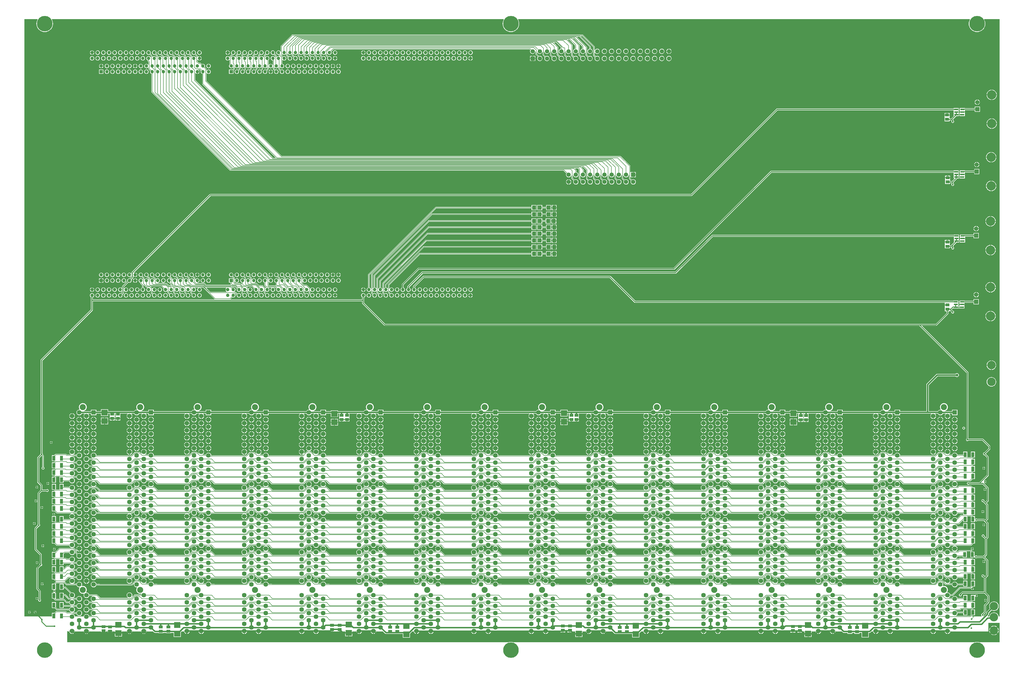
<source format=gtl>
%FSLAX25Y25*%
%MOIN*%
G70*
G01*
G75*
G04 Layer_Physical_Order=1*
G04 Layer_Color=255*
%ADD10R,0.05512X0.05906*%
%ADD11R,0.05512X0.04331*%
%ADD12R,0.05709X0.02165*%
%ADD13R,0.05709X0.02165*%
%ADD14R,0.04331X0.06693*%
%ADD15R,0.08661X0.07874*%
%ADD16C,0.00500*%
%ADD17C,0.01181*%
%ADD18C,0.01969*%
%ADD19C,0.04724*%
%ADD20R,0.04724X0.04724*%
%ADD21R,0.05906X0.05906*%
%ADD22C,0.05906*%
%ADD23C,0.12992*%
%ADD24C,0.11811*%
%ADD25R,0.06378X0.06378*%
%ADD26C,0.06378*%
%ADD27C,0.08425*%
%ADD28C,0.21654*%
%ADD29C,0.02362*%
%ADD30C,0.03937*%
G36*
X1527559Y318110D02*
X1499476D01*
X1497870Y318496D01*
X1496063Y318638D01*
X1494256Y318496D01*
X1492650Y318110D01*
X849870D01*
X848264Y318496D01*
X846457Y318638D01*
X844650Y318496D01*
X843044Y318110D01*
X228346D01*
Y333599D01*
X228822Y333753D01*
X229134Y333323D01*
X231145D01*
X231088Y333750D01*
X231154Y334250D01*
X238846D01*
X238912Y333750D01*
X238855Y333323D01*
X251145D01*
X251088Y333750D01*
X251154Y334250D01*
X258846D01*
X258912Y333750D01*
X258855Y333323D01*
X275295D01*
Y331201D01*
X278240D01*
Y334056D01*
X279240D01*
Y331201D01*
X282185D01*
Y333323D01*
X284350D01*
Y334161D01*
X291240D01*
Y333323D01*
X294587D01*
Y331209D01*
X304626D01*
Y333323D01*
X311145D01*
X311088Y333750D01*
X311154Y334250D01*
X318846D01*
X318912Y333750D01*
X318855Y333323D01*
X331145D01*
X331088Y333750D01*
X331154Y334250D01*
X338846D01*
X338912Y333750D01*
X338855Y333323D01*
X347729D01*
X349187Y331865D01*
X349741Y331495D01*
X350394Y331365D01*
X355217D01*
Y330807D01*
X362106D01*
Y331365D01*
X365846D01*
Y330807D01*
X372736D01*
Y331365D01*
X376476D01*
Y325689D01*
X386516D01*
Y332135D01*
X387704Y333323D01*
X391145D01*
X391088Y333750D01*
X391154Y334250D01*
X398846D01*
X398912Y333750D01*
X398855Y333323D01*
X411145D01*
X411088Y333750D01*
X411154Y334250D01*
X418846D01*
X418912Y333750D01*
X418855Y333323D01*
X471145D01*
X471088Y333750D01*
X471154Y334250D01*
X478846D01*
X478912Y333750D01*
X478855Y333323D01*
X491145D01*
X491088Y333750D01*
X491154Y334250D01*
X498846D01*
X498912Y333750D01*
X498855Y333323D01*
X551145D01*
X551088Y333750D01*
X551154Y334250D01*
X558846D01*
X558912Y333750D01*
X558855Y333323D01*
X571145D01*
X571088Y333750D01*
X571154Y334250D01*
X578846D01*
X578912Y333750D01*
X578855Y333323D01*
X593799D01*
Y333169D01*
X596744D01*
Y336025D01*
X597744D01*
Y333169D01*
X600689D01*
Y333323D01*
X604429D01*
Y333169D01*
X607374D01*
Y336025D01*
X608374D01*
Y333169D01*
X611319D01*
Y333323D01*
X615453D01*
Y331602D01*
X625492D01*
Y333323D01*
X631145D01*
X631088Y333750D01*
X631154Y334250D01*
X638846D01*
X638912Y333750D01*
X638855Y333323D01*
X651145D01*
X651088Y333750D01*
X651154Y334250D01*
X658846D01*
X658912Y333750D01*
X658855Y333323D01*
X668201D01*
X671235Y330290D01*
X671788Y329920D01*
X672441Y329790D01*
X695768D01*
Y324508D01*
X705807D01*
Y330207D01*
X705931Y330290D01*
X708964Y333323D01*
X711145D01*
X711088Y333750D01*
X711154Y334250D01*
X718846D01*
X718912Y333750D01*
X718855Y333323D01*
X731145D01*
X731088Y333750D01*
X731154Y334250D01*
X738846D01*
X738912Y333750D01*
X738855Y333323D01*
X791145D01*
X791088Y333750D01*
X791154Y334250D01*
X798846D01*
X798912Y333750D01*
X798855Y333323D01*
X811145D01*
X811088Y333750D01*
X811154Y334250D01*
X818846D01*
X818912Y333750D01*
X818855Y333323D01*
X871145D01*
X871088Y333750D01*
X871154Y334250D01*
X878846D01*
X878912Y333750D01*
X878855Y333323D01*
X891145D01*
X891088Y333750D01*
X891154Y334250D01*
X898846D01*
X898912Y333750D01*
X898855Y333323D01*
X915453D01*
Y331988D01*
X918398D01*
Y334843D01*
X919398D01*
Y331988D01*
X922342D01*
Y333323D01*
X925295D01*
Y331988D01*
X928240D01*
Y334843D01*
X929240D01*
Y331988D01*
X932185D01*
Y333323D01*
X936319D01*
Y330815D01*
X946358D01*
Y333323D01*
X951145D01*
X951088Y333750D01*
X951154Y334250D01*
X958846D01*
X958912Y333750D01*
X958855Y333323D01*
X971145D01*
X971088Y333750D01*
X971154Y334250D01*
X978846D01*
X978912Y333750D01*
X978855Y333323D01*
X987887D01*
X990920Y330290D01*
X991473Y329920D01*
X992126Y329790D01*
X1015453D01*
Y324902D01*
X1025492D01*
Y330954D01*
X1027861Y333323D01*
X1031145D01*
X1031088Y333750D01*
X1031154Y334250D01*
X1038846D01*
X1038912Y333750D01*
X1038855Y333323D01*
X1051145D01*
X1051088Y333750D01*
X1051154Y334250D01*
X1058846D01*
X1058912Y333750D01*
X1058855Y333323D01*
X1111145D01*
X1111088Y333750D01*
X1111154Y334250D01*
X1118846D01*
X1118912Y333750D01*
X1118855Y333323D01*
X1131145D01*
X1131088Y333750D01*
X1131154Y334250D01*
X1138846D01*
X1138912Y333750D01*
X1138855Y333323D01*
X1191145D01*
X1191088Y333750D01*
X1191154Y334250D01*
X1198846D01*
X1198912Y333750D01*
X1198855Y333323D01*
X1211145D01*
X1211088Y333750D01*
X1211154Y334250D01*
X1218846D01*
X1218912Y333750D01*
X1218855Y333323D01*
X1235925D01*
Y331594D01*
X1238870D01*
Y334450D01*
X1239870D01*
Y331594D01*
X1242815D01*
Y333323D01*
X1245768D01*
Y331594D01*
X1248713D01*
Y334450D01*
X1249713D01*
Y331594D01*
X1252658D01*
Y333323D01*
X1255610D01*
Y330815D01*
X1265650D01*
Y333323D01*
X1271145D01*
X1271088Y333750D01*
X1271154Y334250D01*
X1278846D01*
X1278912Y333750D01*
X1278855Y333323D01*
X1291145D01*
X1291088Y333750D01*
X1291154Y334250D01*
X1298846D01*
X1298912Y333750D01*
X1298855Y333323D01*
X1307572D01*
X1309030Y331865D01*
X1309583Y331495D01*
X1310236Y331365D01*
X1315453D01*
Y330020D01*
X1322342D01*
Y331365D01*
X1325295D01*
Y330020D01*
X1332185D01*
Y331365D01*
X1335138D01*
Y324902D01*
X1345177D01*
Y331365D01*
X1346457D01*
X1347110Y331495D01*
X1347663Y331865D01*
X1349121Y333323D01*
X1351145D01*
X1351088Y333750D01*
X1351154Y334250D01*
X1358846D01*
X1358912Y333750D01*
X1358855Y333323D01*
X1371145D01*
X1371088Y333750D01*
X1371154Y334250D01*
X1378846D01*
X1378912Y333750D01*
X1378855Y333323D01*
X1431145D01*
X1431088Y333750D01*
X1431154Y334250D01*
X1438846D01*
X1438912Y333750D01*
X1438855Y333323D01*
X1451145D01*
X1451088Y333750D01*
X1451154Y334250D01*
X1458846D01*
X1458912Y333750D01*
X1458855Y333323D01*
X1511811D01*
Y345276D01*
X1527559D01*
Y318110D01*
D02*
G37*
G36*
X449769Y812349D02*
X449595Y812216D01*
X449107Y811578D01*
X448799Y810836D01*
X448760Y810539D01*
X451773D01*
Y809539D01*
X448760D01*
X448799Y809243D01*
X449107Y808501D01*
X449595Y807863D01*
X450233Y807374D01*
X450283Y807353D01*
X450186Y806863D01*
X427795D01*
X422298Y812360D01*
X422489Y812822D01*
X449608D01*
X449769Y812349D01*
D02*
G37*
G36*
X1527559Y354331D02*
X1526195D01*
X1526184Y354442D01*
X1525807Y355685D01*
X1525195Y356831D01*
X1524371Y357835D01*
X1523367Y358659D01*
X1522221Y359272D01*
X1520978Y359649D01*
X1519685Y359776D01*
X1518392Y359649D01*
X1517149Y359272D01*
X1516004Y358659D01*
X1514999Y357835D01*
X1514175Y356831D01*
X1513563Y355685D01*
X1513186Y354442D01*
X1513175Y354331D01*
X1510940D01*
X1510749Y354793D01*
X1512230Y356274D01*
X1512600Y356827D01*
X1512730Y357480D01*
X1512730Y357480D01*
X1512730Y357480D01*
Y357480D01*
Y359136D01*
X1516385Y362791D01*
X1517149Y362382D01*
X1518392Y362005D01*
X1519685Y361877D01*
X1520978Y362005D01*
X1522221Y362382D01*
X1523367Y362994D01*
X1524371Y363818D01*
X1525195Y364823D01*
X1525807Y365968D01*
X1526184Y367211D01*
X1526311Y368504D01*
X1526184Y369797D01*
X1525807Y371040D01*
X1525195Y372185D01*
X1524371Y373189D01*
X1523367Y374014D01*
X1522221Y374626D01*
X1520978Y375003D01*
X1519685Y375130D01*
X1518392Y375003D01*
X1517149Y374626D01*
X1516004Y374014D01*
X1514999Y373189D01*
X1514175Y372185D01*
X1513563Y371040D01*
X1513186Y369797D01*
X1513059Y368504D01*
X1513186Y367211D01*
X1513563Y365968D01*
X1513972Y365203D01*
X1509817Y361049D01*
X1509447Y360495D01*
X1509318Y359842D01*
Y358187D01*
X1505461Y354331D01*
X1504923D01*
X1504778Y354809D01*
X1505049Y354990D01*
X1505462Y355609D01*
X1505608Y356339D01*
X1505512Y356817D01*
X1508009Y359314D01*
X1508292Y359737D01*
X1508391Y360236D01*
X1508391Y360236D01*
X1508391Y360236D01*
Y360236D01*
Y369145D01*
X1512733Y373487D01*
X1513016Y373910D01*
X1513116Y374409D01*
Y382677D01*
X1513016Y383176D01*
X1512733Y383600D01*
X1508391Y387942D01*
Y407727D01*
X1511159Y410495D01*
X1511442Y410918D01*
X1511541Y411417D01*
Y432283D01*
X1511442Y432783D01*
X1511159Y433206D01*
X1507160Y437205D01*
X1509584Y439629D01*
X1509867Y440052D01*
X1509966Y440551D01*
X1509966Y440551D01*
X1509966Y440551D01*
Y440551D01*
Y462058D01*
X1511552Y463644D01*
X1511835Y464068D01*
X1511934Y464567D01*
Y484252D01*
X1511835Y484751D01*
X1511552Y485175D01*
X1509325Y487402D01*
X1511159Y489235D01*
X1511442Y489658D01*
X1511541Y490158D01*
X1511541Y490158D01*
X1511541Y490158D01*
Y490158D01*
Y509842D01*
X1511442Y510342D01*
X1511159Y510765D01*
X1509772Y512152D01*
Y512652D01*
X1511946Y514825D01*
X1511946Y514825D01*
X1511946Y514825D01*
X1512229Y515249D01*
X1512328Y515748D01*
Y533071D01*
X1512229Y533570D01*
X1511946Y533993D01*
X1505804Y540135D01*
X1506121Y540522D01*
X1506357Y540364D01*
X1506587Y540319D01*
Y542125D01*
Y543933D01*
X1506357Y543888D01*
X1506121Y543730D01*
X1505804Y544117D01*
X1511946Y550259D01*
X1511946Y550259D01*
X1511946Y550259D01*
X1512229Y550682D01*
X1512328Y551181D01*
Y576378D01*
X1512229Y576877D01*
X1511946Y577300D01*
X1508196Y581051D01*
X1508206Y581102D01*
X1508196Y581154D01*
X1514308Y587266D01*
X1514591Y587690D01*
X1514591Y587690D01*
X1514591Y587690D01*
X1514690Y588189D01*
Y591339D01*
X1514591Y591838D01*
X1514308Y592261D01*
X1504860Y601710D01*
X1504436Y601993D01*
X1503937Y602092D01*
X1484055D01*
X1484025Y602136D01*
X1483982Y602165D01*
Y694488D01*
X1483883Y694987D01*
X1483600Y695411D01*
X1419753Y759257D01*
X1419945Y759719D01*
X1438976D01*
X1439476Y759818D01*
X1439899Y760101D01*
X1455647Y775849D01*
X1455930Y776272D01*
X1456029Y776772D01*
X1456029Y776772D01*
X1456029Y776772D01*
Y776772D01*
Y780020D01*
X1458169D01*
Y780344D01*
X1458648Y780490D01*
X1458723Y780377D01*
X1460308Y778792D01*
X1460298Y778740D01*
X1460443Y778011D01*
X1460857Y777392D01*
X1461475Y776979D01*
X1462205Y776833D01*
X1462934Y776979D01*
X1463553Y777392D01*
X1463966Y778011D01*
X1464111Y778740D01*
X1463966Y779470D01*
X1463553Y780088D01*
X1462934Y780502D01*
X1462205Y780647D01*
X1462153Y780637D01*
X1460950Y781840D01*
Y782334D01*
X1462655Y784039D01*
X1463091Y783858D01*
Y783858D01*
X1463091Y783858D01*
X1470177D01*
Y784325D01*
X1471555D01*
Y783858D01*
X1478642D01*
Y787245D01*
X1478642D01*
D01*
D01*
D01*
D01*
Y787245D01*
D01*
X1478642Y787599D01*
Y787598D01*
X1478642Y787755D01*
X1478642Y787755D01*
X1478642D01*
Y788870D01*
X1471555D01*
Y787755D01*
X1471555Y787755D01*
X1471555D01*
X1471555Y787598D01*
Y787402D01*
X1471555D01*
X1471555Y786935D01*
X1470177D01*
X1470177Y787402D01*
D01*
Y787599D01*
X1470177D01*
Y790985D01*
X1470177Y790985D01*
D01*
D01*
X1470177Y791142D01*
Y791169D01*
Y791240D01*
X1470177Y791339D01*
D01*
X1470177Y791495D01*
X1470177Y791495D01*
X1470177D01*
Y794882D01*
X1463091D01*
Y794415D01*
X1020029D01*
X985568Y828875D01*
X985145Y829158D01*
X984646Y829257D01*
X724803D01*
X724304Y829158D01*
X723881Y828875D01*
X710495Y815489D01*
X710212Y815066D01*
X710113Y814567D01*
Y812720D01*
X710075Y812705D01*
X709438Y812216D01*
X708949Y811578D01*
X708641Y810836D01*
X708537Y810039D01*
X708641Y809243D01*
X708949Y808501D01*
X709438Y807863D01*
X710075Y807374D01*
X710818Y807067D01*
X711614Y806962D01*
X712411Y807067D01*
X713153Y807374D01*
X713790Y807863D01*
X714279Y808501D01*
X714587Y809243D01*
X714692Y810039D01*
X714587Y810836D01*
X714279Y811578D01*
X713790Y812216D01*
X713153Y812705D01*
X712722Y812883D01*
Y814027D01*
X725344Y826648D01*
X984105D01*
X1018566Y792188D01*
X1018566D01*
X1018566Y792188D01*
X1018566Y792188D01*
Y792188D01*
X1018989Y791905D01*
X1019488Y791806D01*
X1450926D01*
X1451280Y791452D01*
Y789280D01*
X1454725D01*
Y788279D01*
X1451280D01*
Y786082D01*
X1451280Y786082D01*
X1451280D01*
X1451280Y785925D01*
Y785728D01*
D01*
D01*
X1451280D01*
Y780020D01*
X1453420D01*
Y777312D01*
X1438436Y762328D01*
X671407D01*
X641856Y791879D01*
Y799322D01*
X642287Y799500D01*
X642924Y799989D01*
X643413Y800627D01*
X643721Y801369D01*
X643825Y802165D01*
X643721Y802962D01*
X643413Y803704D01*
X642924Y804342D01*
X642287Y804831D01*
X641544Y805138D01*
X640748Y805243D01*
X639952Y805138D01*
X639209Y804831D01*
X638572Y804342D01*
X638083Y803704D01*
X637775Y802962D01*
X637671Y802165D01*
X637775Y801369D01*
X638083Y800627D01*
X638572Y799989D01*
X639209Y799500D01*
X639247Y799485D01*
Y796579D01*
X456066D01*
X455875Y797041D01*
X458268Y799434D01*
X458849Y799193D01*
X459646Y799088D01*
X460442Y799193D01*
X461184Y799500D01*
X461822Y799989D01*
X462311Y800627D01*
X462618Y801369D01*
X462723Y802165D01*
X462618Y802962D01*
X462311Y803704D01*
X461822Y804342D01*
X461184Y804831D01*
X461208Y804948D01*
X462202D01*
X464505Y802645D01*
X464442Y802165D01*
X464547Y801369D01*
X464854Y800627D01*
X465344Y799989D01*
X465981Y799500D01*
X466723Y799193D01*
X467520Y799088D01*
X468316Y799193D01*
X469058Y799500D01*
X469696Y799989D01*
X470185Y800627D01*
X470492Y801369D01*
X470597Y802165D01*
X470492Y802962D01*
X470185Y803704D01*
X469696Y804342D01*
X469058Y804831D01*
X468316Y805138D01*
X467520Y805243D01*
X466723Y805138D01*
X465981Y804831D01*
X465441Y804416D01*
X463275Y806583D01*
X462965Y806790D01*
X462598Y806863D01*
X461232D01*
X461134Y807353D01*
X461184Y807374D01*
X461822Y807863D01*
X462311Y808501D01*
X462618Y809243D01*
X462723Y810039D01*
X462618Y810836D01*
X462311Y811578D01*
X461822Y812216D01*
X461184Y812705D01*
X460442Y813012D01*
X459646Y813117D01*
X458849Y813012D01*
X458268Y812771D01*
X457679Y813360D01*
X457870Y813822D01*
X462383D01*
X464788Y811417D01*
X464547Y810836D01*
X464442Y810039D01*
X464547Y809243D01*
X464854Y808501D01*
X465344Y807863D01*
X465981Y807374D01*
X466723Y807067D01*
X467520Y806962D01*
X468316Y807067D01*
X469058Y807374D01*
X469696Y807863D01*
X470185Y808501D01*
X470206Y808551D01*
X470696Y808453D01*
Y805906D01*
X470696Y805906D01*
X470696D01*
X470769Y805539D01*
X470977Y805229D01*
X472662Y803543D01*
X472421Y802962D01*
X472316Y802165D01*
X472421Y801369D01*
X472728Y800627D01*
X473218Y799989D01*
X473855Y799500D01*
X474597Y799193D01*
X475394Y799088D01*
X476190Y799193D01*
X476932Y799500D01*
X477570Y799989D01*
X478059Y800627D01*
X478366Y801369D01*
X478471Y802165D01*
X478366Y802962D01*
X478059Y803704D01*
X477570Y804342D01*
X476932Y804831D01*
X476190Y805138D01*
X475394Y805243D01*
X474597Y805138D01*
X474016Y804897D01*
X472611Y806302D01*
Y807876D01*
X473084Y808037D01*
X473218Y807863D01*
X473855Y807374D01*
X474597Y807067D01*
X475394Y806962D01*
X476190Y807067D01*
X476932Y807374D01*
X477570Y807863D01*
X477703Y808037D01*
X478176Y807876D01*
Y806299D01*
X478176Y806299D01*
X478176D01*
X478249Y805933D01*
X478457Y805622D01*
X480536Y803543D01*
X480295Y802962D01*
X480190Y802165D01*
X480295Y801369D01*
X480603Y800627D01*
X481092Y799989D01*
X481729Y799500D01*
X482471Y799193D01*
X483268Y799088D01*
X484064Y799193D01*
X484806Y799500D01*
X485444Y799989D01*
X485933Y800627D01*
X486240Y801369D01*
X486345Y802165D01*
X486240Y802962D01*
X485933Y803704D01*
X485444Y804342D01*
X484806Y804831D01*
X484064Y805138D01*
X483268Y805243D01*
X482471Y805138D01*
X481890Y804897D01*
X480091Y806696D01*
Y808453D01*
X480582Y808551D01*
X480603Y808501D01*
X481092Y807863D01*
X481729Y807374D01*
X482471Y807067D01*
X483268Y806962D01*
X484064Y807067D01*
X484806Y807374D01*
X485444Y807863D01*
X485933Y808501D01*
X486240Y809243D01*
X486345Y810039D01*
X486240Y810836D01*
X485933Y811578D01*
X485444Y812216D01*
X484806Y812705D01*
X484064Y813012D01*
X483268Y813117D01*
X482471Y813012D01*
X481729Y812705D01*
X481092Y812216D01*
X480603Y811578D01*
X480582Y811528D01*
X480091Y811625D01*
Y812598D01*
X480091Y812598D01*
X480091Y812599D01*
X480018Y812965D01*
X479948Y813070D01*
X479948Y813070D01*
X479811Y813275D01*
Y813275D01*
X479811Y813275D01*
X478939Y814148D01*
X479130Y814610D01*
X485218D01*
X488410Y811417D01*
X488169Y810836D01*
X488064Y810039D01*
X488169Y809243D01*
X488477Y808501D01*
X488966Y807863D01*
X489603Y807374D01*
X490345Y807067D01*
X491142Y806962D01*
X491938Y807067D01*
X492681Y807374D01*
X493318Y807863D01*
X493807Y808501D01*
X493828Y808551D01*
X494318Y808453D01*
Y805906D01*
X494391Y805539D01*
X494599Y805229D01*
X496284Y803543D01*
X496043Y802962D01*
X495938Y802165D01*
X496043Y801369D01*
X496350Y800627D01*
X496840Y799989D01*
X497477Y799500D01*
X498219Y799193D01*
X499016Y799088D01*
X499812Y799193D01*
X500555Y799500D01*
X501192Y799989D01*
X501681Y800627D01*
X501988Y801369D01*
X502093Y802165D01*
X501988Y802962D01*
X501681Y803704D01*
X501192Y804342D01*
X500555Y804831D01*
X499812Y805138D01*
X499016Y805243D01*
X498219Y805138D01*
X497638Y804897D01*
X496233Y806302D01*
Y807876D01*
X496706Y808037D01*
X496840Y807863D01*
X497477Y807374D01*
X498219Y807067D01*
X499016Y806962D01*
X499812Y807067D01*
X500555Y807374D01*
X501192Y807863D01*
X501681Y808501D01*
X501702Y808551D01*
X502192Y808453D01*
Y805906D01*
X502192Y805906D01*
X502192D01*
X502265Y805539D01*
X502473Y805229D01*
X504158Y803543D01*
X503917Y802962D01*
X503812Y802165D01*
X503917Y801369D01*
X504225Y800627D01*
X504714Y799989D01*
X505351Y799500D01*
X506093Y799193D01*
X506890Y799088D01*
X507686Y799193D01*
X508428Y799500D01*
X509066Y799989D01*
X509555Y800627D01*
X509862Y801369D01*
X509967Y802165D01*
X509862Y802962D01*
X509555Y803704D01*
X509066Y804342D01*
X508428Y804831D01*
X507686Y805138D01*
X506890Y805243D01*
X506093Y805138D01*
X505512Y804897D01*
X504107Y806302D01*
Y807876D01*
X504580Y808037D01*
X504714Y807863D01*
X505351Y807374D01*
X506093Y807067D01*
X506890Y806962D01*
X507686Y807067D01*
X508428Y807374D01*
X509066Y807863D01*
X509555Y808501D01*
X509862Y809243D01*
X509967Y810039D01*
X509862Y810836D01*
X509555Y811578D01*
X509066Y812216D01*
X508428Y812705D01*
X508452Y812822D01*
X512601D01*
X512761Y812349D01*
X512588Y812216D01*
X512099Y811578D01*
X511791Y810836D01*
X511686Y810039D01*
X511791Y809243D01*
X512099Y808501D01*
X512588Y807863D01*
X513225Y807374D01*
X513967Y807067D01*
X514764Y806962D01*
X515560Y807067D01*
X516302Y807374D01*
X516940Y807863D01*
X517429Y808501D01*
X517736Y809243D01*
X517841Y810039D01*
X517736Y810836D01*
X517429Y811578D01*
X516940Y812216D01*
X516302Y812705D01*
X516326Y812822D01*
X518501D01*
X519906Y811417D01*
X519665Y810836D01*
X519560Y810039D01*
X519665Y809243D01*
X519973Y808501D01*
X520462Y807863D01*
X521099Y807374D01*
X521841Y807067D01*
X522638Y806962D01*
X523434Y807067D01*
X524177Y807374D01*
X524814Y807863D01*
X524947Y808037D01*
X525421Y807876D01*
Y806299D01*
X525421Y806299D01*
X525421D01*
X525493Y805933D01*
X525701Y805622D01*
X527780Y803543D01*
X527539Y802962D01*
X527434Y802165D01*
X527539Y801369D01*
X527847Y800627D01*
X528336Y799989D01*
X528973Y799500D01*
X529715Y799193D01*
X530512Y799088D01*
X531308Y799193D01*
X532051Y799500D01*
X532688Y799989D01*
X533177Y800627D01*
X533485Y801369D01*
X533589Y802165D01*
X533485Y802962D01*
X533177Y803704D01*
X532688Y804342D01*
X532051Y804831D01*
X531308Y805138D01*
X530512Y805243D01*
X529715Y805138D01*
X529134Y804897D01*
X527335Y806696D01*
Y808453D01*
X527826Y808551D01*
X527847Y808501D01*
X528336Y807863D01*
X528973Y807374D01*
X529715Y807067D01*
X530512Y806962D01*
X531308Y807067D01*
X532051Y807374D01*
X532688Y807863D01*
X532821Y808037D01*
X533295Y807876D01*
Y806299D01*
X533295Y806299D01*
X533295D01*
X533367Y805933D01*
X533575Y805622D01*
X535654Y803543D01*
X535413Y802962D01*
X535308Y802165D01*
X535413Y801369D01*
X535721Y800627D01*
X536210Y799989D01*
X536847Y799500D01*
X537589Y799193D01*
X538386Y799088D01*
X539182Y799193D01*
X539925Y799500D01*
X540562Y799989D01*
X541051Y800627D01*
X541359Y801369D01*
X541463Y802165D01*
X541359Y802962D01*
X541051Y803704D01*
X540562Y804342D01*
X539925Y804831D01*
X539182Y805138D01*
X538386Y805243D01*
X537589Y805138D01*
X537008Y804897D01*
X535209Y806696D01*
Y808453D01*
X535700Y808551D01*
X535721Y808501D01*
X536210Y807863D01*
X536847Y807374D01*
X537589Y807067D01*
X538386Y806962D01*
X539182Y807067D01*
X539925Y807374D01*
X540562Y807863D01*
X541051Y808501D01*
X541072Y808551D01*
X541562Y808453D01*
Y805906D01*
X541635Y805539D01*
X541843Y805229D01*
X543528Y803543D01*
X543287Y802962D01*
X543182Y802165D01*
X543287Y801369D01*
X543595Y800627D01*
X544084Y799989D01*
X544721Y799500D01*
X545463Y799193D01*
X546260Y799088D01*
X547056Y799193D01*
X547799Y799500D01*
X548436Y799989D01*
X548925Y800627D01*
X549232Y801369D01*
X549337Y802165D01*
X549232Y802962D01*
X548925Y803704D01*
X548436Y804342D01*
X547799Y804831D01*
X547056Y805138D01*
X546260Y805243D01*
X545463Y805138D01*
X544882Y804897D01*
X543477Y806302D01*
Y807876D01*
X543951Y808037D01*
X544084Y807863D01*
X544721Y807374D01*
X545463Y807067D01*
X546260Y806962D01*
X547056Y807067D01*
X547799Y807374D01*
X548436Y807863D01*
X548569Y808037D01*
X549043Y807876D01*
Y806299D01*
X549043Y806299D01*
X549043D01*
X549116Y805933D01*
X549323Y805622D01*
X551402Y803543D01*
X551161Y802962D01*
X551056Y802165D01*
X551161Y801369D01*
X551469Y800627D01*
X551958Y799989D01*
X552595Y799500D01*
X553337Y799193D01*
X554134Y799088D01*
X554930Y799193D01*
X555673Y799500D01*
X556310Y799989D01*
X556799Y800627D01*
X557106Y801369D01*
X557211Y802165D01*
X557106Y802962D01*
X556799Y803704D01*
X556310Y804342D01*
X555673Y804831D01*
X554930Y805138D01*
X554134Y805243D01*
X553337Y805138D01*
X552756Y804897D01*
X550957Y806696D01*
Y808453D01*
X551448Y808551D01*
X551469Y808501D01*
X551958Y807863D01*
X552595Y807374D01*
X553337Y807067D01*
X554134Y806962D01*
X554930Y807067D01*
X555673Y807374D01*
X556310Y807863D01*
X556443Y808037D01*
X556917Y807876D01*
Y806299D01*
X556917Y806299D01*
X556917D01*
X556989Y805933D01*
X557197Y805622D01*
X559276Y803543D01*
X559035Y802962D01*
X558930Y802165D01*
X559035Y801369D01*
X559343Y800627D01*
X559832Y799989D01*
X560469Y799500D01*
X561211Y799193D01*
X562008Y799088D01*
X562804Y799193D01*
X563547Y799500D01*
X564184Y799989D01*
X564673Y800627D01*
X564981Y801369D01*
X565085Y802165D01*
X564981Y802962D01*
X564673Y803704D01*
X564184Y804342D01*
X563547Y804831D01*
X562804Y805138D01*
X562008Y805243D01*
X561211Y805138D01*
X560630Y804897D01*
X558831Y806696D01*
Y808453D01*
X559322Y808551D01*
X559343Y808501D01*
X559832Y807863D01*
X560469Y807374D01*
X561211Y807067D01*
X562008Y806962D01*
X562804Y807067D01*
X563547Y807374D01*
X564184Y807863D01*
X564317Y808037D01*
X564791Y807876D01*
Y805118D01*
X564791Y805118D01*
X564791D01*
X564863Y804752D01*
X565071Y804441D01*
X566867Y802645D01*
X566804Y802165D01*
X566909Y801369D01*
X567217Y800627D01*
X567706Y799989D01*
X568343Y799500D01*
X569085Y799193D01*
X569882Y799088D01*
X570678Y799193D01*
X571421Y799500D01*
X572058Y799989D01*
X572547Y800627D01*
X572855Y801369D01*
X572959Y802165D01*
X572855Y802962D01*
X572547Y803704D01*
X572058Y804342D01*
X571421Y804831D01*
X570678Y805138D01*
X569882Y805243D01*
X569085Y805138D01*
X568343Y804831D01*
X567804Y804416D01*
X566705Y805515D01*
Y808453D01*
X567196Y808551D01*
X567217Y808501D01*
X567706Y807863D01*
X568343Y807374D01*
X569085Y807067D01*
X569882Y806962D01*
X570678Y807067D01*
X571421Y807374D01*
X572058Y807863D01*
X572547Y808501D01*
X572855Y809243D01*
X572959Y810039D01*
X572855Y810836D01*
X572547Y811578D01*
X572058Y812216D01*
X571421Y812705D01*
X570678Y813012D01*
X569882Y813117D01*
X569085Y813012D01*
X568343Y812705D01*
X567706Y812216D01*
X567217Y811578D01*
X567196Y811528D01*
X566705Y811625D01*
Y811811D01*
X566633Y812177D01*
X566425Y812488D01*
X562488Y816425D01*
X562177Y816632D01*
X561811Y816705D01*
X558664D01*
X556075Y819294D01*
Y820928D01*
X556549Y821089D01*
X556879Y820658D01*
X557516Y820169D01*
X558259Y819862D01*
X559055Y819757D01*
X559852Y819862D01*
X560594Y820169D01*
X561231Y820658D01*
X561720Y821296D01*
X562028Y822038D01*
X562133Y822835D01*
X562028Y823631D01*
X561720Y824373D01*
X561231Y825011D01*
X560594Y825500D01*
X559852Y825807D01*
X559055Y825912D01*
X558259Y825807D01*
X557516Y825500D01*
X556879Y825011D01*
X556549Y824581D01*
X556075Y824741D01*
Y826772D01*
X556003Y827138D01*
X555795Y827449D01*
X553913Y829331D01*
X554154Y829912D01*
X554259Y830709D01*
X554154Y831505D01*
X553846Y832247D01*
X553357Y832885D01*
X552720Y833374D01*
X551978Y833681D01*
X551181Y833786D01*
X550385Y833681D01*
X549642Y833374D01*
X549005Y832885D01*
X548516Y832247D01*
X548209Y831505D01*
X548104Y830709D01*
X548209Y829912D01*
X548516Y829170D01*
X549005Y828533D01*
X549642Y828043D01*
X550385Y827736D01*
X551181Y827631D01*
X551978Y827736D01*
X552559Y827977D01*
X554161Y826375D01*
Y824741D01*
X553687Y824581D01*
X553357Y825011D01*
X552720Y825500D01*
X551978Y825807D01*
X551181Y825912D01*
X550385Y825807D01*
X549642Y825500D01*
X549005Y825011D01*
X548675Y824581D01*
X548202Y824741D01*
Y826772D01*
X548129Y827138D01*
X547921Y827449D01*
X546039Y829331D01*
X546280Y829912D01*
X546385Y830709D01*
X546280Y831505D01*
X545972Y832247D01*
X545483Y832885D01*
X544846Y833374D01*
X544104Y833681D01*
X543307Y833786D01*
X542511Y833681D01*
X541768Y833374D01*
X541131Y832885D01*
X540642Y832247D01*
X540335Y831505D01*
X540230Y830709D01*
X540335Y829912D01*
X540642Y829170D01*
X541131Y828533D01*
X541768Y828043D01*
X542511Y827736D01*
X543307Y827631D01*
X544104Y827736D01*
X544685Y827977D01*
X546287Y826375D01*
Y824741D01*
X545813Y824581D01*
X545483Y825011D01*
X544846Y825500D01*
X544104Y825807D01*
X543307Y825912D01*
X542511Y825807D01*
X541768Y825500D01*
X541131Y825011D01*
X540801Y824581D01*
X540328Y824741D01*
Y826772D01*
X540328Y826772D01*
X540327Y826772D01*
X540255Y827138D01*
X540184Y827243D01*
X540184Y827243D01*
X540047Y827449D01*
Y827449D01*
X540047Y827449D01*
X538165Y829331D01*
X538406Y829912D01*
X538511Y830709D01*
X538406Y831505D01*
X538098Y832247D01*
X537609Y832885D01*
X536972Y833374D01*
X536230Y833681D01*
X535433Y833786D01*
X534637Y833681D01*
X533894Y833374D01*
X533257Y832885D01*
X532768Y832247D01*
X532460Y831505D01*
X532356Y830709D01*
X532460Y829912D01*
X532768Y829170D01*
X533257Y828533D01*
X533894Y828043D01*
X534637Y827736D01*
X535433Y827631D01*
X536230Y827736D01*
X536811Y827977D01*
X538413Y826375D01*
Y824741D01*
X537939Y824581D01*
X537609Y825011D01*
X536972Y825500D01*
X536230Y825807D01*
X535433Y825912D01*
X534637Y825807D01*
X533894Y825500D01*
X533257Y825011D01*
X532927Y824581D01*
X532453Y824741D01*
Y826772D01*
X532381Y827138D01*
X532173Y827449D01*
X530291Y829331D01*
X530532Y829912D01*
X530637Y830709D01*
X530532Y831505D01*
X530224Y832247D01*
X529735Y832885D01*
X529098Y833374D01*
X528356Y833681D01*
X527559Y833786D01*
X526763Y833681D01*
X526020Y833374D01*
X525383Y832885D01*
X524894Y832247D01*
X524586Y831505D01*
X524482Y830709D01*
X524586Y829912D01*
X524894Y829170D01*
X525383Y828533D01*
X526020Y828043D01*
X526763Y827736D01*
X527559Y827631D01*
X528356Y827736D01*
X528937Y827977D01*
X530539Y826375D01*
Y824741D01*
X530065Y824581D01*
X529735Y825011D01*
X529098Y825500D01*
X528356Y825807D01*
X527559Y825912D01*
X526763Y825807D01*
X526020Y825500D01*
X525383Y825011D01*
X525053Y824581D01*
X524579Y824741D01*
Y826772D01*
X524507Y827138D01*
X524299Y827449D01*
X522417Y829331D01*
X522658Y829912D01*
X522763Y830709D01*
X522658Y831505D01*
X522350Y832247D01*
X521861Y832885D01*
X521224Y833374D01*
X520482Y833681D01*
X519685Y833786D01*
X518889Y833681D01*
X518146Y833374D01*
X517509Y832885D01*
X517020Y832247D01*
X516712Y831505D01*
X516608Y830709D01*
X516712Y829912D01*
X517020Y829170D01*
X517509Y828533D01*
X518146Y828043D01*
X518889Y827736D01*
X519685Y827631D01*
X520482Y827736D01*
X521063Y827977D01*
X522665Y826375D01*
Y824741D01*
X522191Y824581D01*
X521861Y825011D01*
X521224Y825500D01*
X520482Y825807D01*
X519685Y825912D01*
X518889Y825807D01*
X518146Y825500D01*
X517509Y825011D01*
X517020Y824373D01*
X516712Y823631D01*
X516608Y822835D01*
X516712Y822038D01*
X517020Y821296D01*
X517509Y820658D01*
X518146Y820169D01*
X518728Y819929D01*
Y816929D01*
X518800Y816563D01*
X519008Y816252D01*
X519061Y816199D01*
X518870Y815737D01*
X509239D01*
X508831Y816145D01*
Y820928D01*
X509305Y821089D01*
X509635Y820658D01*
X510272Y820169D01*
X511015Y819862D01*
X511811Y819757D01*
X512608Y819862D01*
X513350Y820169D01*
X513987Y820658D01*
X514476Y821296D01*
X514784Y822038D01*
X514889Y822835D01*
X514784Y823631D01*
X514476Y824373D01*
X513987Y825011D01*
X513350Y825500D01*
X512608Y825807D01*
X511811Y825912D01*
X511015Y825807D01*
X510272Y825500D01*
X509635Y825011D01*
X509305Y824581D01*
X508831Y824741D01*
Y826772D01*
X508831Y826772D01*
X508831Y826772D01*
X508758Y827138D01*
X508688Y827243D01*
X508688Y827243D01*
X508551Y827449D01*
Y827449D01*
X508551Y827449D01*
X506669Y829331D01*
X506910Y829912D01*
X507015Y830709D01*
X506910Y831505D01*
X506602Y832247D01*
X506113Y832885D01*
X505476Y833374D01*
X504734Y833681D01*
X503937Y833786D01*
X503140Y833681D01*
X502398Y833374D01*
X501761Y832885D01*
X501272Y832247D01*
X500964Y831505D01*
X500859Y830709D01*
X500964Y829912D01*
X501272Y829170D01*
X501761Y828533D01*
X502398Y828043D01*
X503140Y827736D01*
X503937Y827631D01*
X504734Y827736D01*
X505315Y827977D01*
X506917Y826375D01*
Y824741D01*
X506443Y824581D01*
X506113Y825011D01*
X505476Y825500D01*
X504734Y825807D01*
X503937Y825912D01*
X503140Y825807D01*
X502398Y825500D01*
X501761Y825011D01*
X501272Y824373D01*
X500964Y823631D01*
X500859Y822835D01*
X500964Y822038D01*
X501272Y821296D01*
X501761Y820658D01*
X502398Y820169D01*
X502980Y819929D01*
Y816142D01*
X502980Y816142D01*
X502980D01*
X503053Y815775D01*
X503260Y815465D01*
X505506Y813219D01*
X505408Y812728D01*
X505351Y812705D01*
X504714Y812216D01*
X504580Y812042D01*
X504107Y812203D01*
Y812598D01*
X504034Y812965D01*
X503827Y813275D01*
X501071Y816031D01*
X500760Y816239D01*
X500394Y816312D01*
X495511D01*
X492579Y819244D01*
X492269Y819451D01*
X491902Y819524D01*
X489452D01*
X489354Y820015D01*
X489728Y820169D01*
X490365Y820658D01*
X490854Y821296D01*
X491162Y822038D01*
X491266Y822835D01*
X491162Y823631D01*
X490854Y824373D01*
X490365Y825011D01*
X489728Y825500D01*
X488985Y825807D01*
X488189Y825912D01*
X487393Y825807D01*
X486650Y825500D01*
X486013Y825011D01*
X485683Y824581D01*
X485209Y824741D01*
Y826772D01*
X485137Y827138D01*
X484929Y827449D01*
X483047Y829331D01*
X483288Y829912D01*
X483392Y830709D01*
X483288Y831505D01*
X482980Y832247D01*
X482491Y832885D01*
X481854Y833374D01*
X481111Y833681D01*
X480315Y833786D01*
X479519Y833681D01*
X478776Y833374D01*
X478139Y832885D01*
X477650Y832247D01*
X477342Y831505D01*
X477238Y830709D01*
X477342Y829912D01*
X477650Y829170D01*
X478139Y828533D01*
X478776Y828043D01*
X479519Y827736D01*
X480315Y827631D01*
X481111Y827736D01*
X481693Y827977D01*
X483295Y826375D01*
Y824741D01*
X482821Y824581D01*
X482491Y825011D01*
X481854Y825500D01*
X481111Y825807D01*
X480315Y825912D01*
X479519Y825807D01*
X478776Y825500D01*
X478139Y825011D01*
X477809Y824581D01*
X477335Y824741D01*
Y826772D01*
X477335Y826772D01*
X477335Y826772D01*
X477262Y827138D01*
X477192Y827243D01*
X477192Y827243D01*
X477055Y827449D01*
Y827449D01*
X477055Y827449D01*
X475173Y829331D01*
X475414Y829912D01*
X475519Y830709D01*
X475414Y831505D01*
X475106Y832247D01*
X474617Y832885D01*
X473980Y833374D01*
X473238Y833681D01*
X472441Y833786D01*
X471644Y833681D01*
X470902Y833374D01*
X470265Y832885D01*
X469776Y832247D01*
X469468Y831505D01*
X469363Y830709D01*
X469468Y829912D01*
X469776Y829170D01*
X470265Y828533D01*
X470902Y828043D01*
X471644Y827736D01*
X472441Y827631D01*
X473238Y827736D01*
X473819Y827977D01*
X475421Y826375D01*
Y824741D01*
X474947Y824581D01*
X474617Y825011D01*
X473980Y825500D01*
X473238Y825807D01*
X472441Y825912D01*
X471644Y825807D01*
X470902Y825500D01*
X470265Y825011D01*
X469776Y824373D01*
X469468Y823631D01*
X469363Y822835D01*
X469468Y822038D01*
X469776Y821296D01*
X470265Y820658D01*
X470902Y820169D01*
X471484Y819929D01*
Y817925D01*
X471022Y817734D01*
X469968Y818787D01*
X469658Y818995D01*
X469291Y819068D01*
X462208D01*
X461587Y819688D01*
Y820928D01*
X462061Y821089D01*
X462391Y820658D01*
X463028Y820169D01*
X463770Y819862D01*
X464567Y819757D01*
X465364Y819862D01*
X466106Y820169D01*
X466743Y820658D01*
X467232Y821296D01*
X467540Y822038D01*
X467644Y822835D01*
X467540Y823631D01*
X467232Y824373D01*
X466743Y825011D01*
X466106Y825500D01*
X465364Y825807D01*
X464567Y825912D01*
X463770Y825807D01*
X463028Y825500D01*
X462391Y825011D01*
X462061Y824581D01*
X461587Y824741D01*
Y826772D01*
X461514Y827138D01*
X461307Y827449D01*
X459425Y829331D01*
X459666Y829912D01*
X459770Y830709D01*
X459666Y831505D01*
X459358Y832247D01*
X458869Y832885D01*
X458232Y833374D01*
X457489Y833681D01*
X456693Y833786D01*
X455896Y833681D01*
X455154Y833374D01*
X454517Y832885D01*
X454028Y832247D01*
X453720Y831505D01*
X453615Y830709D01*
X453720Y829912D01*
X454028Y829170D01*
X454517Y828533D01*
X455154Y828043D01*
X455896Y827736D01*
X456693Y827631D01*
X457489Y827736D01*
X458071Y827977D01*
X459672Y826375D01*
Y825886D01*
X453642D01*
Y819783D01*
X455735D01*
Y818504D01*
X455808Y818138D01*
X456016Y817827D01*
X456644Y817199D01*
X456453Y816737D01*
X422164D01*
X419901Y819000D01*
X419590Y819207D01*
X419224Y819280D01*
X417523D01*
X417491Y819768D01*
X417491D01*
X417490Y819779D01*
X418119Y819862D01*
X418862Y820169D01*
X419499Y820658D01*
X419988Y821296D01*
X420296Y822038D01*
X420400Y822835D01*
X420296Y823631D01*
X419988Y824373D01*
X419499Y825011D01*
X418862Y825500D01*
X418119Y825807D01*
X417323Y825912D01*
X416526Y825807D01*
X415784Y825500D01*
X415147Y825011D01*
X414658Y824373D01*
X414350Y823631D01*
X414245Y822835D01*
X414350Y822038D01*
X414658Y821296D01*
X415147Y820658D01*
X415784Y820169D01*
X416526Y819862D01*
X417156Y819779D01*
X417134Y819445D01*
X416969Y819280D01*
X409649D01*
X409616Y819779D01*
X410245Y819862D01*
X410988Y820169D01*
X411625Y820658D01*
X412114Y821296D01*
X412422Y822038D01*
X412526Y822835D01*
X412422Y823631D01*
X412114Y824373D01*
X411625Y825011D01*
X410988Y825500D01*
X410245Y825807D01*
X409449Y825912D01*
X408652Y825807D01*
X407910Y825500D01*
X407273Y825011D01*
X406943Y824581D01*
X406469Y824741D01*
Y826772D01*
X406396Y827138D01*
X406189Y827449D01*
X404307Y829331D01*
X404548Y829912D01*
X404652Y830709D01*
X404548Y831505D01*
X404240Y832247D01*
X403751Y832885D01*
X403114Y833374D01*
X402371Y833681D01*
X401575Y833786D01*
X400778Y833681D01*
X400036Y833374D01*
X399399Y832885D01*
X398910Y832247D01*
X398602Y831505D01*
X398497Y830709D01*
X398602Y829912D01*
X398910Y829170D01*
X399399Y828533D01*
X400036Y828043D01*
X400778Y827736D01*
X401575Y827631D01*
X402371Y827736D01*
X402953Y827977D01*
X404554Y826375D01*
Y824741D01*
X404081Y824581D01*
X403751Y825011D01*
X403114Y825500D01*
X402371Y825807D01*
X401575Y825912D01*
X400778Y825807D01*
X400036Y825500D01*
X399399Y825011D01*
X399069Y824581D01*
X398595Y824741D01*
Y826772D01*
X398595Y826772D01*
X398595Y826772D01*
X398522Y827138D01*
X398452Y827243D01*
X398452Y827243D01*
X398315Y827449D01*
Y827449D01*
X398315Y827449D01*
X396433Y829331D01*
X396673Y829912D01*
X396778Y830709D01*
X396673Y831505D01*
X396366Y832247D01*
X395877Y832885D01*
X395240Y833374D01*
X394497Y833681D01*
X393701Y833786D01*
X392904Y833681D01*
X392162Y833374D01*
X391525Y832885D01*
X391036Y832247D01*
X390728Y831505D01*
X390623Y830709D01*
X390728Y829912D01*
X391036Y829170D01*
X391525Y828533D01*
X392162Y828043D01*
X392904Y827736D01*
X393701Y827631D01*
X394497Y827736D01*
X395079Y827977D01*
X396680Y826375D01*
Y824741D01*
X396207Y824581D01*
X395877Y825011D01*
X395240Y825500D01*
X394497Y825807D01*
X393701Y825912D01*
X392904Y825807D01*
X392162Y825500D01*
X391525Y825011D01*
X391195Y824581D01*
X390721Y824741D01*
Y826772D01*
X390721Y826772D01*
X390721Y826772D01*
X390648Y827138D01*
X390578Y827243D01*
X390578Y827243D01*
X390441Y827449D01*
Y827449D01*
X390441Y827449D01*
X388559Y829331D01*
X388800Y829912D01*
X388904Y830709D01*
X388800Y831505D01*
X388492Y832247D01*
X388003Y832885D01*
X387366Y833374D01*
X386623Y833681D01*
X385827Y833786D01*
X385030Y833681D01*
X384288Y833374D01*
X383651Y832885D01*
X383162Y832247D01*
X382854Y831505D01*
X382749Y830709D01*
X382854Y829912D01*
X383162Y829170D01*
X383651Y828533D01*
X384288Y828043D01*
X385030Y827736D01*
X385827Y827631D01*
X386623Y827736D01*
X387205Y827977D01*
X388806Y826375D01*
Y824741D01*
X388333Y824581D01*
X388003Y825011D01*
X387366Y825500D01*
X386623Y825807D01*
X385827Y825912D01*
X385030Y825807D01*
X384288Y825500D01*
X383651Y825011D01*
X383321Y824581D01*
X382847Y824741D01*
Y826772D01*
X382774Y827138D01*
X382567Y827449D01*
X380685Y829331D01*
X380925Y829912D01*
X381030Y830709D01*
X380925Y831505D01*
X380618Y832247D01*
X380129Y832885D01*
X379492Y833374D01*
X378749Y833681D01*
X377953Y833786D01*
X377156Y833681D01*
X376414Y833374D01*
X375777Y832885D01*
X375288Y832247D01*
X374980Y831505D01*
X374875Y830709D01*
X374980Y829912D01*
X375288Y829170D01*
X375777Y828533D01*
X376414Y828043D01*
X377156Y827736D01*
X377953Y827631D01*
X378749Y827736D01*
X379331Y827977D01*
X380932Y826375D01*
Y824741D01*
X380459Y824581D01*
X380129Y825011D01*
X379492Y825500D01*
X378749Y825807D01*
X377953Y825912D01*
X377156Y825807D01*
X376414Y825500D01*
X375777Y825011D01*
X375447Y824581D01*
X374973Y824741D01*
Y825197D01*
X374900Y825563D01*
X374693Y825874D01*
X372241Y828325D01*
X372255Y828533D01*
X372744Y829170D01*
X373051Y829912D01*
X373156Y830709D01*
X373051Y831505D01*
X372744Y832247D01*
X372255Y832885D01*
X371618Y833374D01*
X370875Y833681D01*
X370079Y833786D01*
X369282Y833681D01*
X368540Y833374D01*
X367903Y832885D01*
X367414Y832247D01*
X367106Y831505D01*
X367001Y830709D01*
X367106Y829912D01*
X367414Y829170D01*
X367903Y828533D01*
X368540Y828043D01*
X369282Y827736D01*
X370079Y827631D01*
X370210Y827649D01*
X372100Y825758D01*
X371771Y825382D01*
X371618Y825500D01*
X370875Y825807D01*
X370079Y825912D01*
X369282Y825807D01*
X368540Y825500D01*
X367903Y825011D01*
X367414Y824373D01*
X367106Y823631D01*
X367001Y822835D01*
X367106Y822038D01*
X367414Y821296D01*
X367903Y820658D01*
X368540Y820169D01*
X369282Y819862D01*
X369797Y819794D01*
X372817Y816774D01*
X372626Y816312D01*
X370154D01*
X367435Y819031D01*
X367124Y819239D01*
X366758Y819312D01*
X362644D01*
X362613Y819784D01*
X362613D01*
X362611Y819811D01*
X363001Y819862D01*
X363743Y820169D01*
X364381Y820658D01*
X364870Y821296D01*
X365177Y822038D01*
X365282Y822835D01*
X365177Y823631D01*
X364870Y824373D01*
X364381Y825011D01*
X363743Y825500D01*
X363001Y825807D01*
X362205Y825912D01*
X361408Y825807D01*
X360666Y825500D01*
X360029Y825011D01*
X359540Y824373D01*
X359232Y823631D01*
X359127Y822835D01*
X359232Y822038D01*
X359540Y821296D01*
X360029Y820658D01*
X360666Y820169D01*
X361408Y819862D01*
X361798Y819811D01*
X361766Y819312D01*
X354770D01*
X354737Y819811D01*
X355127Y819862D01*
X355870Y820169D01*
X356507Y820658D01*
X356996Y821296D01*
X357303Y822038D01*
X357408Y822835D01*
X357303Y823631D01*
X356996Y824373D01*
X356507Y825011D01*
X355870Y825500D01*
X355127Y825807D01*
X354331Y825912D01*
X353534Y825807D01*
X352792Y825500D01*
X352193Y825040D01*
X351745Y825261D01*
Y825591D01*
X351672Y825957D01*
X351464Y826268D01*
X348879Y828853D01*
X349122Y829170D01*
X349429Y829912D01*
X349534Y830709D01*
X349429Y831505D01*
X349122Y832247D01*
X348633Y832885D01*
X347995Y833374D01*
X347253Y833681D01*
X346457Y833786D01*
X345660Y833681D01*
X344918Y833374D01*
X344281Y832885D01*
X343792Y832247D01*
X343484Y831505D01*
X343379Y830709D01*
X343484Y829912D01*
X343792Y829170D01*
X344281Y828533D01*
X344918Y828043D01*
X345660Y827736D01*
X346457Y827631D01*
X347253Y827736D01*
X347278Y827746D01*
X349830Y825194D01*
Y823945D01*
X349340Y823848D01*
X349122Y824373D01*
X348633Y825011D01*
X347995Y825500D01*
X347253Y825807D01*
X346457Y825912D01*
X345660Y825807D01*
X344918Y825500D01*
X344281Y825011D01*
X343951Y824581D01*
X343477Y824741D01*
Y826378D01*
X343404Y826744D01*
X343197Y827055D01*
X341176Y829076D01*
X341248Y829170D01*
X341555Y829912D01*
X341660Y830709D01*
X341555Y831505D01*
X341248Y832247D01*
X340759Y832885D01*
X340122Y833374D01*
X339379Y833681D01*
X338583Y833786D01*
X337786Y833681D01*
X337044Y833374D01*
X336407Y832885D01*
X335917Y832247D01*
X335610Y831505D01*
X335505Y830709D01*
X335610Y829912D01*
X335917Y829170D01*
X336407Y828533D01*
X337044Y828043D01*
X337786Y827736D01*
X338583Y827631D01*
X339379Y827736D01*
X339682Y827861D01*
X341562Y825981D01*
Y824741D01*
X341089Y824581D01*
X340759Y825011D01*
X340122Y825500D01*
X339379Y825807D01*
X338583Y825912D01*
X337786Y825807D01*
X337044Y825500D01*
X336407Y825011D01*
X336076Y824581D01*
X335603Y824741D01*
Y826772D01*
X335530Y827138D01*
X335323Y827449D01*
X333440Y829331D01*
X333681Y829912D01*
X333786Y830709D01*
X333681Y831505D01*
X333374Y832247D01*
X332885Y832885D01*
X332247Y833374D01*
X331505Y833681D01*
X330709Y833786D01*
X329912Y833681D01*
X329170Y833374D01*
X328533Y832885D01*
X328044Y832247D01*
X327736Y831505D01*
X327631Y830709D01*
X327736Y829912D01*
X328044Y829170D01*
X328533Y828533D01*
X329170Y828043D01*
X329912Y827736D01*
X330709Y827631D01*
X331505Y827736D01*
X332087Y827977D01*
X333688Y826375D01*
Y824741D01*
X333215Y824581D01*
X332885Y825011D01*
X332247Y825500D01*
X331505Y825807D01*
X330709Y825912D01*
X329912Y825807D01*
X329170Y825500D01*
X328533Y825011D01*
X328044Y824373D01*
X327736Y823631D01*
X327631Y822835D01*
X327736Y822038D01*
X328044Y821296D01*
X328533Y820658D01*
X329170Y820169D01*
X329751Y819929D01*
Y819291D01*
X329751Y819291D01*
X329751D01*
X329824Y818925D01*
X330032Y818614D01*
X332507Y816139D01*
Y812864D01*
X332123Y812705D01*
X331485Y812216D01*
X330996Y811578D01*
X330689Y810836D01*
X330584Y810039D01*
X330689Y809243D01*
X330996Y808501D01*
X331485Y807863D01*
X332123Y807374D01*
X332865Y807067D01*
X333661Y806962D01*
X334458Y807067D01*
X335200Y807374D01*
X335838Y807863D01*
X336327Y808501D01*
X336634Y809243D01*
X336739Y810039D01*
X336634Y810836D01*
X336327Y811578D01*
X335838Y812216D01*
X335200Y812705D01*
X334458Y813012D01*
X334422Y813017D01*
Y816535D01*
X334382Y816737D01*
X334823Y816973D01*
X338299Y813496D01*
X338610Y813289D01*
X338976Y813216D01*
X339949D01*
X340047Y812726D01*
X339997Y812705D01*
X339359Y812216D01*
X338870Y811578D01*
X338563Y810836D01*
X338458Y810039D01*
X338563Y809243D01*
X338870Y808501D01*
X339359Y807863D01*
X339997Y807374D01*
X340739Y807067D01*
X341535Y806962D01*
X342332Y807067D01*
X343074Y807374D01*
X343712Y807863D01*
X344201Y808501D01*
X344221Y808551D01*
X344712Y808453D01*
Y805906D01*
X344712Y805906D01*
X344712D01*
X344785Y805539D01*
X344992Y805229D01*
X346678Y803543D01*
X346437Y802962D01*
X346332Y802165D01*
X346437Y801369D01*
X346744Y800627D01*
X347233Y799989D01*
X347871Y799500D01*
X348613Y799193D01*
X349409Y799088D01*
X350206Y799193D01*
X350948Y799500D01*
X351586Y799989D01*
X352075Y800627D01*
X352382Y801369D01*
X352487Y802165D01*
X352382Y802962D01*
X352075Y803704D01*
X351586Y804342D01*
X350948Y804831D01*
X350206Y805138D01*
X349409Y805243D01*
X348613Y805138D01*
X348032Y804897D01*
X346627Y806302D01*
Y807876D01*
X347100Y808037D01*
X347233Y807863D01*
X347871Y807374D01*
X348613Y807067D01*
X349409Y806962D01*
X350206Y807067D01*
X350948Y807374D01*
X351586Y807863D01*
X352075Y808501D01*
X352382Y809243D01*
X352487Y810039D01*
X352382Y810836D01*
X352075Y811578D01*
X351586Y812216D01*
X350948Y812705D01*
X350206Y813012D01*
X349409Y813117D01*
X348613Y813012D01*
X347871Y812705D01*
X347233Y812216D01*
X347056Y811985D01*
X346569Y812099D01*
X346554Y812177D01*
X346346Y812488D01*
X344899Y813935D01*
X345091Y814397D01*
X359446D01*
X362426Y811417D01*
X362185Y810836D01*
X362080Y810039D01*
X362185Y809243D01*
X362492Y808501D01*
X362981Y807863D01*
X363619Y807374D01*
X364361Y807067D01*
X365158Y806962D01*
X365954Y807067D01*
X366696Y807374D01*
X367334Y807863D01*
X367467Y808037D01*
X367940Y807876D01*
Y806299D01*
X368013Y805933D01*
X368221Y805622D01*
X370300Y803543D01*
X370059Y802962D01*
X369954Y802165D01*
X370059Y801369D01*
X370366Y800627D01*
X370855Y799989D01*
X371493Y799500D01*
X372235Y799193D01*
X373031Y799088D01*
X373828Y799193D01*
X374570Y799500D01*
X375208Y799989D01*
X375697Y800627D01*
X376004Y801369D01*
X376109Y802165D01*
X376004Y802962D01*
X375697Y803704D01*
X375208Y804342D01*
X374570Y804831D01*
X373828Y805138D01*
X373031Y805243D01*
X372235Y805138D01*
X371654Y804897D01*
X369855Y806696D01*
Y808453D01*
X370345Y808551D01*
X370366Y808501D01*
X370855Y807863D01*
X371493Y807374D01*
X372235Y807067D01*
X373031Y806962D01*
X373828Y807067D01*
X374570Y807374D01*
X375208Y807863D01*
X375341Y808037D01*
X375814Y807876D01*
Y806299D01*
X375887Y805933D01*
X376095Y805622D01*
X378174Y803543D01*
X377933Y802962D01*
X377828Y802165D01*
X377933Y801369D01*
X378240Y800627D01*
X378729Y799989D01*
X379367Y799500D01*
X380109Y799193D01*
X380906Y799088D01*
X381702Y799193D01*
X382444Y799500D01*
X383082Y799989D01*
X383571Y800627D01*
X383878Y801369D01*
X383983Y802165D01*
X383878Y802962D01*
X383571Y803704D01*
X383082Y804342D01*
X382444Y804831D01*
X381702Y805138D01*
X380906Y805243D01*
X380109Y805138D01*
X379528Y804897D01*
X377729Y806696D01*
Y808453D01*
X378219Y808551D01*
X378240Y808501D01*
X378729Y807863D01*
X379367Y807374D01*
X380109Y807067D01*
X380906Y806962D01*
X381702Y807067D01*
X382444Y807374D01*
X383082Y807863D01*
X383571Y808501D01*
X383592Y808551D01*
X384082Y808453D01*
Y805906D01*
X384155Y805539D01*
X384362Y805229D01*
X386048Y803543D01*
X385807Y802962D01*
X385702Y802165D01*
X385807Y801369D01*
X386114Y800627D01*
X386603Y799989D01*
X387241Y799500D01*
X387983Y799193D01*
X388779Y799088D01*
X389576Y799193D01*
X390318Y799500D01*
X390956Y799989D01*
X391445Y800627D01*
X391752Y801369D01*
X391857Y802165D01*
X391752Y802962D01*
X391445Y803704D01*
X390956Y804342D01*
X390318Y804831D01*
X389576Y805138D01*
X388779Y805243D01*
X387983Y805138D01*
X387402Y804897D01*
X385997Y806302D01*
Y807876D01*
X386470Y808037D01*
X386603Y807863D01*
X387241Y807374D01*
X387983Y807067D01*
X388779Y806962D01*
X389576Y807067D01*
X390318Y807374D01*
X390956Y807863D01*
X391089Y808037D01*
X391562Y807876D01*
Y806299D01*
X391635Y805933D01*
X391843Y805622D01*
X393922Y803543D01*
X393681Y802962D01*
X393576Y802165D01*
X393681Y801369D01*
X393988Y800627D01*
X394477Y799989D01*
X395115Y799500D01*
X395857Y799193D01*
X396654Y799088D01*
X397450Y799193D01*
X398192Y799500D01*
X398830Y799989D01*
X399319Y800627D01*
X399626Y801369D01*
X399731Y802165D01*
X399626Y802962D01*
X399319Y803704D01*
X398830Y804342D01*
X398192Y804831D01*
X397450Y805138D01*
X396654Y805243D01*
X395857Y805138D01*
X395276Y804897D01*
X393477Y806696D01*
Y808453D01*
X393968Y808551D01*
X393988Y808501D01*
X394477Y807863D01*
X395115Y807374D01*
X395857Y807067D01*
X396654Y806962D01*
X397450Y807067D01*
X398192Y807374D01*
X398830Y807863D01*
X399319Y808501D01*
X399340Y808551D01*
X399830Y808453D01*
Y805906D01*
X399830Y805906D01*
X399830D01*
X399903Y805539D01*
X400110Y805229D01*
X401796Y803543D01*
X401555Y802962D01*
X401450Y802165D01*
X401555Y801369D01*
X401862Y800627D01*
X402351Y799989D01*
X402989Y799500D01*
X403731Y799193D01*
X404528Y799088D01*
X405324Y799193D01*
X406066Y799500D01*
X406704Y799989D01*
X407193Y800627D01*
X407500Y801369D01*
X407605Y802165D01*
X407500Y802962D01*
X407193Y803704D01*
X406704Y804342D01*
X406066Y804831D01*
X405324Y805138D01*
X404528Y805243D01*
X403731Y805138D01*
X403150Y804897D01*
X401745Y806302D01*
Y807876D01*
X402218Y808037D01*
X402351Y807863D01*
X402989Y807374D01*
X403731Y807067D01*
X404528Y806962D01*
X405324Y807067D01*
X406066Y807374D01*
X406704Y807863D01*
X407193Y808501D01*
X407500Y809243D01*
X407605Y810039D01*
X407500Y810836D01*
X407193Y811578D01*
X406704Y812216D01*
X406066Y812705D01*
X406090Y812822D01*
X410238D01*
X410399Y812349D01*
X410225Y812216D01*
X409736Y811578D01*
X409429Y810836D01*
X409324Y810039D01*
X409429Y809243D01*
X409736Y808501D01*
X410225Y807863D01*
X410863Y807374D01*
X411605Y807067D01*
X412402Y806962D01*
X413198Y807067D01*
X413940Y807374D01*
X414578Y807863D01*
X415067Y808501D01*
X415374Y809243D01*
X415479Y810039D01*
X415374Y810836D01*
X415067Y811578D01*
X414578Y812216D01*
X413940Y812705D01*
X413964Y812822D01*
X417714D01*
X433495Y797041D01*
X433304Y796579D01*
X263903D01*
Y799322D01*
X264334Y799500D01*
X264971Y799989D01*
X265460Y800627D01*
X265768Y801369D01*
X265873Y802165D01*
X265768Y802962D01*
X265460Y803704D01*
X264971Y804342D01*
X264334Y804831D01*
X263592Y805138D01*
X262795Y805243D01*
X261999Y805138D01*
X261257Y804831D01*
X260619Y804342D01*
X260130Y803704D01*
X259823Y802962D01*
X259718Y802165D01*
X259823Y801369D01*
X260130Y800627D01*
X260619Y799989D01*
X261257Y799500D01*
X261294Y799485D01*
Y795274D01*
Y782430D01*
X191597Y712734D01*
X191314Y712310D01*
X191215Y711811D01*
Y581692D01*
X191171Y581663D01*
X190758Y581045D01*
X190613Y580315D01*
X190623Y580264D01*
X186873Y576513D01*
X186590Y576090D01*
X186491Y575591D01*
Y541732D01*
X186491Y541732D01*
X186491D01*
X186590Y541233D01*
X186873Y540810D01*
X190821Y536861D01*
Y530462D01*
X187660Y527301D01*
X187377Y526877D01*
X187278Y526378D01*
Y482873D01*
X187234Y482844D01*
X186821Y482226D01*
X186676Y481496D01*
X186686Y481445D01*
X183329Y478088D01*
X183047Y477665D01*
X182947Y477165D01*
Y447638D01*
X182947Y447638D01*
X182947D01*
X183047Y447139D01*
X183329Y446715D01*
X190034Y440011D01*
Y427755D01*
X189990Y427726D01*
X189577Y427108D01*
X189432Y426378D01*
X189442Y426327D01*
X185692Y422576D01*
X185409Y422153D01*
X185310Y421654D01*
Y392913D01*
X185310Y392913D01*
X185310D01*
X185409Y392414D01*
X185692Y391991D01*
X188459Y389223D01*
Y378149D01*
X188416Y378120D01*
X188002Y377501D01*
X187857Y376772D01*
X188002Y376042D01*
X188416Y375423D01*
X189034Y375010D01*
X189764Y374865D01*
X190494Y375010D01*
X191112Y375423D01*
X191525Y376042D01*
X191671Y376772D01*
X191525Y377501D01*
X191112Y378120D01*
X191068Y378149D01*
Y389764D01*
X190969Y390263D01*
X190686Y390686D01*
X187919Y393454D01*
Y421113D01*
X191287Y424481D01*
X191339Y424471D01*
X192068Y424616D01*
X192687Y425030D01*
X193100Y425648D01*
X193245Y426378D01*
X193100Y427108D01*
X192687Y427726D01*
X192643Y427755D01*
Y440551D01*
X192544Y441050D01*
X192261Y441474D01*
X185557Y448178D01*
Y476625D01*
X188531Y479600D01*
X188583Y479589D01*
X189312Y479735D01*
X189931Y480148D01*
X190344Y480766D01*
X190489Y481496D01*
X190344Y482226D01*
X189931Y482844D01*
X189887Y482873D01*
Y525838D01*
X192666Y528617D01*
X199016D01*
X199046Y528573D01*
X199664Y528160D01*
X200394Y528015D01*
X201123Y528160D01*
X201742Y528573D01*
X202155Y529192D01*
X202300Y529921D01*
X202155Y530651D01*
X201742Y531270D01*
X201123Y531683D01*
X200394Y531828D01*
X199664Y531683D01*
X199046Y531270D01*
X199016Y531226D01*
X193431D01*
Y537402D01*
X193331Y537901D01*
X193049Y538324D01*
X189100Y542273D01*
Y575050D01*
X192468Y578418D01*
X192520Y578408D01*
X192981Y578500D01*
X193531Y577950D01*
Y562633D01*
X193140Y562372D01*
X192727Y561753D01*
X192581Y561024D01*
X192727Y560294D01*
X193140Y559675D01*
X193758Y559262D01*
X194488Y559117D01*
X195218Y559262D01*
X195836Y559675D01*
X196250Y560294D01*
X196395Y561024D01*
X196250Y561753D01*
X195836Y562372D01*
X195446Y562633D01*
Y578346D01*
X195373Y578713D01*
X195165Y579023D01*
X194335Y579854D01*
X194426Y580315D01*
X194281Y581045D01*
X193868Y581663D01*
X193824Y581692D01*
Y711271D01*
X263521Y780967D01*
X263804Y781390D01*
X263804Y781390D01*
X263804Y781390D01*
X263903Y781890D01*
Y793969D01*
X639247D01*
Y791339D01*
X639247Y791339D01*
X639247D01*
X639346Y790839D01*
X639629Y790416D01*
X669944Y760101D01*
X669944Y760101D01*
X669944D01*
X669944Y760101D01*
X669944D01*
X669944Y760101D01*
Y760101D01*
Y760101D01*
D01*
D01*
X669944D01*
Y760101D01*
X670367Y759818D01*
X670866Y759719D01*
X1415601D01*
X1481373Y693948D01*
Y602165D01*
X1481329Y602136D01*
X1480916Y601517D01*
X1480770Y600787D01*
X1480916Y600058D01*
X1481329Y599439D01*
X1481948Y599026D01*
X1482677Y598881D01*
X1483407Y599026D01*
X1484025Y599439D01*
X1484055Y599483D01*
X1503397D01*
X1512081Y590798D01*
Y588729D01*
X1506351Y582999D01*
X1506299Y583009D01*
X1505569Y582864D01*
X1504951Y582451D01*
X1504538Y581832D01*
X1504393Y581102D01*
X1504538Y580373D01*
X1504951Y579754D01*
X1505569Y579341D01*
X1506299Y579196D01*
X1506351Y579206D01*
X1509719Y575838D01*
Y551721D01*
X1499066Y541068D01*
X1485236D01*
X1485207Y541112D01*
X1484588Y541525D01*
X1483858Y541671D01*
X1483129Y541525D01*
X1482510Y541112D01*
X1482097Y540493D01*
X1481952Y539764D01*
X1482097Y539034D01*
X1482510Y538415D01*
X1483129Y538002D01*
X1483858Y537857D01*
X1484588Y538002D01*
X1485207Y538415D01*
X1485236Y538459D01*
X1503790D01*
X1509719Y532530D01*
Y516288D01*
X1507677Y514247D01*
X1506227Y515696D01*
X1506237Y515748D01*
X1506092Y516478D01*
X1505679Y517096D01*
X1505060Y517510D01*
X1504331Y517655D01*
X1503601Y517510D01*
X1502983Y517096D01*
X1502569Y516478D01*
X1502424Y515748D01*
X1502569Y515018D01*
X1502983Y514400D01*
X1503601Y513986D01*
X1504331Y513841D01*
X1504382Y513852D01*
X1508932Y509302D01*
Y490698D01*
X1507480Y489247D01*
X1506985Y489741D01*
X1506562Y490024D01*
X1506063Y490124D01*
X1496377D01*
X1496348Y490167D01*
X1495730Y490581D01*
X1495000Y490726D01*
X1494270Y490581D01*
X1493652Y490167D01*
X1493648Y490161D01*
X1493169Y490306D01*
Y494035D01*
X1490389D01*
X1488866Y495559D01*
X1488555Y495766D01*
X1488189Y495839D01*
X1488314Y495965D01*
X1493169D01*
Y504035D01*
X1490232D01*
X1488472Y505795D01*
X1488524Y505965D01*
X1493169D01*
Y514035D01*
X1490862D01*
X1489260Y515638D01*
X1488988Y515819D01*
Y515819D01*
X1488988D01*
X1488949Y515845D01*
X1489069Y515965D01*
X1493169D01*
Y524035D01*
X1490704D01*
X1489260Y525480D01*
X1488949Y525688D01*
X1488583Y525761D01*
X1488787Y525965D01*
X1493169D01*
Y534035D01*
X1490547D01*
X1488472Y536110D01*
X1488162Y536318D01*
X1487795Y536390D01*
X1470866D01*
X1470500Y536318D01*
X1470189Y536110D01*
X1468787Y534707D01*
X1466655D01*
X1466558Y535198D01*
X1466956Y535363D01*
X1467766Y535984D01*
X1468387Y536794D01*
X1468778Y537738D01*
X1468846Y538250D01*
X1461154D01*
X1461222Y537738D01*
X1461613Y536794D01*
X1462234Y535984D01*
X1463044Y535363D01*
X1463442Y535198D01*
X1463345Y534707D01*
X1458785D01*
X1458778Y534762D01*
X1458387Y535706D01*
X1457766Y536516D01*
X1456956Y537137D01*
X1456012Y537528D01*
X1455000Y537661D01*
X1453988Y537528D01*
X1453044Y537137D01*
X1452234Y536516D01*
X1451613Y535706D01*
X1451456Y535327D01*
X1447688D01*
X1447527Y535801D01*
X1447766Y535984D01*
X1448387Y536794D01*
X1448778Y537738D01*
X1448846Y538250D01*
X1441154D01*
X1441222Y537738D01*
X1441613Y536794D01*
X1442234Y535984D01*
X1442473Y535801D01*
X1442312Y535327D01*
X1442165D01*
X1441799Y535255D01*
X1441488Y535047D01*
X1439267Y532826D01*
X1438819Y533047D01*
X1438911Y533750D01*
X1438778Y534762D01*
X1438387Y535706D01*
X1437766Y536516D01*
X1436956Y537137D01*
X1436012Y537528D01*
X1435000Y537661D01*
X1433988Y537528D01*
X1433044Y537137D01*
X1432234Y536516D01*
X1431613Y535706D01*
X1431222Y534762D01*
X1431089Y533750D01*
X1431222Y532738D01*
X1431613Y531794D01*
X1432234Y530984D01*
X1432268Y530958D01*
X1432107Y530485D01*
X1394412D01*
X1390077Y534821D01*
X1389766Y535028D01*
X1389400Y535101D01*
X1387393D01*
X1387232Y535574D01*
X1387766Y535984D01*
X1388387Y536794D01*
X1388778Y537738D01*
X1388846Y538250D01*
X1381154D01*
X1381222Y537738D01*
X1381613Y536794D01*
X1382234Y535984D01*
X1382768Y535574D01*
X1382607Y535101D01*
X1378638D01*
X1378387Y535706D01*
X1377766Y536516D01*
X1376956Y537137D01*
X1376012Y537528D01*
X1375000Y537661D01*
X1373988Y537528D01*
X1373044Y537137D01*
X1372234Y536516D01*
X1371613Y535706D01*
X1371456Y535327D01*
X1367688D01*
X1367527Y535801D01*
X1367766Y535984D01*
X1368387Y536794D01*
X1368778Y537738D01*
X1368846Y538250D01*
X1361154D01*
X1361222Y537738D01*
X1361613Y536794D01*
X1362234Y535984D01*
X1362473Y535801D01*
X1362312Y535327D01*
X1362165D01*
X1361799Y535255D01*
X1361488Y535047D01*
X1359267Y532826D01*
X1358819Y533047D01*
X1358911Y533750D01*
X1358778Y534762D01*
X1358387Y535706D01*
X1357766Y536516D01*
X1356956Y537137D01*
X1356012Y537528D01*
X1355000Y537661D01*
X1353988Y537528D01*
X1353044Y537137D01*
X1352234Y536516D01*
X1351613Y535706D01*
X1351222Y534762D01*
X1351089Y533750D01*
X1351222Y532738D01*
X1351613Y531794D01*
X1352234Y530984D01*
X1352268Y530958D01*
X1352107Y530485D01*
X1314412D01*
X1310077Y534821D01*
X1309766Y535028D01*
X1309400Y535101D01*
X1307393D01*
X1307232Y535574D01*
X1307766Y535984D01*
X1308387Y536794D01*
X1308778Y537738D01*
X1308846Y538250D01*
X1301154D01*
X1301222Y537738D01*
X1301613Y536794D01*
X1302234Y535984D01*
X1302768Y535574D01*
X1302607Y535101D01*
X1298638D01*
X1298387Y535706D01*
X1297766Y536516D01*
X1296956Y537137D01*
X1296012Y537528D01*
X1295000Y537661D01*
X1293988Y537528D01*
X1293044Y537137D01*
X1292234Y536516D01*
X1291613Y535706D01*
X1291456Y535327D01*
X1287688D01*
X1287527Y535801D01*
X1287766Y535984D01*
X1288387Y536794D01*
X1288778Y537738D01*
X1288846Y538250D01*
X1281154D01*
X1281222Y537738D01*
X1281613Y536794D01*
X1282234Y535984D01*
X1282473Y535801D01*
X1282312Y535327D01*
X1282165D01*
X1281799Y535255D01*
X1281488Y535047D01*
X1279267Y532826D01*
X1278819Y533047D01*
X1278911Y533750D01*
X1278778Y534762D01*
X1278387Y535706D01*
X1277766Y536516D01*
X1276956Y537137D01*
X1276012Y537528D01*
X1275000Y537661D01*
X1273988Y537528D01*
X1273044Y537137D01*
X1272234Y536516D01*
X1271613Y535706D01*
X1271222Y534762D01*
X1271089Y533750D01*
X1271222Y532738D01*
X1271613Y531794D01*
X1272234Y530984D01*
X1272268Y530958D01*
X1272107Y530485D01*
X1234412D01*
X1230077Y534821D01*
X1229766Y535028D01*
X1229400Y535101D01*
X1227393D01*
X1227232Y535574D01*
X1227766Y535984D01*
X1228387Y536794D01*
X1228778Y537738D01*
X1228846Y538250D01*
X1221154D01*
X1221222Y537738D01*
X1221613Y536794D01*
X1222234Y535984D01*
X1222768Y535574D01*
X1222607Y535101D01*
X1218638D01*
X1218387Y535706D01*
X1217766Y536516D01*
X1216956Y537137D01*
X1216012Y537528D01*
X1215000Y537661D01*
X1213988Y537528D01*
X1213044Y537137D01*
X1212234Y536516D01*
X1211613Y535706D01*
X1211456Y535327D01*
X1207688D01*
X1207527Y535801D01*
X1207766Y535984D01*
X1208387Y536794D01*
X1208778Y537738D01*
X1208846Y538250D01*
X1201154D01*
X1201222Y537738D01*
X1201613Y536794D01*
X1202234Y535984D01*
X1202473Y535801D01*
X1202312Y535327D01*
X1202165D01*
X1201799Y535255D01*
X1201488Y535047D01*
X1199267Y532826D01*
X1198819Y533047D01*
X1198911Y533750D01*
X1198778Y534762D01*
X1198387Y535706D01*
X1197766Y536516D01*
X1196956Y537137D01*
X1196012Y537528D01*
X1195000Y537661D01*
X1193988Y537528D01*
X1193044Y537137D01*
X1192234Y536516D01*
X1191613Y535706D01*
X1191222Y534762D01*
X1191089Y533750D01*
X1191222Y532738D01*
X1191613Y531794D01*
X1192234Y530984D01*
X1192268Y530958D01*
X1192107Y530485D01*
X1154412D01*
X1150077Y534821D01*
X1149766Y535028D01*
X1149400Y535101D01*
X1147393D01*
X1147232Y535574D01*
X1147766Y535984D01*
X1148387Y536794D01*
X1148778Y537738D01*
X1148846Y538250D01*
X1141154D01*
X1141222Y537738D01*
X1141613Y536794D01*
X1142234Y535984D01*
X1142768Y535574D01*
X1142607Y535101D01*
X1138638D01*
X1138387Y535706D01*
X1137766Y536516D01*
X1136956Y537137D01*
X1136012Y537528D01*
X1135000Y537661D01*
X1133988Y537528D01*
X1133044Y537137D01*
X1132234Y536516D01*
X1131613Y535706D01*
X1131456Y535327D01*
X1127688D01*
X1127527Y535801D01*
X1127766Y535984D01*
X1128387Y536794D01*
X1128778Y537738D01*
X1128846Y538250D01*
X1121154D01*
X1121222Y537738D01*
X1121613Y536794D01*
X1122234Y535984D01*
X1122473Y535801D01*
X1122312Y535327D01*
X1122165D01*
X1121799Y535255D01*
X1121488Y535047D01*
X1119267Y532826D01*
X1118819Y533047D01*
X1118911Y533750D01*
X1118778Y534762D01*
X1118387Y535706D01*
X1117766Y536516D01*
X1116956Y537137D01*
X1116012Y537528D01*
X1115000Y537661D01*
X1113988Y537528D01*
X1113044Y537137D01*
X1112234Y536516D01*
X1111613Y535706D01*
X1111222Y534762D01*
X1111089Y533750D01*
X1111222Y532738D01*
X1111613Y531794D01*
X1112234Y530984D01*
X1112268Y530958D01*
X1112107Y530485D01*
X1074412D01*
X1070077Y534821D01*
X1069766Y535028D01*
X1069400Y535101D01*
X1067393D01*
X1067232Y535574D01*
X1067766Y535984D01*
X1068387Y536794D01*
X1068778Y537738D01*
X1068846Y538250D01*
X1061154D01*
X1061222Y537738D01*
X1061613Y536794D01*
X1062234Y535984D01*
X1062768Y535574D01*
X1062607Y535101D01*
X1058638D01*
X1058387Y535706D01*
X1057766Y536516D01*
X1056956Y537137D01*
X1056012Y537528D01*
X1055000Y537661D01*
X1053988Y537528D01*
X1053044Y537137D01*
X1052234Y536516D01*
X1051613Y535706D01*
X1051456Y535327D01*
X1047688D01*
X1047527Y535801D01*
X1047766Y535984D01*
X1048387Y536794D01*
X1048778Y537738D01*
X1048846Y538250D01*
X1041154D01*
X1041222Y537738D01*
X1041613Y536794D01*
X1042234Y535984D01*
X1042473Y535801D01*
X1042312Y535327D01*
X1042165D01*
X1041799Y535255D01*
X1041488Y535047D01*
X1039267Y532826D01*
X1038819Y533047D01*
X1038911Y533750D01*
X1038778Y534762D01*
X1038387Y535706D01*
X1037766Y536516D01*
X1036956Y537137D01*
X1036012Y537528D01*
X1035000Y537661D01*
X1033988Y537528D01*
X1033044Y537137D01*
X1032234Y536516D01*
X1031613Y535706D01*
X1031222Y534762D01*
X1031089Y533750D01*
X1031222Y532738D01*
X1031613Y531794D01*
X1032234Y530984D01*
X1032268Y530958D01*
X1032107Y530485D01*
X994412D01*
X990077Y534821D01*
X989766Y535028D01*
X989400Y535101D01*
X987393D01*
X987232Y535574D01*
X987766Y535984D01*
X988387Y536794D01*
X988778Y537738D01*
X988846Y538250D01*
X981154D01*
X981222Y537738D01*
X981613Y536794D01*
X982234Y535984D01*
X982768Y535574D01*
X982607Y535101D01*
X978638D01*
X978387Y535706D01*
X977766Y536516D01*
X976956Y537137D01*
X976012Y537528D01*
X975000Y537661D01*
X973988Y537528D01*
X973044Y537137D01*
X972234Y536516D01*
X971613Y535706D01*
X971456Y535327D01*
X967688D01*
X967527Y535801D01*
X967766Y535984D01*
X968387Y536794D01*
X968778Y537738D01*
X968846Y538250D01*
X961154D01*
X961222Y537738D01*
X961613Y536794D01*
X962234Y535984D01*
X962473Y535801D01*
X962312Y535327D01*
X962165D01*
X961799Y535255D01*
X961488Y535047D01*
X959267Y532826D01*
X958819Y533047D01*
X958911Y533750D01*
X958778Y534762D01*
X958387Y535706D01*
X957766Y536516D01*
X956956Y537137D01*
X956012Y537528D01*
X955000Y537661D01*
X953988Y537528D01*
X953044Y537137D01*
X952234Y536516D01*
X951613Y535706D01*
X951222Y534762D01*
X951089Y533750D01*
X951222Y532738D01*
X951613Y531794D01*
X952234Y530984D01*
X952268Y530958D01*
X952107Y530485D01*
X914412D01*
X910077Y534821D01*
X909766Y535028D01*
X909400Y535101D01*
X907393D01*
X907232Y535574D01*
X907766Y535984D01*
X908387Y536794D01*
X908778Y537738D01*
X908846Y538250D01*
X901154D01*
X901222Y537738D01*
X901613Y536794D01*
X902234Y535984D01*
X902768Y535574D01*
X902607Y535101D01*
X898638D01*
X898387Y535706D01*
X897766Y536516D01*
X896956Y537137D01*
X896012Y537528D01*
X895000Y537661D01*
X893988Y537528D01*
X893044Y537137D01*
X892234Y536516D01*
X891613Y535706D01*
X891456Y535327D01*
X887688D01*
X887527Y535801D01*
X887766Y535984D01*
X888387Y536794D01*
X888778Y537738D01*
X888846Y538250D01*
X881154D01*
X881222Y537738D01*
X881613Y536794D01*
X882234Y535984D01*
X882473Y535801D01*
X882312Y535327D01*
X882165D01*
X881799Y535255D01*
X881488Y535047D01*
X879267Y532826D01*
X878819Y533047D01*
X878911Y533750D01*
X878778Y534762D01*
X878387Y535706D01*
X877766Y536516D01*
X876956Y537137D01*
X876012Y537528D01*
X875000Y537661D01*
X873988Y537528D01*
X873044Y537137D01*
X872234Y536516D01*
X871613Y535706D01*
X871222Y534762D01*
X871089Y533750D01*
X871222Y532738D01*
X871613Y531794D01*
X872234Y530984D01*
X872268Y530958D01*
X872107Y530485D01*
X834412D01*
X830077Y534821D01*
X829766Y535028D01*
X829400Y535101D01*
X827393D01*
X827232Y535574D01*
X827766Y535984D01*
X828387Y536794D01*
X828778Y537738D01*
X828846Y538250D01*
X821154D01*
X821222Y537738D01*
X821613Y536794D01*
X822234Y535984D01*
X822768Y535574D01*
X822607Y535101D01*
X818638D01*
X818387Y535706D01*
X817766Y536516D01*
X816956Y537137D01*
X816012Y537528D01*
X815000Y537661D01*
X813988Y537528D01*
X813044Y537137D01*
X812234Y536516D01*
X811613Y535706D01*
X811456Y535327D01*
X807688D01*
X807527Y535801D01*
X807766Y535984D01*
X808387Y536794D01*
X808778Y537738D01*
X808846Y538250D01*
X801154D01*
X801222Y537738D01*
X801613Y536794D01*
X802234Y535984D01*
X802473Y535801D01*
X802312Y535327D01*
X802165D01*
X801799Y535255D01*
X801488Y535047D01*
X799267Y532826D01*
X798819Y533047D01*
X798911Y533750D01*
X798778Y534762D01*
X798387Y535706D01*
X797766Y536516D01*
X796956Y537137D01*
X796012Y537528D01*
X795000Y537661D01*
X793988Y537528D01*
X793044Y537137D01*
X792234Y536516D01*
X791613Y535706D01*
X791222Y534762D01*
X791089Y533750D01*
X791222Y532738D01*
X791613Y531794D01*
X792234Y530984D01*
X792268Y530958D01*
X792107Y530485D01*
X754412D01*
X750077Y534821D01*
X749766Y535028D01*
X749400Y535101D01*
X747393D01*
X747232Y535574D01*
X747766Y535984D01*
X748387Y536794D01*
X748778Y537738D01*
X748846Y538250D01*
X741154D01*
X741222Y537738D01*
X741613Y536794D01*
X742234Y535984D01*
X742768Y535574D01*
X742607Y535101D01*
X738638D01*
X738387Y535706D01*
X737766Y536516D01*
X736956Y537137D01*
X736012Y537528D01*
X735000Y537661D01*
X733988Y537528D01*
X733044Y537137D01*
X732234Y536516D01*
X731613Y535706D01*
X731456Y535327D01*
X727688D01*
X727527Y535801D01*
X727766Y535984D01*
X728387Y536794D01*
X728778Y537738D01*
X728846Y538250D01*
X721154D01*
X721222Y537738D01*
X721613Y536794D01*
X722234Y535984D01*
X722473Y535801D01*
X722312Y535327D01*
X722165D01*
X721799Y535255D01*
X721488Y535047D01*
X719267Y532826D01*
X718819Y533047D01*
X718911Y533750D01*
X718778Y534762D01*
X718387Y535706D01*
X717766Y536516D01*
X716956Y537137D01*
X716012Y537528D01*
X715000Y537661D01*
X713988Y537528D01*
X713044Y537137D01*
X712234Y536516D01*
X711613Y535706D01*
X711222Y534762D01*
X711089Y533750D01*
X711222Y532738D01*
X711613Y531794D01*
X712234Y530984D01*
X712268Y530958D01*
X712107Y530485D01*
X674412D01*
X670077Y534821D01*
X669766Y535028D01*
X669400Y535101D01*
X667393D01*
X667232Y535574D01*
X667766Y535984D01*
X668387Y536794D01*
X668778Y537738D01*
X668846Y538250D01*
X661154D01*
X661222Y537738D01*
X661613Y536794D01*
X662234Y535984D01*
X662768Y535574D01*
X662607Y535101D01*
X658638D01*
X658387Y535706D01*
X657766Y536516D01*
X656956Y537137D01*
X656012Y537528D01*
X655000Y537661D01*
X653988Y537528D01*
X653044Y537137D01*
X652234Y536516D01*
X651613Y535706D01*
X651456Y535327D01*
X647688D01*
X647527Y535801D01*
X647766Y535984D01*
X648387Y536794D01*
X648778Y537738D01*
X648846Y538250D01*
X641154D01*
X641222Y537738D01*
X641613Y536794D01*
X642234Y535984D01*
X642473Y535801D01*
X642312Y535327D01*
X642165D01*
X641799Y535255D01*
X641488Y535047D01*
X639267Y532826D01*
X638819Y533047D01*
X638911Y533750D01*
X638778Y534762D01*
X638387Y535706D01*
X637766Y536516D01*
X636956Y537137D01*
X636012Y537528D01*
X635000Y537661D01*
X633988Y537528D01*
X633044Y537137D01*
X632234Y536516D01*
X631613Y535706D01*
X631222Y534762D01*
X631089Y533750D01*
X631222Y532738D01*
X631613Y531794D01*
X632234Y530984D01*
X632268Y530958D01*
X632107Y530485D01*
X594412D01*
X590077Y534821D01*
X589766Y535028D01*
X589400Y535101D01*
X587393D01*
X587232Y535574D01*
X587766Y535984D01*
X588387Y536794D01*
X588778Y537738D01*
X588846Y538250D01*
X581154D01*
X581222Y537738D01*
X581613Y536794D01*
X582234Y535984D01*
X582768Y535574D01*
X582607Y535101D01*
X578638D01*
X578387Y535706D01*
X577766Y536516D01*
X576956Y537137D01*
X576012Y537528D01*
X575000Y537661D01*
X573988Y537528D01*
X573044Y537137D01*
X572234Y536516D01*
X571613Y535706D01*
X571456Y535327D01*
X567688D01*
X567527Y535801D01*
X567766Y535984D01*
X568387Y536794D01*
X568778Y537738D01*
X568846Y538250D01*
X561154D01*
X561222Y537738D01*
X561613Y536794D01*
X562234Y535984D01*
X562473Y535801D01*
X562312Y535327D01*
X562165D01*
X561799Y535255D01*
X561488Y535047D01*
X559267Y532826D01*
X558819Y533047D01*
X558911Y533750D01*
X558778Y534762D01*
X558387Y535706D01*
X557766Y536516D01*
X556956Y537137D01*
X556012Y537528D01*
X555000Y537661D01*
X553988Y537528D01*
X553044Y537137D01*
X552234Y536516D01*
X551613Y535706D01*
X551222Y534762D01*
X551089Y533750D01*
X551222Y532738D01*
X551613Y531794D01*
X552234Y530984D01*
X552268Y530958D01*
X552107Y530485D01*
X514412D01*
X510077Y534821D01*
X509766Y535028D01*
X509400Y535101D01*
X507393D01*
X507232Y535574D01*
X507766Y535984D01*
X508387Y536794D01*
X508778Y537738D01*
X508846Y538250D01*
X501154D01*
X501222Y537738D01*
X501613Y536794D01*
X502234Y535984D01*
X502768Y535574D01*
X502607Y535101D01*
X498638D01*
X498387Y535706D01*
X497766Y536516D01*
X496956Y537137D01*
X496012Y537528D01*
X495000Y537661D01*
X493988Y537528D01*
X493044Y537137D01*
X492234Y536516D01*
X491613Y535706D01*
X491456Y535327D01*
X487688D01*
X487527Y535801D01*
X487766Y535984D01*
X488387Y536794D01*
X488778Y537738D01*
X488846Y538250D01*
X481154D01*
X481222Y537738D01*
X481613Y536794D01*
X482234Y535984D01*
X482473Y535801D01*
X482312Y535327D01*
X482165D01*
X481799Y535255D01*
X481488Y535047D01*
X479267Y532826D01*
X478819Y533047D01*
X478911Y533750D01*
X478778Y534762D01*
X478387Y535706D01*
X477766Y536516D01*
X476956Y537137D01*
X476012Y537528D01*
X475000Y537661D01*
X473988Y537528D01*
X473044Y537137D01*
X472234Y536516D01*
X471613Y535706D01*
X471222Y534762D01*
X471089Y533750D01*
X471222Y532738D01*
X471613Y531794D01*
X472234Y530984D01*
X472268Y530958D01*
X472107Y530485D01*
X434412D01*
X430077Y534821D01*
X429766Y535028D01*
X429400Y535101D01*
X427393D01*
X427232Y535574D01*
X427766Y535984D01*
X428387Y536794D01*
X428778Y537738D01*
X428846Y538250D01*
X421154D01*
X421222Y537738D01*
X421613Y536794D01*
X422234Y535984D01*
X422768Y535574D01*
X422607Y535101D01*
X418638D01*
X418387Y535706D01*
X417766Y536516D01*
X416956Y537137D01*
X416012Y537528D01*
X415000Y537661D01*
X413988Y537528D01*
X413044Y537137D01*
X412234Y536516D01*
X411613Y535706D01*
X411456Y535327D01*
X407688D01*
X407527Y535801D01*
X407766Y535984D01*
X408387Y536794D01*
X408778Y537738D01*
X408846Y538250D01*
X401154D01*
X401222Y537738D01*
X401613Y536794D01*
X402234Y535984D01*
X402473Y535801D01*
X402312Y535327D01*
X402165D01*
X401799Y535255D01*
X401488Y535047D01*
X399267Y532826D01*
X398819Y533047D01*
X398911Y533750D01*
X398778Y534762D01*
X398387Y535706D01*
X397766Y536516D01*
X396956Y537137D01*
X396012Y537528D01*
X395000Y537661D01*
X393988Y537528D01*
X393044Y537137D01*
X392234Y536516D01*
X391613Y535706D01*
X391222Y534762D01*
X391089Y533750D01*
X391222Y532738D01*
X391613Y531794D01*
X392234Y530984D01*
X392268Y530958D01*
X392107Y530485D01*
X354412D01*
X350077Y534821D01*
X349766Y535028D01*
X349400Y535101D01*
X347393D01*
X347232Y535574D01*
X347766Y535984D01*
X348387Y536794D01*
X348778Y537738D01*
X348846Y538250D01*
X341154D01*
X341222Y537738D01*
X341613Y536794D01*
X342234Y535984D01*
X342768Y535574D01*
X342607Y535101D01*
X338638D01*
X338387Y535706D01*
X337766Y536516D01*
X336956Y537137D01*
X336012Y537528D01*
X335000Y537661D01*
X333988Y537528D01*
X333044Y537137D01*
X332234Y536516D01*
X331613Y535706D01*
X331456Y535327D01*
X327688D01*
X327527Y535801D01*
X327766Y535984D01*
X328387Y536794D01*
X328778Y537738D01*
X328846Y538250D01*
X321154D01*
X321222Y537738D01*
X321613Y536794D01*
X322234Y535984D01*
X322473Y535801D01*
X322312Y535327D01*
X322165D01*
X321799Y535255D01*
X321488Y535047D01*
X319267Y532826D01*
X318819Y533047D01*
X318911Y533750D01*
X318778Y534762D01*
X318387Y535706D01*
X317766Y536516D01*
X316956Y537137D01*
X316012Y537528D01*
X315000Y537661D01*
X313988Y537528D01*
X313044Y537137D01*
X312234Y536516D01*
X311613Y535706D01*
X311222Y534762D01*
X311089Y533750D01*
X311222Y532738D01*
X311613Y531794D01*
X312234Y530984D01*
X312268Y530958D01*
X312107Y530485D01*
X274412D01*
X270077Y534821D01*
X269766Y535028D01*
X269400Y535101D01*
X267393D01*
X267232Y535574D01*
X267766Y535984D01*
X268387Y536794D01*
X268778Y537738D01*
X268846Y538250D01*
X261154D01*
X261222Y537738D01*
X261613Y536794D01*
X262234Y535984D01*
X262768Y535574D01*
X262607Y535101D01*
X258638D01*
X258387Y535706D01*
X257766Y536516D01*
X256956Y537137D01*
X256012Y537528D01*
X255000Y537661D01*
X253988Y537528D01*
X253044Y537137D01*
X252234Y536516D01*
X251613Y535706D01*
X251222Y534762D01*
X251089Y533750D01*
X251222Y532738D01*
X251613Y531794D01*
X252234Y530984D01*
X253044Y530363D01*
X253988Y529972D01*
X255000Y529839D01*
X256012Y529972D01*
X256956Y530363D01*
X257766Y530984D01*
X258387Y531794D01*
X258778Y532738D01*
X258837Y533186D01*
X269003D01*
X272400Y529789D01*
X272209Y529327D01*
X268835D01*
X268778Y529762D01*
X268387Y530706D01*
X267766Y531516D01*
X266956Y532137D01*
X266012Y532528D01*
X265000Y532661D01*
X263988Y532528D01*
X263044Y532137D01*
X262234Y531516D01*
X261613Y530706D01*
X261222Y529762D01*
X261089Y528750D01*
X261222Y527738D01*
X261613Y526794D01*
X262234Y525984D01*
X262563Y525732D01*
X262402Y525259D01*
X258573D01*
X258387Y525706D01*
X257766Y526516D01*
X256956Y527137D01*
X256012Y527528D01*
X255000Y527661D01*
X253988Y527528D01*
X253044Y527137D01*
X252234Y526516D01*
X251613Y525706D01*
X251222Y524762D01*
X251089Y523750D01*
X251222Y522738D01*
X251613Y521794D01*
X252234Y520984D01*
X253044Y520363D01*
X253988Y519972D01*
X255000Y519839D01*
X256012Y519972D01*
X256956Y520363D01*
X257766Y520984D01*
X258387Y521794D01*
X258778Y522738D01*
X258858Y523344D01*
X269003D01*
X272400Y519947D01*
X272209Y519485D01*
X268815D01*
X268778Y519762D01*
X268387Y520706D01*
X267766Y521516D01*
X266956Y522137D01*
X266012Y522528D01*
X265000Y522661D01*
X263988Y522528D01*
X263044Y522137D01*
X262234Y521516D01*
X261613Y520706D01*
X261222Y519762D01*
X261089Y518750D01*
X261222Y517738D01*
X261613Y516794D01*
X262234Y515984D01*
X262871Y515496D01*
X262710Y515022D01*
X258670D01*
X258387Y515706D01*
X257766Y516516D01*
X256956Y517137D01*
X256012Y517528D01*
X255000Y517661D01*
X253988Y517528D01*
X253044Y517137D01*
X252234Y516516D01*
X251613Y515706D01*
X251222Y514762D01*
X251089Y513750D01*
X251222Y512738D01*
X251613Y511794D01*
X252234Y510984D01*
X253044Y510363D01*
X253988Y509972D01*
X255000Y509839D01*
X256012Y509972D01*
X256956Y510363D01*
X257766Y510984D01*
X258387Y511794D01*
X258778Y512738D01*
X258827Y513108D01*
X264567D01*
X264599Y512609D01*
X263988Y512528D01*
X263044Y512137D01*
X262234Y511516D01*
X261613Y510706D01*
X261222Y509762D01*
X261089Y508750D01*
X261222Y507738D01*
X261613Y506794D01*
X262234Y505984D01*
X262666Y505653D01*
X262505Y505180D01*
X258605D01*
X258387Y505706D01*
X257766Y506516D01*
X256956Y507137D01*
X256012Y507528D01*
X255000Y507661D01*
X253988Y507528D01*
X253044Y507137D01*
X252234Y506516D01*
X251613Y505706D01*
X251222Y504762D01*
X251089Y503750D01*
X251222Y502738D01*
X251613Y501794D01*
X252234Y500984D01*
X253044Y500363D01*
X253988Y499972D01*
X255000Y499839D01*
X256012Y499972D01*
X256956Y500363D01*
X257766Y500984D01*
X258387Y501794D01*
X258778Y502738D01*
X258848Y503265D01*
X269003D01*
X272400Y499868D01*
X272209Y499406D01*
X268825D01*
X268778Y499762D01*
X268387Y500706D01*
X267766Y501516D01*
X266956Y502137D01*
X266012Y502528D01*
X265000Y502661D01*
X263988Y502528D01*
X263044Y502137D01*
X262234Y501516D01*
X261613Y500706D01*
X261222Y499762D01*
X261089Y498750D01*
X261222Y497738D01*
X261613Y496794D01*
X262234Y495984D01*
X263044Y495363D01*
X263988Y494972D01*
X265000Y494839D01*
X266012Y494972D01*
X266956Y495363D01*
X267766Y495984D01*
X268387Y496794D01*
X268676Y497491D01*
X312728D01*
X312889Y497018D01*
X312234Y496516D01*
X311613Y495706D01*
X311222Y494762D01*
X311154Y494250D01*
X318846D01*
X318778Y494762D01*
X318387Y495706D01*
X317766Y496516D01*
X316956Y497137D01*
X317026Y497491D01*
X318249D01*
X318616Y497564D01*
X318926Y497772D01*
X318926Y497772D01*
X318926Y497772D01*
X320718Y499564D01*
X321167Y499342D01*
X321089Y498750D01*
X321222Y497738D01*
X321613Y496794D01*
X322234Y495984D01*
X323044Y495363D01*
X323988Y494972D01*
X325000Y494839D01*
X326012Y494972D01*
X326956Y495363D01*
X327766Y495984D01*
X328387Y496794D01*
X328778Y497738D01*
X328911Y498750D01*
X328778Y499762D01*
X328387Y500706D01*
X327766Y501516D01*
X326956Y502137D01*
X326969Y502204D01*
X328093D01*
X331751Y498546D01*
X332062Y498338D01*
X332429Y498265D01*
X341152D01*
X341222Y497738D01*
X341613Y496794D01*
X342234Y495984D01*
X343044Y495363D01*
X343988Y494972D01*
X345000Y494839D01*
X346012Y494972D01*
X346956Y495363D01*
X347766Y495984D01*
X348387Y496794D01*
X348676Y497491D01*
X392728D01*
X392889Y497018D01*
X392234Y496516D01*
X391613Y495706D01*
X391222Y494762D01*
X391154Y494250D01*
X398846D01*
X398778Y494762D01*
X398387Y495706D01*
X397766Y496516D01*
X396956Y497137D01*
X397026Y497491D01*
X398249D01*
X398616Y497564D01*
X398926Y497772D01*
X400718Y499564D01*
X401167Y499342D01*
X401089Y498750D01*
X401222Y497738D01*
X401613Y496794D01*
X402234Y495984D01*
X403044Y495363D01*
X403988Y494972D01*
X405000Y494839D01*
X406012Y494972D01*
X406956Y495363D01*
X407766Y495984D01*
X408387Y496794D01*
X408778Y497738D01*
X408911Y498750D01*
X408778Y499762D01*
X408387Y500706D01*
X407766Y501516D01*
X406956Y502137D01*
X406969Y502204D01*
X408093D01*
X411752Y498546D01*
X412062Y498338D01*
X412429Y498265D01*
X421152D01*
X421222Y497738D01*
X421613Y496794D01*
X422234Y495984D01*
X423044Y495363D01*
X423988Y494972D01*
X425000Y494839D01*
X426012Y494972D01*
X426956Y495363D01*
X427766Y495984D01*
X428387Y496794D01*
X428676Y497491D01*
X472728D01*
X472889Y497018D01*
X472234Y496516D01*
X471613Y495706D01*
X471222Y494762D01*
X471154Y494250D01*
X478846D01*
X478778Y494762D01*
X478387Y495706D01*
X477766Y496516D01*
X476956Y497137D01*
X477026Y497491D01*
X478249D01*
X478616Y497564D01*
X478926Y497772D01*
X480718Y499564D01*
X481167Y499342D01*
X481089Y498750D01*
X481222Y497738D01*
X481613Y496794D01*
X482234Y495984D01*
X483044Y495363D01*
X483988Y494972D01*
X485000Y494839D01*
X486012Y494972D01*
X486956Y495363D01*
X487766Y495984D01*
X488387Y496794D01*
X488778Y497738D01*
X488911Y498750D01*
X488778Y499762D01*
X488387Y500706D01*
X487766Y501516D01*
X486956Y502137D01*
X486969Y502204D01*
X488093D01*
X491752Y498546D01*
X492062Y498338D01*
X492428Y498265D01*
X501152D01*
X501222Y497738D01*
X501613Y496794D01*
X502234Y495984D01*
X503044Y495363D01*
X503988Y494972D01*
X505000Y494839D01*
X506012Y494972D01*
X506956Y495363D01*
X507766Y495984D01*
X508387Y496794D01*
X508676Y497491D01*
X552728D01*
X552889Y497018D01*
X552234Y496516D01*
X551613Y495706D01*
X551222Y494762D01*
X551154Y494250D01*
X558846D01*
X558778Y494762D01*
X558387Y495706D01*
X557766Y496516D01*
X556956Y497137D01*
X557026Y497491D01*
X558249D01*
X558616Y497564D01*
X558926Y497772D01*
X560718Y499564D01*
X561167Y499342D01*
X561089Y498750D01*
X561222Y497738D01*
X561613Y496794D01*
X562234Y495984D01*
X563044Y495363D01*
X563988Y494972D01*
X565000Y494839D01*
X566012Y494972D01*
X566956Y495363D01*
X567766Y495984D01*
X568387Y496794D01*
X568778Y497738D01*
X568911Y498750D01*
X568778Y499762D01*
X568387Y500706D01*
X567766Y501516D01*
X566956Y502137D01*
X566969Y502204D01*
X568093D01*
X571752Y498546D01*
X572062Y498338D01*
X572429Y498265D01*
X581152D01*
X581222Y497738D01*
X581613Y496794D01*
X582234Y495984D01*
X583044Y495363D01*
X583988Y494972D01*
X585000Y494839D01*
X586012Y494972D01*
X586956Y495363D01*
X587766Y495984D01*
X588387Y496794D01*
X588676Y497491D01*
X632728D01*
X632889Y497018D01*
X632234Y496516D01*
X631613Y495706D01*
X631222Y494762D01*
X631154Y494250D01*
X638846D01*
X638778Y494762D01*
X638387Y495706D01*
X637766Y496516D01*
X636956Y497137D01*
X637026Y497491D01*
X638249D01*
X638616Y497564D01*
X638926Y497772D01*
X640718Y499564D01*
X641167Y499342D01*
X641089Y498750D01*
X641222Y497738D01*
X641613Y496794D01*
X642234Y495984D01*
X643044Y495363D01*
X643988Y494972D01*
X645000Y494839D01*
X646012Y494972D01*
X646956Y495363D01*
X647766Y495984D01*
X648387Y496794D01*
X648778Y497738D01*
X648911Y498750D01*
X648778Y499762D01*
X648387Y500706D01*
X647766Y501516D01*
X646956Y502137D01*
X646969Y502204D01*
X648093D01*
X651752Y498546D01*
X652062Y498338D01*
X652428Y498265D01*
X661152D01*
X661222Y497738D01*
X661613Y496794D01*
X662234Y495984D01*
X663044Y495363D01*
X663988Y494972D01*
X665000Y494839D01*
X666012Y494972D01*
X666956Y495363D01*
X667766Y495984D01*
X668387Y496794D01*
X668676Y497491D01*
X712728D01*
X712889Y497018D01*
X712234Y496516D01*
X711613Y495706D01*
X711222Y494762D01*
X711154Y494250D01*
X718846D01*
X718778Y494762D01*
X718387Y495706D01*
X717766Y496516D01*
X716956Y497137D01*
X717026Y497491D01*
X718249D01*
X718616Y497564D01*
X718926Y497772D01*
X720718Y499564D01*
X721167Y499342D01*
X721089Y498750D01*
X721222Y497738D01*
X721613Y496794D01*
X722234Y495984D01*
X723044Y495363D01*
X723988Y494972D01*
X725000Y494839D01*
X726012Y494972D01*
X726956Y495363D01*
X727766Y495984D01*
X728387Y496794D01*
X728778Y497738D01*
X728911Y498750D01*
X728778Y499762D01*
X728387Y500706D01*
X727766Y501516D01*
X726956Y502137D01*
X726969Y502204D01*
X728093D01*
X731752Y498546D01*
X732062Y498338D01*
X732429Y498265D01*
X741152D01*
X741222Y497738D01*
X741613Y496794D01*
X742234Y495984D01*
X743044Y495363D01*
X743988Y494972D01*
X745000Y494839D01*
X746012Y494972D01*
X746956Y495363D01*
X747766Y495984D01*
X748387Y496794D01*
X748676Y497491D01*
X792728D01*
X792889Y497018D01*
X792234Y496516D01*
X791613Y495706D01*
X791222Y494762D01*
X791154Y494250D01*
X798846D01*
X798778Y494762D01*
X798387Y495706D01*
X797766Y496516D01*
X796956Y497137D01*
X797026Y497491D01*
X798249D01*
X798616Y497564D01*
X798926Y497772D01*
X798926Y497772D01*
X798926Y497772D01*
X800718Y499564D01*
X801167Y499342D01*
X801089Y498750D01*
X801222Y497738D01*
X801613Y496794D01*
X802234Y495984D01*
X803044Y495363D01*
X803988Y494972D01*
X805000Y494839D01*
X806012Y494972D01*
X806956Y495363D01*
X807766Y495984D01*
X808387Y496794D01*
X808778Y497738D01*
X808911Y498750D01*
X808778Y499762D01*
X808387Y500706D01*
X807766Y501516D01*
X806956Y502137D01*
X806969Y502204D01*
X808093D01*
X811752Y498546D01*
X812062Y498338D01*
X812428Y498265D01*
X821152D01*
X821222Y497738D01*
X821613Y496794D01*
X822234Y495984D01*
X823044Y495363D01*
X823988Y494972D01*
X825000Y494839D01*
X826012Y494972D01*
X826956Y495363D01*
X827766Y495984D01*
X828387Y496794D01*
X828676Y497491D01*
X872728D01*
X872889Y497018D01*
X872234Y496516D01*
X871613Y495706D01*
X871222Y494762D01*
X871154Y494250D01*
X878846D01*
X878778Y494762D01*
X878387Y495706D01*
X877766Y496516D01*
X876956Y497137D01*
X877026Y497491D01*
X878249D01*
X878616Y497564D01*
X878926Y497772D01*
X880718Y499564D01*
X881167Y499342D01*
X881089Y498750D01*
X881222Y497738D01*
X881613Y496794D01*
X882234Y495984D01*
X883044Y495363D01*
X883988Y494972D01*
X885000Y494839D01*
X886012Y494972D01*
X886956Y495363D01*
X887766Y495984D01*
X888387Y496794D01*
X888778Y497738D01*
X888911Y498750D01*
X888778Y499762D01*
X888387Y500706D01*
X887766Y501516D01*
X886956Y502137D01*
X886969Y502204D01*
X888093D01*
X891751Y498546D01*
X892062Y498338D01*
X892428Y498265D01*
X901152D01*
X901222Y497738D01*
X901613Y496794D01*
X902234Y495984D01*
X903044Y495363D01*
X903988Y494972D01*
X905000Y494839D01*
X906012Y494972D01*
X906956Y495363D01*
X907766Y495984D01*
X908387Y496794D01*
X908676Y497491D01*
X952728D01*
X952889Y497018D01*
X952234Y496516D01*
X951613Y495706D01*
X951222Y494762D01*
X951154Y494250D01*
X958846D01*
X958778Y494762D01*
X958387Y495706D01*
X957766Y496516D01*
X956956Y497137D01*
X957026Y497491D01*
X958249D01*
X958616Y497564D01*
X958926Y497772D01*
X960718Y499564D01*
X961167Y499342D01*
X961089Y498750D01*
X961222Y497738D01*
X961613Y496794D01*
X962234Y495984D01*
X963044Y495363D01*
X963988Y494972D01*
X965000Y494839D01*
X966012Y494972D01*
X966956Y495363D01*
X967766Y495984D01*
X968387Y496794D01*
X968778Y497738D01*
X968911Y498750D01*
X968778Y499762D01*
X968387Y500706D01*
X967766Y501516D01*
X966956Y502137D01*
X966969Y502204D01*
X968093D01*
X971751Y498546D01*
X972062Y498338D01*
X972429Y498265D01*
X981152D01*
X981222Y497738D01*
X981613Y496794D01*
X982234Y495984D01*
X983044Y495363D01*
X983988Y494972D01*
X985000Y494839D01*
X986012Y494972D01*
X986956Y495363D01*
X987766Y495984D01*
X988387Y496794D01*
X988676Y497491D01*
X1032728D01*
X1032889Y497018D01*
X1032234Y496516D01*
X1031613Y495706D01*
X1031222Y494762D01*
X1031154Y494250D01*
X1038846D01*
X1038778Y494762D01*
X1038387Y495706D01*
X1037766Y496516D01*
X1036956Y497137D01*
X1037026Y497491D01*
X1038249D01*
X1038616Y497564D01*
X1038926Y497772D01*
X1040718Y499564D01*
X1041167Y499342D01*
X1041089Y498750D01*
X1041222Y497738D01*
X1041613Y496794D01*
X1042234Y495984D01*
X1043044Y495363D01*
X1043988Y494972D01*
X1045000Y494839D01*
X1046012Y494972D01*
X1046956Y495363D01*
X1047766Y495984D01*
X1048387Y496794D01*
X1048778Y497738D01*
X1048911Y498750D01*
X1048778Y499762D01*
X1048387Y500706D01*
X1047766Y501516D01*
X1046956Y502137D01*
X1046969Y502204D01*
X1048093D01*
X1051752Y498546D01*
X1052062Y498338D01*
X1052429Y498265D01*
X1061152D01*
X1061222Y497738D01*
X1061613Y496794D01*
X1062234Y495984D01*
X1063044Y495363D01*
X1063988Y494972D01*
X1065000Y494839D01*
X1066012Y494972D01*
X1066956Y495363D01*
X1067766Y495984D01*
X1068387Y496794D01*
X1068676Y497491D01*
X1112728D01*
X1112889Y497018D01*
X1112234Y496516D01*
X1111613Y495706D01*
X1111222Y494762D01*
X1111154Y494250D01*
X1118846D01*
X1118778Y494762D01*
X1118387Y495706D01*
X1117766Y496516D01*
X1116956Y497137D01*
X1117026Y497491D01*
X1118249D01*
X1118616Y497564D01*
X1118926Y497772D01*
X1120718Y499564D01*
X1121167Y499342D01*
X1121089Y498750D01*
X1121222Y497738D01*
X1121613Y496794D01*
X1122234Y495984D01*
X1123044Y495363D01*
X1123988Y494972D01*
X1125000Y494839D01*
X1126012Y494972D01*
X1126956Y495363D01*
X1127766Y495984D01*
X1128387Y496794D01*
X1128778Y497738D01*
X1128911Y498750D01*
X1128778Y499762D01*
X1128387Y500706D01*
X1127766Y501516D01*
X1126956Y502137D01*
X1126969Y502204D01*
X1128093D01*
X1131752Y498546D01*
X1132062Y498338D01*
X1132428Y498265D01*
X1141152D01*
X1141222Y497738D01*
X1141613Y496794D01*
X1142234Y495984D01*
X1143044Y495363D01*
X1143988Y494972D01*
X1145000Y494839D01*
X1146012Y494972D01*
X1146956Y495363D01*
X1147766Y495984D01*
X1148387Y496794D01*
X1148676Y497491D01*
X1192728D01*
X1192889Y497018D01*
X1192234Y496516D01*
X1191613Y495706D01*
X1191222Y494762D01*
X1191154Y494250D01*
X1198846D01*
X1198778Y494762D01*
X1198387Y495706D01*
X1197766Y496516D01*
X1196956Y497137D01*
X1197026Y497491D01*
X1198249D01*
X1198616Y497564D01*
X1198926Y497772D01*
X1198926Y497772D01*
X1198926Y497772D01*
X1200718Y499564D01*
X1201167Y499342D01*
X1201089Y498750D01*
X1201222Y497738D01*
X1201613Y496794D01*
X1202234Y495984D01*
X1203044Y495363D01*
X1203988Y494972D01*
X1205000Y494839D01*
X1206012Y494972D01*
X1206956Y495363D01*
X1207766Y495984D01*
X1208387Y496794D01*
X1208778Y497738D01*
X1208911Y498750D01*
X1208778Y499762D01*
X1208387Y500706D01*
X1207766Y501516D01*
X1206956Y502137D01*
X1206969Y502204D01*
X1208093D01*
X1211751Y498546D01*
X1211751Y498546D01*
X1211751D01*
X1211751Y498546D01*
X1211751D01*
X1211752Y498545D01*
Y498546D01*
Y498545D01*
D01*
D01*
X1211752D01*
Y498546D01*
X1212062Y498338D01*
X1212428Y498265D01*
X1221152D01*
X1221222Y497738D01*
X1221613Y496794D01*
X1222234Y495984D01*
X1223044Y495363D01*
X1223988Y494972D01*
X1225000Y494839D01*
X1226012Y494972D01*
X1226956Y495363D01*
X1227766Y495984D01*
X1228387Y496794D01*
X1228676Y497491D01*
X1272728D01*
X1272889Y497018D01*
X1272234Y496516D01*
X1271613Y495706D01*
X1271222Y494762D01*
X1271154Y494250D01*
X1278846D01*
X1278778Y494762D01*
X1278387Y495706D01*
X1277766Y496516D01*
X1276956Y497137D01*
X1277026Y497491D01*
X1278249D01*
X1278616Y497564D01*
X1278926Y497772D01*
X1280718Y499564D01*
X1281167Y499342D01*
X1281089Y498750D01*
X1281222Y497738D01*
X1281613Y496794D01*
X1282234Y495984D01*
X1283044Y495363D01*
X1283988Y494972D01*
X1285000Y494839D01*
X1286012Y494972D01*
X1286956Y495363D01*
X1287766Y495984D01*
X1288387Y496794D01*
X1288778Y497738D01*
X1288911Y498750D01*
X1288778Y499762D01*
X1288387Y500706D01*
X1287766Y501516D01*
X1286956Y502137D01*
X1286969Y502204D01*
X1288093D01*
X1291751Y498546D01*
X1292062Y498338D01*
X1292428Y498265D01*
X1301152D01*
X1301222Y497738D01*
X1301613Y496794D01*
X1302234Y495984D01*
X1303044Y495363D01*
X1303988Y494972D01*
X1305000Y494839D01*
X1306012Y494972D01*
X1306956Y495363D01*
X1307766Y495984D01*
X1308387Y496794D01*
X1308676Y497491D01*
X1352728D01*
X1352889Y497018D01*
X1352234Y496516D01*
X1351613Y495706D01*
X1351222Y494762D01*
X1351154Y494250D01*
X1358846D01*
X1358778Y494762D01*
X1358387Y495706D01*
X1357766Y496516D01*
X1356956Y497137D01*
X1357026Y497491D01*
X1358249D01*
X1358616Y497564D01*
X1358926Y497772D01*
X1360718Y499564D01*
X1361167Y499342D01*
X1361089Y498750D01*
X1361222Y497738D01*
X1361613Y496794D01*
X1362234Y495984D01*
X1363044Y495363D01*
X1363988Y494972D01*
X1365000Y494839D01*
X1366012Y494972D01*
X1366956Y495363D01*
X1367766Y495984D01*
X1368387Y496794D01*
X1368778Y497738D01*
X1368911Y498750D01*
X1368778Y499762D01*
X1368387Y500706D01*
X1367766Y501516D01*
X1366956Y502137D01*
X1366969Y502204D01*
X1368093D01*
X1371751Y498546D01*
X1372062Y498338D01*
X1372429Y498265D01*
X1381152D01*
X1381222Y497738D01*
X1381613Y496794D01*
X1382234Y495984D01*
X1383044Y495363D01*
X1383988Y494972D01*
X1385000Y494839D01*
X1386012Y494972D01*
X1386956Y495363D01*
X1387766Y495984D01*
X1388387Y496794D01*
X1388676Y497491D01*
X1432728D01*
X1432889Y497018D01*
X1432234Y496516D01*
X1431613Y495706D01*
X1431222Y494762D01*
X1431154Y494250D01*
X1438846D01*
X1438778Y494762D01*
X1438387Y495706D01*
X1437766Y496516D01*
X1436956Y497137D01*
X1437026Y497491D01*
X1438249D01*
X1438616Y497564D01*
X1438926Y497772D01*
X1440718Y499564D01*
X1441167Y499342D01*
X1441089Y498750D01*
X1441222Y497738D01*
X1441613Y496794D01*
X1442234Y495984D01*
X1443044Y495363D01*
X1443988Y494972D01*
X1445000Y494839D01*
X1446012Y494972D01*
X1446956Y495363D01*
X1447766Y495984D01*
X1448387Y496794D01*
X1448778Y497738D01*
X1448911Y498750D01*
X1448778Y499762D01*
X1448387Y500706D01*
X1447766Y501516D01*
X1446956Y502137D01*
X1446969Y502204D01*
X1448093D01*
X1451752Y498546D01*
X1452062Y498338D01*
X1452429Y498265D01*
X1461152D01*
X1461222Y497738D01*
X1461613Y496794D01*
X1462234Y495984D01*
X1463044Y495363D01*
X1463988Y494972D01*
X1465000Y494839D01*
X1466012Y494972D01*
X1466956Y495363D01*
X1467766Y495984D01*
X1468387Y496794D01*
X1468778Y497738D01*
X1468785Y497793D01*
X1476831D01*
Y496193D01*
X1476831Y496193D01*
X1476831D01*
X1476831Y495965D01*
X1476705Y495839D01*
X1473622D01*
X1473256Y495766D01*
X1472945Y495559D01*
X1468527Y491141D01*
X1468028Y491174D01*
X1467766Y491516D01*
X1466956Y492137D01*
X1466012Y492528D01*
X1465000Y492661D01*
X1463988Y492528D01*
X1463044Y492137D01*
X1462234Y491516D01*
X1461613Y490706D01*
X1461222Y489762D01*
X1461194Y489550D01*
X1456275D01*
X1456178Y490040D01*
X1456956Y490363D01*
X1457766Y490984D01*
X1458387Y491794D01*
X1458778Y492738D01*
X1458846Y493250D01*
X1451154D01*
X1451222Y492738D01*
X1451613Y491794D01*
X1452234Y490984D01*
X1453044Y490363D01*
X1453823Y490040D01*
X1453725Y489550D01*
X1452825D01*
X1448785Y493590D01*
X1448474Y493798D01*
X1448108Y493871D01*
X1442126D01*
X1441760Y493798D01*
X1441449Y493590D01*
X1436635Y488776D01*
X1388908D01*
X1388778Y489762D01*
X1388387Y490706D01*
X1387766Y491516D01*
X1386956Y492137D01*
X1386012Y492528D01*
X1385000Y492661D01*
X1383988Y492528D01*
X1383044Y492137D01*
X1382234Y491516D01*
X1381613Y490706D01*
X1381222Y489762D01*
X1381194Y489550D01*
X1376275D01*
X1376178Y490040D01*
X1376956Y490363D01*
X1377766Y490984D01*
X1378387Y491794D01*
X1378778Y492738D01*
X1378846Y493250D01*
X1371154D01*
X1371222Y492738D01*
X1371613Y491794D01*
X1372234Y490984D01*
X1373044Y490363D01*
X1373822Y490040D01*
X1373725Y489550D01*
X1372825D01*
X1368785Y493590D01*
X1368474Y493798D01*
X1368108Y493871D01*
X1362598D01*
X1362232Y493798D01*
X1361922Y493590D01*
X1357107Y488776D01*
X1308908D01*
X1308778Y489762D01*
X1308387Y490706D01*
X1307766Y491516D01*
X1306956Y492137D01*
X1306012Y492528D01*
X1305000Y492661D01*
X1303988Y492528D01*
X1303044Y492137D01*
X1302234Y491516D01*
X1301613Y490706D01*
X1301222Y489762D01*
X1301194Y489550D01*
X1296275D01*
X1296177Y490040D01*
X1296956Y490363D01*
X1297766Y490984D01*
X1298387Y491794D01*
X1298778Y492738D01*
X1298846Y493250D01*
X1291154D01*
X1291222Y492738D01*
X1291613Y491794D01*
X1292234Y490984D01*
X1293044Y490363D01*
X1293822Y490040D01*
X1293725Y489550D01*
X1292825D01*
X1288785Y493590D01*
X1288474Y493798D01*
X1288108Y493871D01*
X1282283D01*
X1281917Y493798D01*
X1281606Y493590D01*
X1276792Y488776D01*
X1228908D01*
X1228778Y489762D01*
X1228387Y490706D01*
X1227766Y491516D01*
X1226956Y492137D01*
X1226012Y492528D01*
X1225000Y492661D01*
X1223988Y492528D01*
X1223044Y492137D01*
X1222234Y491516D01*
X1221613Y490706D01*
X1221222Y489762D01*
X1221194Y489550D01*
X1216275D01*
X1216177Y490040D01*
X1216956Y490363D01*
X1217766Y490984D01*
X1218387Y491794D01*
X1218778Y492738D01*
X1218846Y493250D01*
X1211154D01*
X1211222Y492738D01*
X1211613Y491794D01*
X1212234Y490984D01*
X1213044Y490363D01*
X1213822Y490040D01*
X1213725Y489550D01*
X1212825D01*
X1208391Y493984D01*
X1208080Y494192D01*
X1207714Y494265D01*
X1203150D01*
X1202783Y494192D01*
X1202473Y493984D01*
X1197265Y488776D01*
X1148908D01*
X1148778Y489762D01*
X1148387Y490706D01*
X1147766Y491516D01*
X1146956Y492137D01*
X1146012Y492528D01*
X1145000Y492661D01*
X1143988Y492528D01*
X1143044Y492137D01*
X1142234Y491516D01*
X1141613Y490706D01*
X1141222Y489762D01*
X1141194Y489550D01*
X1136275D01*
X1136178Y490040D01*
X1136956Y490363D01*
X1137766Y490984D01*
X1138387Y491794D01*
X1138778Y492738D01*
X1138846Y493250D01*
X1131154D01*
X1131222Y492738D01*
X1131613Y491794D01*
X1132234Y490984D01*
X1133044Y490363D01*
X1133823Y490040D01*
X1133725Y489550D01*
X1132825D01*
X1128785Y493590D01*
X1128474Y493798D01*
X1128108Y493871D01*
X1122047D01*
X1121681Y493798D01*
X1121370Y493590D01*
X1116556Y488776D01*
X1068908D01*
X1068778Y489762D01*
X1068387Y490706D01*
X1067766Y491516D01*
X1066956Y492137D01*
X1066012Y492528D01*
X1065000Y492661D01*
X1063988Y492528D01*
X1063044Y492137D01*
X1062234Y491516D01*
X1061613Y490706D01*
X1061222Y489762D01*
X1061194Y489550D01*
X1056275D01*
X1056178Y490040D01*
X1056956Y490363D01*
X1057766Y490984D01*
X1058387Y491794D01*
X1058778Y492738D01*
X1058846Y493250D01*
X1051154D01*
X1051222Y492738D01*
X1051613Y491794D01*
X1052234Y490984D01*
X1053044Y490363D01*
X1053823Y490040D01*
X1053725Y489550D01*
X1052825D01*
X1048391Y493984D01*
X1048080Y494192D01*
X1047714Y494265D01*
X1042126D01*
X1041760Y494192D01*
X1041449Y493984D01*
X1038215Y490750D01*
X1037839Y491080D01*
X1038387Y491794D01*
X1038778Y492738D01*
X1038846Y493250D01*
X1035500D01*
Y489904D01*
X1036012Y489972D01*
X1036956Y490363D01*
X1037670Y490911D01*
X1038000Y490535D01*
X1036241Y488776D01*
X988908D01*
X988778Y489762D01*
X988387Y490706D01*
X987766Y491516D01*
X986956Y492137D01*
X986012Y492528D01*
X985000Y492661D01*
X983988Y492528D01*
X983044Y492137D01*
X982234Y491516D01*
X981613Y490706D01*
X981222Y489762D01*
X981194Y489550D01*
X976275D01*
X976178Y490040D01*
X976956Y490363D01*
X977766Y490984D01*
X978387Y491794D01*
X978778Y492738D01*
X978846Y493250D01*
X971154D01*
X971222Y492738D01*
X971613Y491794D01*
X972234Y490984D01*
X973044Y490363D01*
X973822Y490040D01*
X973725Y489550D01*
X972825D01*
X968785Y493590D01*
X968474Y493798D01*
X968108Y493871D01*
X963344D01*
X962978Y493798D01*
X962667Y493590D01*
X957853Y488776D01*
X908908D01*
X908778Y489762D01*
X908387Y490706D01*
X907766Y491516D01*
X906956Y492137D01*
X906012Y492528D01*
X905000Y492661D01*
X903988Y492528D01*
X903044Y492137D01*
X902234Y491516D01*
X901613Y490706D01*
X901222Y489762D01*
X901194Y489550D01*
X896275D01*
X896177Y490040D01*
X896956Y490363D01*
X897766Y490984D01*
X898387Y491794D01*
X898778Y492738D01*
X898846Y493250D01*
X891154D01*
X891222Y492738D01*
X891613Y491794D01*
X892234Y490984D01*
X893044Y490363D01*
X893822Y490040D01*
X893725Y489550D01*
X892825D01*
X888785Y493590D01*
X888474Y493798D01*
X888108Y493871D01*
X883344D01*
X882977Y493798D01*
X882667Y493590D01*
X877853Y488776D01*
X828908D01*
X828778Y489762D01*
X828387Y490706D01*
X827766Y491516D01*
X826956Y492137D01*
X826012Y492528D01*
X825000Y492661D01*
X823988Y492528D01*
X823044Y492137D01*
X822234Y491516D01*
X821613Y490706D01*
X821222Y489762D01*
X821194Y489550D01*
X816275D01*
X816177Y490040D01*
X816956Y490363D01*
X817766Y490984D01*
X818387Y491794D01*
X818778Y492738D01*
X818846Y493250D01*
X811154D01*
X811222Y492738D01*
X811613Y491794D01*
X812234Y490984D01*
X813044Y490363D01*
X813822Y490040D01*
X813725Y489550D01*
X812825D01*
X808785Y493590D01*
X808474Y493798D01*
X808108Y493871D01*
X803344D01*
X802977Y493798D01*
X802667Y493590D01*
X797853Y488776D01*
X748908D01*
X748778Y489762D01*
X748387Y490706D01*
X747766Y491516D01*
X746956Y492137D01*
X746012Y492528D01*
X745000Y492661D01*
X743988Y492528D01*
X743044Y492137D01*
X742234Y491516D01*
X741613Y490706D01*
X741222Y489762D01*
X741194Y489550D01*
X736275D01*
X736177Y490040D01*
X736956Y490363D01*
X737766Y490984D01*
X738387Y491794D01*
X738778Y492738D01*
X738846Y493250D01*
X731154D01*
X731222Y492738D01*
X731613Y491794D01*
X732234Y490984D01*
X733044Y490363D01*
X733822Y490040D01*
X733725Y489550D01*
X732825D01*
X728785Y493590D01*
X728474Y493798D01*
X728108Y493871D01*
X723344D01*
X722977Y493798D01*
X722667Y493590D01*
X717853Y488776D01*
X668908D01*
X668778Y489762D01*
X668387Y490706D01*
X667766Y491516D01*
X666956Y492137D01*
X666012Y492528D01*
X665000Y492661D01*
X663988Y492528D01*
X663044Y492137D01*
X662234Y491516D01*
X661613Y490706D01*
X661222Y489762D01*
X661194Y489550D01*
X656275D01*
X656178Y490040D01*
X656956Y490363D01*
X657766Y490984D01*
X658387Y491794D01*
X658778Y492738D01*
X658846Y493250D01*
X651154D01*
X651222Y492738D01*
X651613Y491794D01*
X652234Y490984D01*
X653044Y490363D01*
X653823Y490040D01*
X653725Y489550D01*
X652825D01*
X648785Y493590D01*
X648474Y493798D01*
X648108Y493871D01*
X643344D01*
X642978Y493798D01*
X642667Y493590D01*
X637853Y488776D01*
X588908D01*
X588778Y489762D01*
X588387Y490706D01*
X587766Y491516D01*
X586956Y492137D01*
X586012Y492528D01*
X585000Y492661D01*
X583988Y492528D01*
X583044Y492137D01*
X582234Y491516D01*
X581613Y490706D01*
X581222Y489762D01*
X581194Y489550D01*
X576275D01*
X576178Y490040D01*
X576956Y490363D01*
X577766Y490984D01*
X578387Y491794D01*
X578778Y492738D01*
X578846Y493250D01*
X571154D01*
X571222Y492738D01*
X571613Y491794D01*
X572234Y490984D01*
X573044Y490363D01*
X573822Y490040D01*
X573725Y489550D01*
X572825D01*
X568785Y493590D01*
X568474Y493798D01*
X568108Y493871D01*
X563344D01*
X562978Y493798D01*
X562667Y493590D01*
X557853Y488776D01*
X508908D01*
X508778Y489762D01*
X508387Y490706D01*
X507766Y491516D01*
X506956Y492137D01*
X506012Y492528D01*
X505000Y492661D01*
X503988Y492528D01*
X503044Y492137D01*
X502234Y491516D01*
X501613Y490706D01*
X501222Y489762D01*
X501194Y489550D01*
X496275D01*
X496177Y490040D01*
X496956Y490363D01*
X497766Y490984D01*
X498387Y491794D01*
X498778Y492738D01*
X498846Y493250D01*
X491154D01*
X491222Y492738D01*
X491613Y491794D01*
X492234Y490984D01*
X493044Y490363D01*
X493822Y490040D01*
X493725Y489550D01*
X492825D01*
X488785Y493590D01*
X488474Y493798D01*
X488108Y493871D01*
X483344D01*
X482977Y493798D01*
X482667Y493590D01*
X477853Y488776D01*
X428908D01*
X428778Y489762D01*
X428387Y490706D01*
X427766Y491516D01*
X426956Y492137D01*
X426012Y492528D01*
X425000Y492661D01*
X423988Y492528D01*
X423044Y492137D01*
X422234Y491516D01*
X421613Y490706D01*
X421222Y489762D01*
X421194Y489550D01*
X416275D01*
X416178Y490040D01*
X416956Y490363D01*
X417766Y490984D01*
X418387Y491794D01*
X418778Y492738D01*
X418846Y493250D01*
X411154D01*
X411222Y492738D01*
X411613Y491794D01*
X412234Y490984D01*
X413044Y490363D01*
X413823Y490040D01*
X413725Y489550D01*
X412825D01*
X408785Y493590D01*
X408474Y493798D01*
X408108Y493871D01*
X403344D01*
X402978Y493798D01*
X402667Y493590D01*
X397853Y488776D01*
X348908D01*
X348778Y489762D01*
X348387Y490706D01*
X347766Y491516D01*
X346956Y492137D01*
X346012Y492528D01*
X345000Y492661D01*
X343988Y492528D01*
X343044Y492137D01*
X342234Y491516D01*
X341613Y490706D01*
X341222Y489762D01*
X341194Y489550D01*
X336275D01*
X336177Y490040D01*
X336956Y490363D01*
X337766Y490984D01*
X338387Y491794D01*
X338778Y492738D01*
X338846Y493250D01*
X331154D01*
X331222Y492738D01*
X331613Y491794D01*
X332234Y490984D01*
X333044Y490363D01*
X333822Y490040D01*
X333725Y489550D01*
X332825D01*
X328785Y493590D01*
X328474Y493798D01*
X328108Y493871D01*
X323344D01*
X322977Y493798D01*
X322667Y493590D01*
X317853Y488776D01*
X268908D01*
X268778Y489762D01*
X268387Y490706D01*
X267766Y491516D01*
X266956Y492137D01*
X266012Y492528D01*
X265000Y492661D01*
X263988Y492528D01*
X263044Y492137D01*
X262234Y491516D01*
X261613Y490706D01*
X261222Y489762D01*
X261089Y488750D01*
X261222Y487738D01*
X261613Y486794D01*
X262234Y485984D01*
X263044Y485363D01*
X263442Y485198D01*
X263345Y484707D01*
X258785D01*
X258778Y484762D01*
X258387Y485706D01*
X257766Y486516D01*
X256956Y487137D01*
X256012Y487528D01*
X255000Y487661D01*
X253988Y487528D01*
X253044Y487137D01*
X252234Y486516D01*
X251613Y485706D01*
X251222Y484762D01*
X251089Y483750D01*
X251222Y482738D01*
X251613Y481794D01*
X252234Y480984D01*
X253044Y480363D01*
X253988Y479972D01*
X255000Y479839D01*
X256012Y479972D01*
X256956Y480363D01*
X257766Y480984D01*
X258387Y481794D01*
X258778Y482738D01*
X258785Y482793D01*
X263345D01*
X263442Y482302D01*
X263044Y482137D01*
X262234Y481516D01*
X261613Y480706D01*
X261222Y479762D01*
X261089Y478750D01*
X261222Y477738D01*
X261613Y476794D01*
X262234Y475984D01*
X263044Y475363D01*
X263062Y475355D01*
X262965Y474865D01*
X258736D01*
X258387Y475706D01*
X257766Y476516D01*
X256956Y477137D01*
X256012Y477528D01*
X255000Y477661D01*
X253988Y477528D01*
X253044Y477137D01*
X252234Y476516D01*
X251613Y475706D01*
X251222Y474762D01*
X251089Y473750D01*
X251222Y472738D01*
X251613Y471794D01*
X252234Y470984D01*
X253044Y470363D01*
X253988Y469972D01*
X255000Y469839D01*
X256012Y469972D01*
X256956Y470363D01*
X257766Y470984D01*
X258387Y471794D01*
X258778Y472738D01*
X258806Y472950D01*
X263725D01*
X263823Y472460D01*
X263044Y472137D01*
X262234Y471516D01*
X261613Y470706D01*
X261222Y469762D01*
X261089Y468750D01*
X261222Y467738D01*
X261613Y466794D01*
X262234Y465984D01*
X263044Y465363D01*
X263632Y465119D01*
X263535Y464629D01*
X258796D01*
X258778Y464762D01*
X258387Y465706D01*
X257766Y466516D01*
X256956Y467137D01*
X256012Y467528D01*
X255000Y467661D01*
X253988Y467528D01*
X253044Y467137D01*
X252234Y466516D01*
X251613Y465706D01*
X251222Y464762D01*
X251089Y463750D01*
X251222Y462738D01*
X251613Y461794D01*
X252234Y460984D01*
X253044Y460363D01*
X253988Y459972D01*
X255000Y459839D01*
X256012Y459972D01*
X256956Y460363D01*
X257766Y460984D01*
X258387Y461794D01*
X258768Y462714D01*
X263155D01*
X263252Y462223D01*
X263044Y462137D01*
X262234Y461516D01*
X261613Y460706D01*
X261222Y459762D01*
X261089Y458750D01*
X261222Y457738D01*
X261613Y456794D01*
X262234Y455984D01*
X263044Y455363D01*
X263252Y455276D01*
X263155Y454786D01*
X258768D01*
X258387Y455706D01*
X257766Y456516D01*
X256956Y457137D01*
X256012Y457528D01*
X255000Y457661D01*
X253988Y457528D01*
X253044Y457137D01*
X252234Y456516D01*
X251613Y455706D01*
X251222Y454762D01*
X251089Y453750D01*
X251222Y452738D01*
X251613Y451794D01*
X252234Y450984D01*
X253044Y450363D01*
X253988Y449972D01*
X255000Y449839D01*
X256012Y449972D01*
X256956Y450363D01*
X257766Y450984D01*
X258387Y451794D01*
X258778Y452738D01*
X258796Y452871D01*
X263535D01*
X263632Y452381D01*
X263044Y452137D01*
X262234Y451516D01*
X261613Y450706D01*
X261222Y449762D01*
X261154Y449250D01*
X268846D01*
X268778Y449762D01*
X268387Y450706D01*
X267766Y451516D01*
X266956Y452137D01*
X266368Y452381D01*
X266465Y452871D01*
X269003D01*
X273339Y448536D01*
X273649Y448328D01*
X274016Y448255D01*
X317323D01*
X317689Y448328D01*
X318000Y448536D01*
X322562Y453098D01*
X324492D01*
X324524Y452599D01*
X325000Y452662D01*
X325476Y452599D01*
X325508Y453098D01*
X331174D01*
X331222Y452738D01*
X331613Y451794D01*
X332234Y450984D01*
X333044Y450363D01*
X333988Y449972D01*
X335000Y449839D01*
X336012Y449972D01*
X336956Y450363D01*
X337766Y450984D01*
X338387Y451794D01*
X338778Y452738D01*
X338796Y452871D01*
X343535D01*
X343632Y452381D01*
X343044Y452137D01*
X342234Y451516D01*
X341613Y450706D01*
X341222Y449762D01*
X341154Y449250D01*
X348846D01*
X348778Y449762D01*
X348387Y450706D01*
X347766Y451516D01*
X346956Y452137D01*
X346368Y452381D01*
X346465Y452871D01*
X349003D01*
X353339Y448536D01*
X353649Y448328D01*
X354016Y448255D01*
X397323D01*
X397689Y448328D01*
X398000Y448536D01*
X402562Y453098D01*
X404492D01*
X404525Y452599D01*
X405000Y452662D01*
X405476Y452599D01*
X405508Y453098D01*
X411174D01*
X411222Y452738D01*
X411613Y451794D01*
X412234Y450984D01*
X413044Y450363D01*
X413988Y449972D01*
X415000Y449839D01*
X416012Y449972D01*
X416956Y450363D01*
X417766Y450984D01*
X418387Y451794D01*
X418778Y452738D01*
X418796Y452871D01*
X423535D01*
X423632Y452381D01*
X423044Y452137D01*
X422234Y451516D01*
X421613Y450706D01*
X421222Y449762D01*
X421154Y449250D01*
X428846D01*
X428778Y449762D01*
X428387Y450706D01*
X427766Y451516D01*
X426956Y452137D01*
X426368Y452381D01*
X426465Y452871D01*
X429003D01*
X433339Y448536D01*
X433649Y448328D01*
X434016Y448255D01*
X477323D01*
X477689Y448328D01*
X478000Y448536D01*
X482562Y453098D01*
X484492D01*
X484524Y452599D01*
X485000Y452662D01*
X485475Y452599D01*
X485508Y453098D01*
X491175D01*
X491222Y452738D01*
X491613Y451794D01*
X492234Y450984D01*
X493044Y450363D01*
X493988Y449972D01*
X495000Y449839D01*
X496012Y449972D01*
X496956Y450363D01*
X497766Y450984D01*
X498387Y451794D01*
X498778Y452738D01*
X498796Y452871D01*
X503535D01*
X503632Y452381D01*
X503044Y452137D01*
X502234Y451516D01*
X501613Y450706D01*
X501222Y449762D01*
X501154Y449250D01*
X508846D01*
X508778Y449762D01*
X508387Y450706D01*
X507766Y451516D01*
X506956Y452137D01*
X506368Y452381D01*
X506465Y452871D01*
X509003D01*
X513339Y448536D01*
X513649Y448328D01*
X514016Y448255D01*
X557323D01*
X557689Y448328D01*
X558000Y448536D01*
X558000Y448536D01*
X558000Y448536D01*
X562562Y453098D01*
X564492D01*
X564525Y452599D01*
X565000Y452662D01*
X565476Y452599D01*
X565508Y453098D01*
X571174D01*
X571222Y452738D01*
X571613Y451794D01*
X572234Y450984D01*
X573044Y450363D01*
X573988Y449972D01*
X575000Y449839D01*
X576012Y449972D01*
X576956Y450363D01*
X577766Y450984D01*
X578387Y451794D01*
X578778Y452738D01*
X578796Y452871D01*
X583535D01*
X583632Y452381D01*
X583044Y452137D01*
X582234Y451516D01*
X581613Y450706D01*
X581222Y449762D01*
X581154Y449250D01*
X588846D01*
X588778Y449762D01*
X588387Y450706D01*
X587766Y451516D01*
X586956Y452137D01*
X586368Y452381D01*
X586465Y452871D01*
X589003D01*
X593339Y448536D01*
X593649Y448328D01*
X594016Y448255D01*
X637323D01*
X637689Y448328D01*
X638000Y448536D01*
X638000Y448536D01*
X638000Y448536D01*
X642562Y453098D01*
X644492D01*
X644524Y452599D01*
X645000Y452662D01*
X645475Y452599D01*
X645508Y453098D01*
X651174D01*
X651222Y452738D01*
X651613Y451794D01*
X652234Y450984D01*
X653044Y450363D01*
X653988Y449972D01*
X655000Y449839D01*
X656012Y449972D01*
X656956Y450363D01*
X657766Y450984D01*
X658387Y451794D01*
X658778Y452738D01*
X658796Y452871D01*
X663535D01*
X663632Y452381D01*
X663044Y452137D01*
X662234Y451516D01*
X661613Y450706D01*
X661222Y449762D01*
X661154Y449250D01*
X668846D01*
X668778Y449762D01*
X668387Y450706D01*
X667766Y451516D01*
X666956Y452137D01*
X666368Y452381D01*
X666465Y452871D01*
X669003D01*
X673339Y448536D01*
X673649Y448328D01*
X674016Y448255D01*
X717323D01*
X717689Y448328D01*
X718000Y448536D01*
X718000Y448536D01*
X718000Y448536D01*
X722562Y453098D01*
X724492D01*
X724524Y452599D01*
X725000Y452662D01*
X725476Y452599D01*
X725508Y453098D01*
X731175D01*
X731222Y452738D01*
X731613Y451794D01*
X732234Y450984D01*
X733044Y450363D01*
X733988Y449972D01*
X735000Y449839D01*
X736012Y449972D01*
X736956Y450363D01*
X737766Y450984D01*
X738387Y451794D01*
X738778Y452738D01*
X738796Y452871D01*
X743535D01*
X743632Y452381D01*
X743044Y452137D01*
X742234Y451516D01*
X741613Y450706D01*
X741222Y449762D01*
X741154Y449250D01*
X748846D01*
X748778Y449762D01*
X748387Y450706D01*
X747766Y451516D01*
X746956Y452137D01*
X746368Y452381D01*
X746465Y452871D01*
X749003D01*
X753339Y448536D01*
X753649Y448328D01*
X754016Y448255D01*
X797323D01*
X797689Y448328D01*
X798000Y448536D01*
X802562Y453098D01*
X804492D01*
X804525Y452599D01*
X805000Y452662D01*
X805476Y452599D01*
X805508Y453098D01*
X811174D01*
X811222Y452738D01*
X811613Y451794D01*
X812234Y450984D01*
X813044Y450363D01*
X813988Y449972D01*
X815000Y449839D01*
X816012Y449972D01*
X816956Y450363D01*
X817766Y450984D01*
X818387Y451794D01*
X818778Y452738D01*
X818796Y452871D01*
X823535D01*
X823632Y452381D01*
X823044Y452137D01*
X822234Y451516D01*
X821613Y450706D01*
X821222Y449762D01*
X821154Y449250D01*
X828846D01*
X828778Y449762D01*
X828387Y450706D01*
X827766Y451516D01*
X826956Y452137D01*
X826368Y452381D01*
X826465Y452871D01*
X829003D01*
X833339Y448536D01*
D01*
X833339D01*
X833339Y448536D01*
X833339Y448536D01*
X833339D01*
D01*
X833339D01*
X833339Y448536D01*
Y448536D01*
X833339Y448536D01*
Y448536D01*
X833649Y448328D01*
X834016Y448255D01*
X877323D01*
X877689Y448328D01*
X878000Y448536D01*
X882562Y453098D01*
X884492D01*
X884525Y452599D01*
X885000Y452662D01*
X885476Y452599D01*
X885508Y453098D01*
X891175D01*
X891222Y452738D01*
X891613Y451794D01*
X892234Y450984D01*
X893044Y450363D01*
X893988Y449972D01*
X895000Y449839D01*
X896012Y449972D01*
X896956Y450363D01*
X897766Y450984D01*
X898387Y451794D01*
X898778Y452738D01*
X898796Y452871D01*
X903535D01*
X903632Y452381D01*
X903044Y452137D01*
X902234Y451516D01*
X901613Y450706D01*
X901222Y449762D01*
X901154Y449250D01*
X908846D01*
X908778Y449762D01*
X908387Y450706D01*
X907766Y451516D01*
X906956Y452137D01*
X906368Y452381D01*
X906465Y452871D01*
X909003D01*
X913339Y448536D01*
X913649Y448328D01*
X914016Y448255D01*
X957323D01*
X957689Y448328D01*
X958000Y448536D01*
X958000Y448536D01*
X958000Y448536D01*
X962562Y453098D01*
X964492D01*
X964524Y452599D01*
X965000Y452662D01*
X965475Y452599D01*
X965508Y453098D01*
X971175D01*
X971222Y452738D01*
X971613Y451794D01*
X972234Y450984D01*
X973044Y450363D01*
X973988Y449972D01*
X975000Y449839D01*
X976012Y449972D01*
X976956Y450363D01*
X977766Y450984D01*
X978387Y451794D01*
X978778Y452738D01*
X978796Y452871D01*
X983535D01*
X983632Y452381D01*
X983044Y452137D01*
X982234Y451516D01*
X981613Y450706D01*
X981222Y449762D01*
X981154Y449250D01*
X988846D01*
X988778Y449762D01*
X988387Y450706D01*
X987766Y451516D01*
X986956Y452137D01*
X986368Y452381D01*
X986465Y452871D01*
X989003D01*
X993339Y448536D01*
X993649Y448328D01*
X994016Y448255D01*
X1037323D01*
X1037689Y448328D01*
X1038000Y448536D01*
X1038000Y448536D01*
X1038000Y448536D01*
X1042562Y453098D01*
X1044492D01*
X1044524Y452599D01*
X1045000Y452662D01*
X1045475Y452599D01*
X1045508Y453098D01*
X1051175D01*
X1051222Y452738D01*
X1051613Y451794D01*
X1052234Y450984D01*
X1053044Y450363D01*
X1053988Y449972D01*
X1055000Y449839D01*
X1056012Y449972D01*
X1056956Y450363D01*
X1057766Y450984D01*
X1058387Y451794D01*
X1058778Y452738D01*
X1058796Y452871D01*
X1063535D01*
X1063632Y452381D01*
X1063044Y452137D01*
X1062234Y451516D01*
X1061613Y450706D01*
X1061222Y449762D01*
X1061154Y449250D01*
X1068846D01*
X1068778Y449762D01*
X1068387Y450706D01*
X1067766Y451516D01*
X1066956Y452137D01*
X1066368Y452381D01*
X1066465Y452871D01*
X1069003D01*
X1073339Y448536D01*
X1073649Y448328D01*
X1074016Y448255D01*
X1117323D01*
X1117689Y448328D01*
X1118000Y448536D01*
X1122562Y453098D01*
X1124492D01*
X1124524Y452599D01*
X1125000Y452662D01*
X1125476Y452599D01*
X1125508Y453098D01*
X1131174D01*
X1131222Y452738D01*
X1131613Y451794D01*
X1132234Y450984D01*
X1133044Y450363D01*
X1133988Y449972D01*
X1135000Y449839D01*
X1136012Y449972D01*
X1136956Y450363D01*
X1137766Y450984D01*
X1138387Y451794D01*
X1138778Y452738D01*
X1138796Y452871D01*
X1143535D01*
X1143632Y452381D01*
X1143044Y452137D01*
X1142234Y451516D01*
X1141613Y450706D01*
X1141222Y449762D01*
X1141154Y449250D01*
X1148846D01*
X1148778Y449762D01*
X1148387Y450706D01*
X1147766Y451516D01*
X1146956Y452137D01*
X1146368Y452381D01*
X1146465Y452871D01*
X1149003D01*
X1153339Y448536D01*
X1153649Y448328D01*
X1154016Y448255D01*
X1197323D01*
X1197689Y448328D01*
X1198000Y448536D01*
X1202562Y453098D01*
X1204492D01*
X1204525Y452599D01*
X1205000Y452662D01*
X1205476Y452599D01*
X1205508Y453098D01*
X1211174D01*
X1211222Y452738D01*
X1211613Y451794D01*
X1212234Y450984D01*
X1213044Y450363D01*
X1213988Y449972D01*
X1215000Y449839D01*
X1216012Y449972D01*
X1216956Y450363D01*
X1217766Y450984D01*
X1218387Y451794D01*
X1218778Y452738D01*
X1218796Y452871D01*
X1223535D01*
X1223632Y452381D01*
X1223044Y452137D01*
X1222234Y451516D01*
X1221613Y450706D01*
X1221222Y449762D01*
X1221154Y449250D01*
X1228846D01*
X1228778Y449762D01*
X1228387Y450706D01*
X1227766Y451516D01*
X1226956Y452137D01*
X1226368Y452381D01*
X1226465Y452871D01*
X1229003D01*
X1233339Y448536D01*
X1233649Y448328D01*
X1234016Y448255D01*
X1277323D01*
X1277689Y448328D01*
X1278000Y448536D01*
X1278000Y448536D01*
X1278000Y448536D01*
X1282562Y453098D01*
X1284492D01*
X1284525Y452599D01*
X1285000Y452662D01*
X1285476Y452599D01*
X1285508Y453098D01*
X1291175D01*
X1291222Y452738D01*
X1291613Y451794D01*
X1292234Y450984D01*
X1293044Y450363D01*
X1293988Y449972D01*
X1295000Y449839D01*
X1296012Y449972D01*
X1296956Y450363D01*
X1297766Y450984D01*
X1298387Y451794D01*
X1298778Y452738D01*
X1298796Y452871D01*
X1303535D01*
X1303632Y452381D01*
X1303044Y452137D01*
X1302234Y451516D01*
X1301613Y450706D01*
X1301222Y449762D01*
X1301154Y449250D01*
X1308846D01*
X1308778Y449762D01*
X1308387Y450706D01*
X1307766Y451516D01*
X1306956Y452137D01*
X1306368Y452381D01*
X1306465Y452871D01*
X1309003D01*
X1313339Y448536D01*
X1313649Y448328D01*
X1314016Y448255D01*
X1357323D01*
X1357689Y448328D01*
X1358000Y448536D01*
X1362562Y453098D01*
X1364492D01*
X1364524Y452599D01*
X1365000Y452662D01*
X1365475Y452599D01*
X1365508Y453098D01*
X1371175D01*
X1371222Y452738D01*
X1371613Y451794D01*
X1372234Y450984D01*
X1373044Y450363D01*
X1373988Y449972D01*
X1375000Y449839D01*
X1376012Y449972D01*
X1376956Y450363D01*
X1377766Y450984D01*
X1378387Y451794D01*
X1378778Y452738D01*
X1378796Y452871D01*
X1383535D01*
X1383632Y452381D01*
X1383044Y452137D01*
X1382234Y451516D01*
X1381613Y450706D01*
X1381222Y449762D01*
X1381154Y449250D01*
X1388846D01*
X1388778Y449762D01*
X1388387Y450706D01*
X1387766Y451516D01*
X1386956Y452137D01*
X1386368Y452381D01*
X1386465Y452871D01*
X1389003D01*
X1393339Y448536D01*
D01*
X1393339D01*
X1393339Y448536D01*
X1393339Y448536D01*
X1393339D01*
D01*
X1393339D01*
X1393339Y448536D01*
Y448536D01*
X1393339Y448536D01*
Y448536D01*
X1393649Y448328D01*
X1394016Y448255D01*
X1437323D01*
X1437689Y448328D01*
X1438000Y448536D01*
X1442562Y453098D01*
X1444492D01*
X1444524Y452599D01*
X1445000Y452662D01*
X1445475Y452599D01*
X1445508Y453098D01*
X1451175D01*
X1451222Y452738D01*
X1451613Y451794D01*
X1452234Y450984D01*
X1453044Y450363D01*
X1453988Y449972D01*
X1455000Y449839D01*
X1456012Y449972D01*
X1456956Y450363D01*
X1457766Y450984D01*
X1458387Y451794D01*
X1458778Y452738D01*
X1458785Y452793D01*
X1463345D01*
X1463442Y452302D01*
X1463044Y452137D01*
X1462234Y451516D01*
X1461613Y450706D01*
X1461222Y449762D01*
X1461154Y449250D01*
X1468846D01*
X1468778Y449762D01*
X1468387Y450706D01*
X1467766Y451516D01*
X1466956Y452137D01*
X1466558Y452302D01*
X1466655Y452793D01*
X1487608D01*
X1487975Y452866D01*
X1488285Y453073D01*
X1491177Y455965D01*
X1493169D01*
Y464035D01*
X1489271D01*
X1489080Y464497D01*
X1490547Y465965D01*
X1493169D01*
Y474035D01*
X1489002D01*
X1488857Y474514D01*
X1488866Y474520D01*
X1490311Y475965D01*
X1493169D01*
Y484035D01*
X1487461D01*
Y476154D01*
X1482539D01*
Y484035D01*
X1476831D01*
Y479707D01*
X1468785D01*
X1468778Y479762D01*
X1468387Y480706D01*
X1467766Y481516D01*
X1466956Y482137D01*
X1466012Y482528D01*
X1465000Y482661D01*
X1465131Y482793D01*
X1470364D01*
X1470730Y482865D01*
X1471041Y483073D01*
X1471041Y483073D01*
X1471041Y483073D01*
X1476369Y488401D01*
X1476831Y488209D01*
Y485965D01*
X1482539D01*
Y493925D01*
X1487461D01*
Y485965D01*
X1493169D01*
Y487331D01*
X1493648Y487477D01*
X1493652Y487471D01*
X1494270Y487057D01*
X1495000Y486912D01*
X1495730Y487057D01*
X1496348Y487471D01*
X1496377Y487514D01*
X1505523D01*
X1506558Y486479D01*
X1506558Y486479D01*
X1506558Y486479D01*
X1506558Y486479D01*
X1509325Y483712D01*
Y465107D01*
X1508661Y464443D01*
X1506483Y466622D01*
X1506493Y466673D01*
X1506348Y467403D01*
X1505935Y468021D01*
X1505316Y468435D01*
X1504587Y468580D01*
X1503857Y468435D01*
X1503238Y468021D01*
X1502825Y467403D01*
X1502680Y466673D01*
X1502825Y465944D01*
X1503238Y465325D01*
X1503857Y464912D01*
X1504587Y464767D01*
X1504638Y464777D01*
X1507357Y462058D01*
Y441092D01*
X1504853Y438588D01*
X1496062D01*
X1496033Y438632D01*
X1495415Y439045D01*
X1494685Y439190D01*
X1493955Y439045D01*
X1493337Y438632D01*
X1492924Y438013D01*
X1492919Y437990D01*
X1492421Y438039D01*
Y444587D01*
X1490232D01*
X1488643Y446175D01*
X1488879Y446616D01*
X1488870Y446618D01*
Y447925D01*
X1487563D01*
X1487609Y447695D01*
X1488022Y447077D01*
X1488022Y447077D01*
X1488022D01*
X1488036Y447023D01*
X1487732Y446627D01*
X1471653D01*
X1471287Y446554D01*
X1470977Y446346D01*
X1469338Y444707D01*
X1466655D01*
X1466558Y445198D01*
X1466956Y445363D01*
X1467766Y445984D01*
X1468387Y446794D01*
X1468778Y447738D01*
X1468846Y448250D01*
X1461154D01*
X1461222Y447738D01*
X1461613Y446794D01*
X1462234Y445984D01*
X1463044Y445363D01*
X1463442Y445198D01*
X1463345Y444707D01*
X1458785D01*
X1458778Y444762D01*
X1458387Y445706D01*
X1457766Y446516D01*
X1456956Y447137D01*
X1456012Y447528D01*
X1455000Y447661D01*
X1453988Y447528D01*
X1453044Y447137D01*
X1452234Y446516D01*
X1451613Y445706D01*
X1451391Y445170D01*
X1447482D01*
X1447322Y445644D01*
X1447766Y445984D01*
X1448387Y446794D01*
X1448778Y447738D01*
X1448846Y448250D01*
X1441154D01*
X1441222Y447738D01*
X1441613Y446794D01*
X1442234Y445984D01*
X1442678Y445644D01*
X1442518Y445170D01*
X1442165D01*
X1441799Y445097D01*
X1441488Y444890D01*
X1439243Y442645D01*
X1438795Y442866D01*
X1438911Y443750D01*
X1438778Y444762D01*
X1438387Y445706D01*
X1437766Y446516D01*
X1436956Y447137D01*
X1436012Y447528D01*
X1435000Y447661D01*
X1433988Y447528D01*
X1433044Y447137D01*
X1432234Y446516D01*
X1431613Y445706D01*
X1431222Y444762D01*
X1431089Y443750D01*
X1431222Y442738D01*
X1431613Y441794D01*
X1432234Y440984D01*
X1432473Y440801D01*
X1432312Y440328D01*
X1394412D01*
X1390077Y444663D01*
X1389766Y444871D01*
X1389400Y444944D01*
X1387187D01*
X1387027Y445417D01*
X1387766Y445984D01*
X1388387Y446794D01*
X1388778Y447738D01*
X1388846Y448250D01*
X1381154D01*
X1381222Y447738D01*
X1381613Y446794D01*
X1382234Y445984D01*
X1382973Y445417D01*
X1382813Y444944D01*
X1378703D01*
X1378387Y445706D01*
X1377766Y446516D01*
X1376956Y447137D01*
X1376012Y447528D01*
X1375000Y447661D01*
X1373988Y447528D01*
X1373044Y447137D01*
X1372234Y446516D01*
X1371613Y445706D01*
X1371391Y445170D01*
X1367482D01*
X1367322Y445644D01*
X1367766Y445984D01*
X1368387Y446794D01*
X1368778Y447738D01*
X1368846Y448250D01*
X1361154D01*
X1361222Y447738D01*
X1361613Y446794D01*
X1362234Y445984D01*
X1362678Y445644D01*
X1362518Y445170D01*
X1362165D01*
X1361799Y445097D01*
X1361488Y444890D01*
X1359243Y442645D01*
X1358795Y442866D01*
X1358911Y443750D01*
X1358778Y444762D01*
X1358387Y445706D01*
X1357766Y446516D01*
X1356956Y447137D01*
X1356012Y447528D01*
X1355000Y447661D01*
X1353988Y447528D01*
X1353044Y447137D01*
X1352234Y446516D01*
X1351613Y445706D01*
X1351222Y444762D01*
X1351089Y443750D01*
X1351222Y442738D01*
X1351613Y441794D01*
X1352234Y440984D01*
X1352473Y440801D01*
X1352312Y440328D01*
X1314412D01*
X1310077Y444663D01*
X1309766Y444871D01*
X1309400Y444944D01*
X1307187D01*
X1307027Y445417D01*
X1307766Y445984D01*
X1308387Y446794D01*
X1308778Y447738D01*
X1308846Y448250D01*
X1301154D01*
X1301222Y447738D01*
X1301613Y446794D01*
X1302234Y445984D01*
X1302973Y445417D01*
X1302813Y444944D01*
X1298703D01*
X1298387Y445706D01*
X1297766Y446516D01*
X1296956Y447137D01*
X1296012Y447528D01*
X1295000Y447661D01*
X1293988Y447528D01*
X1293044Y447137D01*
X1292234Y446516D01*
X1291613Y445706D01*
X1291391Y445170D01*
X1287482D01*
X1287322Y445644D01*
X1287766Y445984D01*
X1288387Y446794D01*
X1288778Y447738D01*
X1288846Y448250D01*
X1281154D01*
X1281222Y447738D01*
X1281613Y446794D01*
X1282234Y445984D01*
X1282678Y445644D01*
X1282518Y445170D01*
X1282165D01*
X1281799Y445097D01*
X1281488Y444890D01*
X1279243Y442645D01*
X1278795Y442866D01*
X1278911Y443750D01*
X1278778Y444762D01*
X1278387Y445706D01*
X1277766Y446516D01*
X1276956Y447137D01*
X1276012Y447528D01*
X1275000Y447661D01*
X1273988Y447528D01*
X1273044Y447137D01*
X1272234Y446516D01*
X1271613Y445706D01*
X1271222Y444762D01*
X1271089Y443750D01*
X1271222Y442738D01*
X1271613Y441794D01*
X1272234Y440984D01*
X1272473Y440801D01*
X1272312Y440328D01*
X1234412D01*
X1230077Y444663D01*
X1229766Y444871D01*
X1229400Y444944D01*
X1227187D01*
X1227027Y445417D01*
X1227766Y445984D01*
X1228387Y446794D01*
X1228778Y447738D01*
X1228846Y448250D01*
X1221154D01*
X1221222Y447738D01*
X1221613Y446794D01*
X1222234Y445984D01*
X1222973Y445417D01*
X1222813Y444944D01*
X1218703D01*
X1218387Y445706D01*
X1217766Y446516D01*
X1216956Y447137D01*
X1216012Y447528D01*
X1215000Y447661D01*
X1213988Y447528D01*
X1213044Y447137D01*
X1212234Y446516D01*
X1211613Y445706D01*
X1211391Y445170D01*
X1207482D01*
X1207322Y445644D01*
X1207766Y445984D01*
X1208387Y446794D01*
X1208778Y447738D01*
X1208846Y448250D01*
X1201154D01*
X1201222Y447738D01*
X1201613Y446794D01*
X1202234Y445984D01*
X1202678Y445644D01*
X1202518Y445170D01*
X1202165D01*
X1201799Y445097D01*
X1201488Y444890D01*
X1199243Y442645D01*
X1198795Y442866D01*
X1198911Y443750D01*
X1198778Y444762D01*
X1198387Y445706D01*
X1197766Y446516D01*
X1196956Y447137D01*
X1196012Y447528D01*
X1195000Y447661D01*
X1193988Y447528D01*
X1193044Y447137D01*
X1192234Y446516D01*
X1191613Y445706D01*
X1191222Y444762D01*
X1191089Y443750D01*
X1191222Y442738D01*
X1191613Y441794D01*
X1192234Y440984D01*
X1192473Y440801D01*
X1192312Y440328D01*
X1154412D01*
X1150077Y444663D01*
X1149766Y444871D01*
X1149400Y444944D01*
X1147187D01*
X1147027Y445417D01*
X1147766Y445984D01*
X1148387Y446794D01*
X1148778Y447738D01*
X1148846Y448250D01*
X1141154D01*
X1141222Y447738D01*
X1141613Y446794D01*
X1142234Y445984D01*
X1142973Y445417D01*
X1142813Y444944D01*
X1138703D01*
X1138387Y445706D01*
X1137766Y446516D01*
X1136956Y447137D01*
X1136012Y447528D01*
X1135000Y447661D01*
X1133988Y447528D01*
X1133044Y447137D01*
X1132234Y446516D01*
X1131613Y445706D01*
X1131391Y445170D01*
X1127482D01*
X1127322Y445644D01*
X1127766Y445984D01*
X1128387Y446794D01*
X1128778Y447738D01*
X1128846Y448250D01*
X1121154D01*
X1121222Y447738D01*
X1121613Y446794D01*
X1122234Y445984D01*
X1122678Y445644D01*
X1122518Y445170D01*
X1122165D01*
X1121799Y445097D01*
X1121488Y444890D01*
X1119243Y442645D01*
X1118795Y442866D01*
X1118911Y443750D01*
X1118778Y444762D01*
X1118387Y445706D01*
X1117766Y446516D01*
X1116956Y447137D01*
X1116012Y447528D01*
X1115000Y447661D01*
X1113988Y447528D01*
X1113044Y447137D01*
X1112234Y446516D01*
X1111613Y445706D01*
X1111222Y444762D01*
X1111089Y443750D01*
X1111222Y442738D01*
X1111613Y441794D01*
X1112234Y440984D01*
X1112473Y440801D01*
X1112312Y440328D01*
X1074412D01*
X1070077Y444663D01*
X1069766Y444871D01*
X1069400Y444944D01*
X1067187D01*
X1067027Y445417D01*
X1067766Y445984D01*
X1068387Y446794D01*
X1068778Y447738D01*
X1068846Y448250D01*
X1061154D01*
X1061222Y447738D01*
X1061613Y446794D01*
X1062234Y445984D01*
X1062973Y445417D01*
X1062813Y444944D01*
X1058703D01*
X1058387Y445706D01*
X1057766Y446516D01*
X1056956Y447137D01*
X1056012Y447528D01*
X1055000Y447661D01*
X1053988Y447528D01*
X1053044Y447137D01*
X1052234Y446516D01*
X1051613Y445706D01*
X1051391Y445170D01*
X1047482D01*
X1047322Y445644D01*
X1047766Y445984D01*
X1048387Y446794D01*
X1048778Y447738D01*
X1048846Y448250D01*
X1041154D01*
X1041222Y447738D01*
X1041613Y446794D01*
X1042234Y445984D01*
X1042678Y445644D01*
X1042518Y445170D01*
X1042165D01*
X1041799Y445097D01*
X1041488Y444890D01*
X1039243Y442645D01*
X1038795Y442866D01*
X1038911Y443750D01*
X1038778Y444762D01*
X1038387Y445706D01*
X1037766Y446516D01*
X1036956Y447137D01*
X1036012Y447528D01*
X1035000Y447661D01*
X1033988Y447528D01*
X1033044Y447137D01*
X1032234Y446516D01*
X1031613Y445706D01*
X1031222Y444762D01*
X1031089Y443750D01*
X1031222Y442738D01*
X1031613Y441794D01*
X1032234Y440984D01*
X1032473Y440801D01*
X1032312Y440328D01*
X994412D01*
X990077Y444663D01*
X989766Y444871D01*
X989400Y444944D01*
X987187D01*
X987027Y445417D01*
X987766Y445984D01*
X988387Y446794D01*
X988778Y447738D01*
X988846Y448250D01*
X981154D01*
X981222Y447738D01*
X981613Y446794D01*
X982234Y445984D01*
X982973Y445417D01*
X982813Y444944D01*
X978703D01*
X978387Y445706D01*
X977766Y446516D01*
X976956Y447137D01*
X976012Y447528D01*
X975000Y447661D01*
X973988Y447528D01*
X973044Y447137D01*
X972234Y446516D01*
X971613Y445706D01*
X971391Y445170D01*
X967482D01*
X967322Y445644D01*
X967766Y445984D01*
X968387Y446794D01*
X968778Y447738D01*
X968846Y448250D01*
X961154D01*
X961222Y447738D01*
X961613Y446794D01*
X962234Y445984D01*
X962678Y445644D01*
X962518Y445170D01*
X962165D01*
X961799Y445097D01*
X961488Y444890D01*
X959243Y442645D01*
X958795Y442866D01*
X958911Y443750D01*
X958778Y444762D01*
X958387Y445706D01*
X957766Y446516D01*
X956956Y447137D01*
X956012Y447528D01*
X955000Y447661D01*
X953988Y447528D01*
X953044Y447137D01*
X952234Y446516D01*
X951613Y445706D01*
X951222Y444762D01*
X951089Y443750D01*
X951222Y442738D01*
X951613Y441794D01*
X952234Y440984D01*
X952473Y440801D01*
X952312Y440328D01*
X914412D01*
X910077Y444663D01*
X909766Y444871D01*
X909400Y444944D01*
X907187D01*
X907027Y445417D01*
X907766Y445984D01*
X908387Y446794D01*
X908778Y447738D01*
X908846Y448250D01*
X901154D01*
X901222Y447738D01*
X901613Y446794D01*
X902234Y445984D01*
X902973Y445417D01*
X902813Y444944D01*
X898703D01*
X898387Y445706D01*
X897766Y446516D01*
X896956Y447137D01*
X896012Y447528D01*
X895000Y447661D01*
X893988Y447528D01*
X893044Y447137D01*
X892234Y446516D01*
X891613Y445706D01*
X891391Y445170D01*
X887482D01*
X887322Y445644D01*
X887766Y445984D01*
X888387Y446794D01*
X888778Y447738D01*
X888846Y448250D01*
X881154D01*
X881222Y447738D01*
X881613Y446794D01*
X882234Y445984D01*
X882678Y445644D01*
X882518Y445170D01*
X882165D01*
X881799Y445097D01*
X881488Y444890D01*
X879243Y442645D01*
X878795Y442866D01*
X878911Y443750D01*
X878778Y444762D01*
X878387Y445706D01*
X877766Y446516D01*
X876956Y447137D01*
X876012Y447528D01*
X875000Y447661D01*
X873988Y447528D01*
X873044Y447137D01*
X872234Y446516D01*
X871613Y445706D01*
X871222Y444762D01*
X871089Y443750D01*
X871222Y442738D01*
X871613Y441794D01*
X872234Y440984D01*
X872473Y440801D01*
X872312Y440328D01*
X834412D01*
X830077Y444663D01*
X829766Y444871D01*
X829400Y444944D01*
X827187D01*
X827027Y445417D01*
X827766Y445984D01*
X828387Y446794D01*
X828778Y447738D01*
X828846Y448250D01*
X821154D01*
X821222Y447738D01*
X821613Y446794D01*
X822234Y445984D01*
X822973Y445417D01*
X822813Y444944D01*
X818703D01*
X818387Y445706D01*
X817766Y446516D01*
X816956Y447137D01*
X816012Y447528D01*
X815000Y447661D01*
X813988Y447528D01*
X813044Y447137D01*
X812234Y446516D01*
X811613Y445706D01*
X811391Y445170D01*
X807482D01*
X807322Y445644D01*
X807766Y445984D01*
X808387Y446794D01*
X808778Y447738D01*
X808846Y448250D01*
X801154D01*
X801222Y447738D01*
X801613Y446794D01*
X802234Y445984D01*
X802678Y445644D01*
X802518Y445170D01*
X802165D01*
X801799Y445097D01*
X801488Y444890D01*
X799243Y442645D01*
X798795Y442866D01*
X798911Y443750D01*
X798778Y444762D01*
X798387Y445706D01*
X797766Y446516D01*
X796956Y447137D01*
X796012Y447528D01*
X795000Y447661D01*
X793988Y447528D01*
X793044Y447137D01*
X792234Y446516D01*
X791613Y445706D01*
X791222Y444762D01*
X791089Y443750D01*
X791222Y442738D01*
X791613Y441794D01*
X792234Y440984D01*
X792473Y440801D01*
X792312Y440328D01*
X754412D01*
X750077Y444663D01*
X749766Y444871D01*
X749400Y444944D01*
X747187D01*
X747027Y445417D01*
X747766Y445984D01*
X748387Y446794D01*
X748778Y447738D01*
X748846Y448250D01*
X741154D01*
X741222Y447738D01*
X741613Y446794D01*
X742234Y445984D01*
X742973Y445417D01*
X742813Y444944D01*
X738703D01*
X738387Y445706D01*
X737766Y446516D01*
X736956Y447137D01*
X736012Y447528D01*
X735000Y447661D01*
X733988Y447528D01*
X733044Y447137D01*
X732234Y446516D01*
X731613Y445706D01*
X731391Y445170D01*
X727482D01*
X727322Y445644D01*
X727766Y445984D01*
X728387Y446794D01*
X728778Y447738D01*
X728846Y448250D01*
X721154D01*
X721222Y447738D01*
X721613Y446794D01*
X722234Y445984D01*
X722678Y445644D01*
X722518Y445170D01*
X722165D01*
X721799Y445097D01*
X721488Y444890D01*
X719243Y442645D01*
X718795Y442866D01*
X718911Y443750D01*
X718778Y444762D01*
X718387Y445706D01*
X717766Y446516D01*
X716956Y447137D01*
X716012Y447528D01*
X715000Y447661D01*
X713988Y447528D01*
X713044Y447137D01*
X712234Y446516D01*
X711613Y445706D01*
X711222Y444762D01*
X711089Y443750D01*
X711222Y442738D01*
X711613Y441794D01*
X712234Y440984D01*
X712473Y440801D01*
X712312Y440328D01*
X674412D01*
X670077Y444663D01*
X669766Y444871D01*
X669400Y444944D01*
X667187D01*
X667027Y445417D01*
X667766Y445984D01*
X668387Y446794D01*
X668778Y447738D01*
X668846Y448250D01*
X661154D01*
X661222Y447738D01*
X661613Y446794D01*
X662234Y445984D01*
X662973Y445417D01*
X662813Y444944D01*
X658703D01*
X658387Y445706D01*
X657766Y446516D01*
X656956Y447137D01*
X656012Y447528D01*
X655000Y447661D01*
X653988Y447528D01*
X653044Y447137D01*
X652234Y446516D01*
X651613Y445706D01*
X651391Y445170D01*
X647482D01*
X647322Y445644D01*
X647766Y445984D01*
X648387Y446794D01*
X648778Y447738D01*
X648846Y448250D01*
X641154D01*
X641222Y447738D01*
X641613Y446794D01*
X642234Y445984D01*
X642678Y445644D01*
X642518Y445170D01*
X642165D01*
X641799Y445097D01*
X641488Y444890D01*
X639243Y442645D01*
X638795Y442866D01*
X638911Y443750D01*
X638778Y444762D01*
X638387Y445706D01*
X637766Y446516D01*
X636956Y447137D01*
X636012Y447528D01*
X635000Y447661D01*
X633988Y447528D01*
X633044Y447137D01*
X632234Y446516D01*
X631613Y445706D01*
X631222Y444762D01*
X631089Y443750D01*
X631222Y442738D01*
X631613Y441794D01*
X632234Y440984D01*
X632473Y440801D01*
X632312Y440328D01*
X594412D01*
X590077Y444663D01*
X589766Y444871D01*
X589400Y444944D01*
X587187D01*
X587027Y445417D01*
X587766Y445984D01*
X588387Y446794D01*
X588778Y447738D01*
X588846Y448250D01*
X581154D01*
X581222Y447738D01*
X581613Y446794D01*
X582234Y445984D01*
X582973Y445417D01*
X582813Y444944D01*
X578703D01*
X578387Y445706D01*
X577766Y446516D01*
X576956Y447137D01*
X576012Y447528D01*
X575000Y447661D01*
X573988Y447528D01*
X573044Y447137D01*
X572234Y446516D01*
X571613Y445706D01*
X571391Y445170D01*
X567482D01*
X567322Y445644D01*
X567766Y445984D01*
X568387Y446794D01*
X568778Y447738D01*
X568846Y448250D01*
X561154D01*
X561222Y447738D01*
X561613Y446794D01*
X562234Y445984D01*
X562678Y445644D01*
X562518Y445170D01*
X562165D01*
X561799Y445097D01*
X561488Y444890D01*
X559243Y442645D01*
X558795Y442866D01*
X558911Y443750D01*
X558778Y444762D01*
X558387Y445706D01*
X557766Y446516D01*
X556956Y447137D01*
X556012Y447528D01*
X555000Y447661D01*
X553988Y447528D01*
X553044Y447137D01*
X552234Y446516D01*
X551613Y445706D01*
X551222Y444762D01*
X551089Y443750D01*
X551222Y442738D01*
X551613Y441794D01*
X552234Y440984D01*
X552473Y440801D01*
X552312Y440328D01*
X514412D01*
X510077Y444663D01*
X509766Y444871D01*
X509400Y444944D01*
X507187D01*
X507027Y445417D01*
X507766Y445984D01*
X508387Y446794D01*
X508778Y447738D01*
X508846Y448250D01*
X501154D01*
X501222Y447738D01*
X501613Y446794D01*
X502234Y445984D01*
X502973Y445417D01*
X502813Y444944D01*
X498703D01*
X498387Y445706D01*
X497766Y446516D01*
X496956Y447137D01*
X496012Y447528D01*
X495000Y447661D01*
X493988Y447528D01*
X493044Y447137D01*
X492234Y446516D01*
X491613Y445706D01*
X491391Y445170D01*
X487482D01*
X487322Y445644D01*
X487766Y445984D01*
X488387Y446794D01*
X488778Y447738D01*
X488846Y448250D01*
X481154D01*
X481222Y447738D01*
X481613Y446794D01*
X482234Y445984D01*
X482678Y445644D01*
X482518Y445170D01*
X482165D01*
X481799Y445097D01*
X481488Y444890D01*
X479243Y442645D01*
X478795Y442866D01*
X478911Y443750D01*
X478778Y444762D01*
X478387Y445706D01*
X477766Y446516D01*
X476956Y447137D01*
X476012Y447528D01*
X475000Y447661D01*
X473988Y447528D01*
X473044Y447137D01*
X472234Y446516D01*
X471613Y445706D01*
X471222Y444762D01*
X471089Y443750D01*
X471222Y442738D01*
X471613Y441794D01*
X472234Y440984D01*
X472473Y440801D01*
X472312Y440328D01*
X434412D01*
X430077Y444663D01*
X429766Y444871D01*
X429400Y444944D01*
X427187D01*
X427027Y445417D01*
X427766Y445984D01*
X428387Y446794D01*
X428778Y447738D01*
X428846Y448250D01*
X421154D01*
X421222Y447738D01*
X421613Y446794D01*
X422234Y445984D01*
X422973Y445417D01*
X422813Y444944D01*
X418703D01*
X418387Y445706D01*
X417766Y446516D01*
X416956Y447137D01*
X416012Y447528D01*
X415000Y447661D01*
X413988Y447528D01*
X413044Y447137D01*
X412234Y446516D01*
X411613Y445706D01*
X411391Y445170D01*
X407482D01*
X407322Y445644D01*
X407766Y445984D01*
X408387Y446794D01*
X408778Y447738D01*
X408846Y448250D01*
X401154D01*
X401222Y447738D01*
X401613Y446794D01*
X402234Y445984D01*
X402678Y445644D01*
X402518Y445170D01*
X402165D01*
X401799Y445097D01*
X401488Y444890D01*
X399243Y442645D01*
X398795Y442866D01*
X398911Y443750D01*
X398778Y444762D01*
X398387Y445706D01*
X397766Y446516D01*
X396956Y447137D01*
X396012Y447528D01*
X395000Y447661D01*
X393988Y447528D01*
X393044Y447137D01*
X392234Y446516D01*
X391613Y445706D01*
X391222Y444762D01*
X391089Y443750D01*
X391222Y442738D01*
X391613Y441794D01*
X392234Y440984D01*
X392473Y440801D01*
X392312Y440328D01*
X354412D01*
X350077Y444663D01*
X349766Y444871D01*
X349400Y444944D01*
X347187D01*
X347027Y445417D01*
X347766Y445984D01*
X348387Y446794D01*
X348778Y447738D01*
X348846Y448250D01*
X341154D01*
X341222Y447738D01*
X341613Y446794D01*
X342234Y445984D01*
X342973Y445417D01*
X342813Y444944D01*
X338703D01*
X338387Y445706D01*
X337766Y446516D01*
X336956Y447137D01*
X336012Y447528D01*
X335000Y447661D01*
X333988Y447528D01*
X333044Y447137D01*
X332234Y446516D01*
X331613Y445706D01*
X331391Y445170D01*
X327482D01*
X327322Y445644D01*
X327766Y445984D01*
X328387Y446794D01*
X328778Y447738D01*
X328846Y448250D01*
X321154D01*
X321222Y447738D01*
X321613Y446794D01*
X322234Y445984D01*
X322678Y445644D01*
X322518Y445170D01*
X322165D01*
X321799Y445097D01*
X321488Y444890D01*
X319243Y442645D01*
X318795Y442866D01*
X318911Y443750D01*
X318778Y444762D01*
X318387Y445706D01*
X317766Y446516D01*
X316956Y447137D01*
X316012Y447528D01*
X315000Y447661D01*
X313988Y447528D01*
X313044Y447137D01*
X312234Y446516D01*
X311613Y445706D01*
X311222Y444762D01*
X311089Y443750D01*
X311222Y442738D01*
X311613Y441794D01*
X312234Y440984D01*
X312473Y440801D01*
X312312Y440328D01*
X274412D01*
X270077Y444663D01*
X269766Y444871D01*
X269400Y444944D01*
X267187D01*
X267027Y445417D01*
X267766Y445984D01*
X268387Y446794D01*
X268778Y447738D01*
X268846Y448250D01*
X261154D01*
X261222Y447738D01*
X261613Y446794D01*
X262234Y445984D01*
X262973Y445417D01*
X262813Y444944D01*
X258703D01*
X258387Y445706D01*
X257766Y446516D01*
X256956Y447137D01*
X256012Y447528D01*
X255000Y447661D01*
X253988Y447528D01*
X253044Y447137D01*
X252234Y446516D01*
X251613Y445706D01*
X251222Y444762D01*
X251089Y443750D01*
X251222Y442738D01*
X251613Y441794D01*
X252234Y440984D01*
X253044Y440363D01*
X253988Y439972D01*
X255000Y439839D01*
X256012Y439972D01*
X256956Y440363D01*
X257766Y440984D01*
X258387Y441794D01*
X258778Y442738D01*
X258817Y443029D01*
X263968D01*
X264001Y442530D01*
X263988Y442528D01*
X263044Y442137D01*
X262234Y441516D01*
X261613Y440706D01*
X261222Y439762D01*
X261089Y438750D01*
X261222Y437738D01*
X261613Y436794D01*
X262234Y435984D01*
X262768Y435574D01*
X262607Y435101D01*
X258638D01*
X258387Y435706D01*
X257766Y436516D01*
X256956Y437137D01*
X256012Y437528D01*
X255000Y437661D01*
X253988Y437528D01*
X253044Y437137D01*
X252234Y436516D01*
X251613Y435706D01*
X251222Y434762D01*
X251089Y433750D01*
X251222Y432738D01*
X251613Y431794D01*
X252234Y430984D01*
X253044Y430363D01*
X253988Y429972D01*
X255000Y429839D01*
X256012Y429972D01*
X256956Y430363D01*
X257766Y430984D01*
X258387Y431794D01*
X258778Y432738D01*
X258837Y433186D01*
X269003D01*
X272400Y429789D01*
X272209Y429327D01*
X268835D01*
X268778Y429762D01*
X268387Y430706D01*
X267766Y431516D01*
X266956Y432137D01*
X266012Y432528D01*
X265000Y432661D01*
X263988Y432528D01*
X263044Y432137D01*
X262234Y431516D01*
X261613Y430706D01*
X261222Y429762D01*
X261089Y428750D01*
X261222Y427738D01*
X261613Y426794D01*
X262234Y425984D01*
X262563Y425732D01*
X262402Y425259D01*
X258573D01*
X258387Y425706D01*
X257766Y426516D01*
X256956Y427137D01*
X256012Y427528D01*
X255000Y427661D01*
X253988Y427528D01*
X253044Y427137D01*
X252234Y426516D01*
X251613Y425706D01*
X251222Y424762D01*
X251089Y423750D01*
X251222Y422738D01*
X251613Y421794D01*
X252234Y420984D01*
X253044Y420363D01*
X253988Y419972D01*
X255000Y419839D01*
X256012Y419972D01*
X256956Y420363D01*
X257766Y420984D01*
X258387Y421794D01*
X258778Y422738D01*
X258858Y423344D01*
X269003D01*
X272400Y419947D01*
X272209Y419485D01*
X268815D01*
X268778Y419762D01*
X268387Y420706D01*
X267766Y421516D01*
X266956Y422137D01*
X266012Y422528D01*
X265000Y422661D01*
X263988Y422528D01*
X263044Y422137D01*
X262234Y421516D01*
X261613Y420706D01*
X261222Y419762D01*
X261089Y418750D01*
X261222Y417738D01*
X261613Y416794D01*
X262234Y415984D01*
X262871Y415496D01*
X262710Y415022D01*
X258670D01*
X258387Y415706D01*
X257766Y416516D01*
X256956Y417137D01*
X256012Y417528D01*
X255000Y417661D01*
X253988Y417528D01*
X253044Y417137D01*
X252234Y416516D01*
X251613Y415706D01*
X251222Y414762D01*
X251089Y413750D01*
X251222Y412738D01*
X251613Y411794D01*
X252234Y410984D01*
X253044Y410363D01*
X253988Y409972D01*
X255000Y409839D01*
X256012Y409972D01*
X256956Y410363D01*
X257766Y410984D01*
X258387Y411794D01*
X258778Y412738D01*
X258827Y413108D01*
X264567D01*
X264599Y412609D01*
X263988Y412528D01*
X263044Y412137D01*
X262234Y411516D01*
X261613Y410706D01*
X261222Y409762D01*
X261089Y408750D01*
X261222Y407738D01*
X261613Y406794D01*
X262234Y405984D01*
X263044Y405363D01*
X263988Y404972D01*
X265000Y404839D01*
X266012Y404972D01*
X266956Y405363D01*
X267766Y405984D01*
X268387Y406794D01*
X268611Y407334D01*
X312523D01*
X312683Y406860D01*
X312234Y406516D01*
X311613Y405706D01*
X311222Y404762D01*
X311154Y404250D01*
X318846D01*
X318778Y404762D01*
X318387Y405706D01*
X317766Y406516D01*
X316956Y407137D01*
X316995Y407334D01*
X318249D01*
X318616Y407407D01*
X318926Y407614D01*
X320694Y409382D01*
X321143Y409161D01*
X321089Y408750D01*
X321222Y407738D01*
X321613Y406794D01*
X322234Y405984D01*
X323044Y405363D01*
X323988Y404972D01*
X325000Y404839D01*
X326012Y404972D01*
X326956Y405363D01*
X327766Y405984D01*
X328387Y406794D01*
X328778Y407738D01*
X328911Y408750D01*
X328778Y409762D01*
X328387Y410706D01*
X327766Y411516D01*
X327691Y411573D01*
X327761Y411778D01*
X328248Y411892D01*
X331751Y408388D01*
X332062Y408181D01*
X332429Y408108D01*
X334567D01*
X334599Y407609D01*
X335000Y407662D01*
X335000D01*
Y407754D01*
X335354Y408108D01*
X341173D01*
X341222Y407738D01*
X341613Y406794D01*
X342234Y405984D01*
X343044Y405363D01*
X343988Y404972D01*
X345000Y404839D01*
X346012Y404972D01*
X346956Y405363D01*
X347766Y405984D01*
X348387Y406794D01*
X348611Y407334D01*
X392523D01*
X392683Y406860D01*
X392234Y406516D01*
X391613Y405706D01*
X391222Y404762D01*
X391154Y404250D01*
X398846D01*
X398778Y404762D01*
X398387Y405706D01*
X397766Y406516D01*
X396956Y407137D01*
X396995Y407334D01*
X398249D01*
X398616Y407407D01*
X398926Y407614D01*
X400694Y409382D01*
X401143Y409161D01*
X401089Y408750D01*
X401222Y407738D01*
X401613Y406794D01*
X402234Y405984D01*
X403044Y405363D01*
X403988Y404972D01*
X405000Y404839D01*
X406012Y404972D01*
X406956Y405363D01*
X407766Y405984D01*
X408387Y406794D01*
X408778Y407738D01*
X408911Y408750D01*
X408778Y409762D01*
X408387Y410706D01*
X407766Y411516D01*
X407691Y411573D01*
X407761Y411778D01*
X408248Y411892D01*
X411752Y408388D01*
X411752D01*
X411752Y408388D01*
X411752D01*
X411752Y408388D01*
Y408388D01*
X411752Y408388D01*
Y408388D01*
X412062Y408181D01*
X412429Y408108D01*
X414567D01*
X414599Y407609D01*
X415000Y407662D01*
X415000D01*
Y407754D01*
X415354Y408108D01*
X421173D01*
X421222Y407738D01*
X421613Y406794D01*
X422234Y405984D01*
X423044Y405363D01*
X423988Y404972D01*
X425000Y404839D01*
X426012Y404972D01*
X426956Y405363D01*
X427766Y405984D01*
X428387Y406794D01*
X428611Y407334D01*
X472523D01*
X472683Y406860D01*
X472234Y406516D01*
X471613Y405706D01*
X471222Y404762D01*
X471154Y404250D01*
X478846D01*
X478778Y404762D01*
X478387Y405706D01*
X477766Y406516D01*
X476956Y407137D01*
X476995Y407334D01*
X478249D01*
X478616Y407407D01*
X478926Y407614D01*
X480694Y409382D01*
X481143Y409161D01*
X481089Y408750D01*
X481222Y407738D01*
X481613Y406794D01*
X482234Y405984D01*
X483044Y405363D01*
X483988Y404972D01*
X485000Y404839D01*
X486012Y404972D01*
X486956Y405363D01*
X487766Y405984D01*
X488387Y406794D01*
X488778Y407738D01*
X488911Y408750D01*
X488778Y409762D01*
X488387Y410706D01*
X487766Y411516D01*
X487691Y411573D01*
X487761Y411778D01*
X488248Y411892D01*
X491752Y408388D01*
X492062Y408181D01*
X492428Y408108D01*
X494567D01*
X494599Y407609D01*
X495000Y407662D01*
X495000D01*
Y407754D01*
X495354Y408108D01*
X501173D01*
X501222Y407738D01*
X501613Y406794D01*
X502234Y405984D01*
X503044Y405363D01*
X503988Y404972D01*
X505000Y404839D01*
X506012Y404972D01*
X506956Y405363D01*
X507766Y405984D01*
X508387Y406794D01*
X508611Y407334D01*
X552523D01*
X552683Y406860D01*
X552234Y406516D01*
X551613Y405706D01*
X551222Y404762D01*
X551154Y404250D01*
X558846D01*
X558778Y404762D01*
X558387Y405706D01*
X557766Y406516D01*
X556956Y407137D01*
X556995Y407334D01*
X558249D01*
X558616Y407407D01*
X558926Y407614D01*
X560694Y409382D01*
X561143Y409161D01*
X561089Y408750D01*
X561222Y407738D01*
X561613Y406794D01*
X562234Y405984D01*
X563044Y405363D01*
X563988Y404972D01*
X565000Y404839D01*
X566012Y404972D01*
X566956Y405363D01*
X567766Y405984D01*
X568387Y406794D01*
X568778Y407738D01*
X568911Y408750D01*
X568778Y409762D01*
X568387Y410706D01*
X567766Y411516D01*
X567691Y411573D01*
X567761Y411778D01*
X568248Y411892D01*
X571751Y408388D01*
X571751D01*
X571751Y408388D01*
X571752D01*
X571752Y408388D01*
Y408388D01*
X571752Y408388D01*
Y408388D01*
X572062Y408181D01*
X572429Y408108D01*
X574567D01*
X574599Y407609D01*
X575000Y407662D01*
X575000D01*
Y407754D01*
X575354Y408108D01*
X581173D01*
X581222Y407738D01*
X581613Y406794D01*
X582234Y405984D01*
X583044Y405363D01*
X583988Y404972D01*
X585000Y404839D01*
X586012Y404972D01*
X586956Y405363D01*
X587766Y405984D01*
X588387Y406794D01*
X588611Y407334D01*
X632523D01*
X632683Y406860D01*
X632234Y406516D01*
X631613Y405706D01*
X631222Y404762D01*
X631154Y404250D01*
X638846D01*
X638778Y404762D01*
X638387Y405706D01*
X637766Y406516D01*
X636956Y407137D01*
X636995Y407334D01*
X638249D01*
X638616Y407407D01*
X638926Y407614D01*
X640694Y409382D01*
X641143Y409161D01*
X641089Y408750D01*
X641222Y407738D01*
X641613Y406794D01*
X642234Y405984D01*
X643044Y405363D01*
X643988Y404972D01*
X645000Y404839D01*
X646012Y404972D01*
X646956Y405363D01*
X647766Y405984D01*
X648387Y406794D01*
X648778Y407738D01*
X648911Y408750D01*
X648778Y409762D01*
X648387Y410706D01*
X647766Y411516D01*
X647691Y411573D01*
X647761Y411778D01*
X648248Y411892D01*
X651752Y408388D01*
X652062Y408181D01*
X652428Y408108D01*
X654567D01*
X654599Y407609D01*
X655000Y407662D01*
X655000D01*
Y407754D01*
X655354Y408108D01*
X661173D01*
X661222Y407738D01*
X661613Y406794D01*
X662234Y405984D01*
X663044Y405363D01*
X663988Y404972D01*
X665000Y404839D01*
X666012Y404972D01*
X666956Y405363D01*
X667766Y405984D01*
X668387Y406794D01*
X668611Y407334D01*
X712523D01*
X712683Y406860D01*
X712234Y406516D01*
X711613Y405706D01*
X711222Y404762D01*
X711154Y404250D01*
X718846D01*
X718778Y404762D01*
X718387Y405706D01*
X717766Y406516D01*
X716956Y407137D01*
X716995Y407334D01*
X718249D01*
X718616Y407407D01*
X718926Y407614D01*
X720694Y409382D01*
X721143Y409161D01*
X721089Y408750D01*
X721222Y407738D01*
X721613Y406794D01*
X722234Y405984D01*
X723044Y405363D01*
X723988Y404972D01*
X725000Y404839D01*
X726012Y404972D01*
X726956Y405363D01*
X727766Y405984D01*
X728387Y406794D01*
X728778Y407738D01*
X728911Y408750D01*
X728778Y409762D01*
X728387Y410706D01*
X727766Y411516D01*
X727691Y411573D01*
X727761Y411778D01*
X728248Y411892D01*
X731752Y408388D01*
X732062Y408181D01*
X732429Y408108D01*
X734567D01*
X734599Y407609D01*
X735000Y407662D01*
X735000D01*
Y407754D01*
X735354Y408108D01*
X741173D01*
X741222Y407738D01*
X741613Y406794D01*
X742234Y405984D01*
X743044Y405363D01*
X743988Y404972D01*
X745000Y404839D01*
X746012Y404972D01*
X746956Y405363D01*
X747766Y405984D01*
X748387Y406794D01*
X748611Y407334D01*
X792523D01*
X792683Y406860D01*
X792234Y406516D01*
X791613Y405706D01*
X791222Y404762D01*
X791154Y404250D01*
X798846D01*
X798778Y404762D01*
X798387Y405706D01*
X797766Y406516D01*
X796956Y407137D01*
X796995Y407334D01*
X798249D01*
X798616Y407407D01*
X798926Y407614D01*
X800694Y409382D01*
X801143Y409161D01*
X801089Y408750D01*
X801222Y407738D01*
X801613Y406794D01*
X802234Y405984D01*
X803044Y405363D01*
X803988Y404972D01*
X805000Y404839D01*
X806012Y404972D01*
X806956Y405363D01*
X807766Y405984D01*
X808387Y406794D01*
X808778Y407738D01*
X808911Y408750D01*
X808778Y409762D01*
X808387Y410706D01*
X807766Y411516D01*
X807691Y411573D01*
X807761Y411778D01*
X808248Y411892D01*
X811751Y408388D01*
X811751D01*
X811751Y408388D01*
X811752D01*
X811752Y408388D01*
Y408388D01*
X811752Y408388D01*
Y408388D01*
X812062Y408181D01*
X812428Y408108D01*
X814567D01*
X814599Y407609D01*
X815000Y407662D01*
X815000D01*
Y407754D01*
X815354Y408108D01*
X821173D01*
X821222Y407738D01*
X821613Y406794D01*
X822234Y405984D01*
X823044Y405363D01*
X823988Y404972D01*
X825000Y404839D01*
X826012Y404972D01*
X826956Y405363D01*
X827766Y405984D01*
X828387Y406794D01*
X828611Y407334D01*
X872523D01*
X872684Y406860D01*
X872234Y406516D01*
X871613Y405706D01*
X871222Y404762D01*
X871154Y404250D01*
X878846D01*
X878778Y404762D01*
X878387Y405706D01*
X877766Y406516D01*
X876956Y407137D01*
X876995Y407334D01*
X878249D01*
X878616Y407407D01*
X878926Y407614D01*
X880694Y409382D01*
X881143Y409161D01*
X881089Y408750D01*
X881222Y407738D01*
X881613Y406794D01*
X882234Y405984D01*
X883044Y405363D01*
X883988Y404972D01*
X885000Y404839D01*
X886012Y404972D01*
X886956Y405363D01*
X887766Y405984D01*
X888387Y406794D01*
X888778Y407738D01*
X888911Y408750D01*
X888778Y409762D01*
X888387Y410706D01*
X887766Y411516D01*
X887691Y411573D01*
X887761Y411778D01*
X888248Y411892D01*
X891751Y408388D01*
X892062Y408181D01*
X892428Y408108D01*
X894567D01*
X894599Y407609D01*
X895000Y407662D01*
X895000D01*
Y407754D01*
X895354Y408108D01*
X901173D01*
X901222Y407738D01*
X901613Y406794D01*
X902234Y405984D01*
X903044Y405363D01*
X903988Y404972D01*
X905000Y404839D01*
X906012Y404972D01*
X906956Y405363D01*
X907766Y405984D01*
X908387Y406794D01*
X908611Y407334D01*
X952523D01*
X952684Y406860D01*
X952234Y406516D01*
X951613Y405706D01*
X951222Y404762D01*
X951154Y404250D01*
X958846D01*
X958778Y404762D01*
X958387Y405706D01*
X957766Y406516D01*
X956956Y407137D01*
X956995Y407334D01*
X958249D01*
X958616Y407407D01*
X958926Y407614D01*
X960694Y409382D01*
X961143Y409161D01*
X961089Y408750D01*
X961222Y407738D01*
X961613Y406794D01*
X962234Y405984D01*
X963044Y405363D01*
X963988Y404972D01*
X965000Y404839D01*
X966012Y404972D01*
X966956Y405363D01*
X967766Y405984D01*
X968387Y406794D01*
X968778Y407738D01*
X968911Y408750D01*
X968778Y409762D01*
X968387Y410706D01*
X967766Y411516D01*
X967691Y411573D01*
X967761Y411778D01*
X968248Y411892D01*
X971751Y408388D01*
X971751D01*
X971751Y408388D01*
X971751D01*
X971752Y408388D01*
Y408388D01*
X971752Y408388D01*
Y408388D01*
X972062Y408181D01*
X972429Y408108D01*
X974566D01*
X974599Y407609D01*
X975000Y407662D01*
X975000D01*
Y407754D01*
X975354Y408108D01*
X981173D01*
X981222Y407738D01*
X981613Y406794D01*
X982234Y405984D01*
X983044Y405363D01*
X983988Y404972D01*
X985000Y404839D01*
X986012Y404972D01*
X986956Y405363D01*
X987766Y405984D01*
X988387Y406794D01*
X988611Y407334D01*
X1032523D01*
X1032683Y406860D01*
X1032234Y406516D01*
X1031613Y405706D01*
X1031222Y404762D01*
X1031154Y404250D01*
X1038846D01*
X1038778Y404762D01*
X1038387Y405706D01*
X1037766Y406516D01*
X1036956Y407137D01*
X1036995Y407334D01*
X1038249D01*
X1038616Y407407D01*
X1038926Y407614D01*
X1040694Y409382D01*
X1041143Y409161D01*
X1041089Y408750D01*
X1041222Y407738D01*
X1041613Y406794D01*
X1042234Y405984D01*
X1043044Y405363D01*
X1043988Y404972D01*
X1045000Y404839D01*
X1046012Y404972D01*
X1046956Y405363D01*
X1047766Y405984D01*
X1048387Y406794D01*
X1048778Y407738D01*
X1048911Y408750D01*
X1048778Y409762D01*
X1048387Y410706D01*
X1047766Y411516D01*
X1047691Y411573D01*
X1047761Y411778D01*
X1048248Y411892D01*
X1051752Y408388D01*
X1052062Y408181D01*
X1052429Y408108D01*
X1054566D01*
X1054599Y407609D01*
X1055000Y407662D01*
X1055000D01*
Y407754D01*
X1055354Y408108D01*
X1061173D01*
X1061222Y407738D01*
X1061613Y406794D01*
X1062234Y405984D01*
X1063044Y405363D01*
X1063988Y404972D01*
X1065000Y404839D01*
X1066012Y404972D01*
X1066956Y405363D01*
X1067766Y405984D01*
X1068387Y406794D01*
X1068611Y407334D01*
X1112523D01*
X1112683Y406860D01*
X1112234Y406516D01*
X1111613Y405706D01*
X1111222Y404762D01*
X1111154Y404250D01*
X1118846D01*
X1118778Y404762D01*
X1118387Y405706D01*
X1117766Y406516D01*
X1116956Y407137D01*
X1116995Y407334D01*
X1118249D01*
X1118616Y407407D01*
X1118926Y407614D01*
X1120694Y409382D01*
X1121143Y409161D01*
X1121089Y408750D01*
X1121222Y407738D01*
X1121613Y406794D01*
X1122234Y405984D01*
X1123044Y405363D01*
X1123988Y404972D01*
X1125000Y404839D01*
X1126012Y404972D01*
X1126956Y405363D01*
X1127766Y405984D01*
X1128387Y406794D01*
X1128778Y407738D01*
X1128911Y408750D01*
X1128778Y409762D01*
X1128387Y410706D01*
X1127766Y411516D01*
X1127691Y411573D01*
X1127761Y411778D01*
X1128248Y411892D01*
X1131752Y408388D01*
X1131752D01*
X1131752Y408388D01*
X1131752D01*
X1131752Y408388D01*
Y408388D01*
X1131752Y408388D01*
Y408388D01*
X1132062Y408181D01*
X1132428Y408108D01*
X1134566D01*
X1134599Y407609D01*
X1135000Y407662D01*
X1135000D01*
Y407754D01*
X1135354Y408108D01*
X1141173D01*
X1141222Y407738D01*
X1141613Y406794D01*
X1142234Y405984D01*
X1143044Y405363D01*
X1143988Y404972D01*
X1145000Y404839D01*
X1146012Y404972D01*
X1146956Y405363D01*
X1147766Y405984D01*
X1148387Y406794D01*
X1148611Y407334D01*
X1192523D01*
X1192684Y406860D01*
X1192234Y406516D01*
X1191613Y405706D01*
X1191222Y404762D01*
X1191154Y404250D01*
X1198846D01*
X1198778Y404762D01*
X1198387Y405706D01*
X1197766Y406516D01*
X1196956Y407137D01*
X1196995Y407334D01*
X1198249D01*
X1198616Y407407D01*
X1198926Y407614D01*
X1200694Y409382D01*
X1201143Y409161D01*
X1201089Y408750D01*
X1201222Y407738D01*
X1201613Y406794D01*
X1202234Y405984D01*
X1203044Y405363D01*
X1203988Y404972D01*
X1205000Y404839D01*
X1206012Y404972D01*
X1206956Y405363D01*
X1207766Y405984D01*
X1208387Y406794D01*
X1208778Y407738D01*
X1208911Y408750D01*
X1208778Y409762D01*
X1208387Y410706D01*
X1207766Y411516D01*
X1207691Y411573D01*
X1207761Y411778D01*
X1208248Y411892D01*
X1211751Y408388D01*
X1211751D01*
X1211751Y408388D01*
X1211751D01*
X1211752Y408388D01*
Y408388D01*
X1211752Y408388D01*
Y408388D01*
X1212062Y408181D01*
X1212428Y408108D01*
X1214567D01*
X1214599Y407609D01*
X1215000Y407662D01*
X1215000D01*
Y407754D01*
X1215354Y408108D01*
X1221173D01*
X1221222Y407738D01*
X1221613Y406794D01*
X1222234Y405984D01*
X1223044Y405363D01*
X1223988Y404972D01*
X1225000Y404839D01*
X1226012Y404972D01*
X1226956Y405363D01*
X1227766Y405984D01*
X1228387Y406794D01*
X1228611Y407334D01*
X1272523D01*
X1272684Y406860D01*
X1272234Y406516D01*
X1271613Y405706D01*
X1271222Y404762D01*
X1271154Y404250D01*
X1278846D01*
X1278778Y404762D01*
X1278387Y405706D01*
X1277766Y406516D01*
X1276956Y407137D01*
X1276995Y407334D01*
X1278249D01*
X1278616Y407407D01*
X1278926Y407614D01*
X1280694Y409382D01*
X1281143Y409161D01*
X1281089Y408750D01*
X1281222Y407738D01*
X1281613Y406794D01*
X1282234Y405984D01*
X1283044Y405363D01*
X1283988Y404972D01*
X1285000Y404839D01*
X1286012Y404972D01*
X1286956Y405363D01*
X1287766Y405984D01*
X1288387Y406794D01*
X1288778Y407738D01*
X1288911Y408750D01*
X1288778Y409762D01*
X1288387Y410706D01*
X1287766Y411516D01*
X1287691Y411573D01*
X1287761Y411778D01*
X1288248Y411892D01*
X1291751Y408388D01*
X1292062Y408181D01*
X1292428Y408108D01*
X1294567D01*
X1294599Y407609D01*
X1295000Y407662D01*
X1295000D01*
Y407754D01*
X1295354Y408108D01*
X1301173D01*
X1301222Y407738D01*
X1301613Y406794D01*
X1302234Y405984D01*
X1303044Y405363D01*
X1303988Y404972D01*
X1305000Y404839D01*
X1306012Y404972D01*
X1306956Y405363D01*
X1307766Y405984D01*
X1308387Y406794D01*
X1308611Y407334D01*
X1352523D01*
X1352684Y406860D01*
X1352234Y406516D01*
X1351613Y405706D01*
X1351222Y404762D01*
X1351154Y404250D01*
X1358846D01*
X1358778Y404762D01*
X1358387Y405706D01*
X1357766Y406516D01*
X1356956Y407137D01*
X1356995Y407334D01*
X1358249D01*
X1358616Y407407D01*
X1358926Y407614D01*
X1360694Y409382D01*
X1361143Y409161D01*
X1361089Y408750D01*
X1361222Y407738D01*
X1361613Y406794D01*
X1362234Y405984D01*
X1363044Y405363D01*
X1363988Y404972D01*
X1365000Y404839D01*
X1366012Y404972D01*
X1366956Y405363D01*
X1367766Y405984D01*
X1368387Y406794D01*
X1368778Y407738D01*
X1368911Y408750D01*
X1368778Y409762D01*
X1368387Y410706D01*
X1367766Y411516D01*
X1367691Y411573D01*
X1367761Y411778D01*
X1368248Y411892D01*
X1371751Y408388D01*
X1371751D01*
X1371751Y408388D01*
X1371751D01*
X1371752Y408388D01*
Y408388D01*
X1371752Y408388D01*
Y408388D01*
X1372062Y408181D01*
X1372429Y408108D01*
X1374566D01*
X1374599Y407609D01*
X1375000Y407662D01*
X1375000D01*
Y407754D01*
X1375354Y408108D01*
X1381173D01*
X1381222Y407738D01*
X1381613Y406794D01*
X1382234Y405984D01*
X1383044Y405363D01*
X1383988Y404972D01*
X1385000Y404839D01*
X1386012Y404972D01*
X1386956Y405363D01*
X1387766Y405984D01*
X1388387Y406794D01*
X1388611Y407334D01*
X1432523D01*
X1432683Y406860D01*
X1432234Y406516D01*
X1431613Y405706D01*
X1431222Y404762D01*
X1431154Y404250D01*
X1438846D01*
X1438778Y404762D01*
X1438387Y405706D01*
X1437766Y406516D01*
X1436956Y407137D01*
X1436995Y407334D01*
X1438249D01*
X1438616Y407407D01*
X1438926Y407614D01*
X1440694Y409382D01*
X1441143Y409161D01*
X1441089Y408750D01*
X1441222Y407738D01*
X1441613Y406794D01*
X1442234Y405984D01*
X1443044Y405363D01*
X1443988Y404972D01*
X1445000Y404839D01*
X1446012Y404972D01*
X1446956Y405363D01*
X1447766Y405984D01*
X1448387Y406794D01*
X1448778Y407738D01*
X1448911Y408750D01*
X1448778Y409762D01*
X1448387Y410706D01*
X1447766Y411516D01*
X1447691Y411573D01*
X1447761Y411778D01*
X1448248Y411892D01*
X1451752Y408388D01*
X1451752D01*
X1451752Y408388D01*
X1451752D01*
X1451752Y408388D01*
Y408388D01*
X1451752Y408388D01*
Y408388D01*
X1452062Y408181D01*
X1452429Y408108D01*
X1454566D01*
X1454599Y407609D01*
X1455000Y407662D01*
X1455000D01*
Y407754D01*
X1455354Y408108D01*
X1461173D01*
X1461222Y407738D01*
X1461613Y406794D01*
X1462234Y405984D01*
X1463044Y405363D01*
X1463988Y404972D01*
X1465000Y404839D01*
X1466012Y404972D01*
X1466956Y405363D01*
X1467766Y405984D01*
X1468387Y406794D01*
X1468778Y407738D01*
X1468785Y407793D01*
X1476831D01*
Y405965D01*
X1482539D01*
Y414003D01*
X1487461D01*
Y405965D01*
X1493169D01*
Y414035D01*
X1490468D01*
X1488866Y415638D01*
X1488594Y415819D01*
Y415819D01*
X1488594D01*
X1488555Y415845D01*
X1488675Y415965D01*
X1493169D01*
Y424035D01*
X1490311D01*
X1488472Y425874D01*
X1488500Y425965D01*
X1493169D01*
Y434035D01*
X1491334D01*
X1489653Y435716D01*
X1489343Y435924D01*
X1488976Y435997D01*
X1472047D01*
X1471681Y435924D01*
X1471370Y435716D01*
X1470361Y434707D01*
X1466655D01*
X1466558Y435198D01*
X1466956Y435363D01*
X1467766Y435984D01*
X1468387Y436794D01*
X1468778Y437738D01*
X1468785Y437793D01*
X1476083D01*
Y436516D01*
X1481791D01*
Y444587D01*
D01*
Y444587D01*
X1481917Y444712D01*
X1486713D01*
Y444587D01*
X1486713D01*
Y436516D01*
X1492421D01*
Y436528D01*
X1492919Y436577D01*
X1492924Y436554D01*
X1493337Y435935D01*
X1493955Y435522D01*
X1494685Y435377D01*
X1495415Y435522D01*
X1496033Y435935D01*
X1496062Y435979D01*
X1504696D01*
X1508932Y431743D01*
Y411958D01*
X1507087Y410113D01*
X1506135Y411064D01*
X1506053Y411478D01*
X1505640Y412096D01*
X1505021Y412510D01*
X1504291Y412655D01*
X1503562Y412510D01*
X1502943Y412096D01*
X1502530Y411478D01*
X1502385Y410748D01*
X1502530Y410018D01*
X1502943Y409400D01*
X1503562Y408987D01*
X1504291Y408841D01*
X1504605Y408904D01*
X1505782Y407727D01*
Y388706D01*
X1475591D01*
X1475091Y388607D01*
X1474668Y388324D01*
X1472253Y385909D01*
X1471987Y385856D01*
X1471368Y385443D01*
X1470955Y384824D01*
X1470810Y384095D01*
X1470955Y383365D01*
X1471368Y382746D01*
X1471987Y382333D01*
X1472717Y382188D01*
X1473446Y382333D01*
X1474065Y382746D01*
X1474478Y383365D01*
X1474623Y384095D01*
X1474541Y384507D01*
X1476131Y386097D01*
X1506546D01*
X1510506Y382137D01*
Y374950D01*
X1506164Y370607D01*
X1505881Y370184D01*
X1505782Y369685D01*
Y360777D01*
X1503139Y358134D01*
X1502971Y358100D01*
X1502353Y357687D01*
X1501939Y357068D01*
X1501794Y356339D01*
X1501939Y355609D01*
X1502353Y354990D01*
X1502624Y354809D01*
X1502479Y354331D01*
X1489015D01*
X1488824Y354793D01*
X1489838Y355807D01*
X1493209D01*
Y363878D01*
X1487500D01*
Y356177D01*
X1486031Y354707D01*
X1466655D01*
X1466558Y355198D01*
X1466956Y355363D01*
X1467766Y355984D01*
X1468387Y356794D01*
X1468778Y357738D01*
X1468911Y358750D01*
X1469030Y358885D01*
X1476870D01*
Y355807D01*
X1482579D01*
Y363878D01*
X1476870D01*
Y360800D01*
X1468315D01*
X1467766Y361516D01*
X1466956Y362137D01*
X1466012Y362528D01*
X1465000Y362661D01*
X1465131Y362793D01*
X1472018D01*
X1472384Y362865D01*
X1472695Y363073D01*
X1472695Y363073D01*
X1472695Y363073D01*
X1474019Y364397D01*
X1488976D01*
X1489343Y364470D01*
X1489653Y364677D01*
X1489653Y364677D01*
X1489653Y364677D01*
X1490941Y365965D01*
X1493169D01*
Y374035D01*
X1489035D01*
X1488843Y374497D01*
X1490311Y375965D01*
X1493169D01*
Y381839D01*
X1493648Y381984D01*
X1493691Y381920D01*
X1494310Y381506D01*
X1494539Y381460D01*
Y383267D01*
Y385075D01*
X1494310Y385029D01*
X1493691Y384616D01*
X1493303Y384035D01*
X1493169Y384035D01*
Y384035D01*
X1487461D01*
Y375965D01*
D01*
X1487461D01*
X1486968Y375761D01*
X1482539D01*
Y375965D01*
X1482539D01*
Y384035D01*
X1476831D01*
Y379707D01*
X1468785D01*
X1468778Y379762D01*
X1468387Y380706D01*
X1467766Y381516D01*
X1466956Y382137D01*
X1466012Y382528D01*
X1465000Y382661D01*
X1463988Y382528D01*
X1463044Y382137D01*
X1462234Y381516D01*
X1461613Y380706D01*
X1461222Y379762D01*
X1461215Y379707D01*
X1456655D01*
X1456558Y380198D01*
X1456956Y380363D01*
X1457766Y380984D01*
X1458387Y381794D01*
X1458778Y382738D01*
X1458785Y382793D01*
X1461703D01*
X1462069Y382866D01*
X1462380Y383073D01*
X1472444Y393137D01*
X1487008D01*
X1487374Y393210D01*
Y393210D01*
D01*
X1487374D01*
X1487374D01*
D01*
D01*
D01*
X1487699Y392874D01*
X1487799Y393374D01*
X1489106D01*
Y394682D01*
X1489606Y394781D01*
X1489412Y395145D01*
X1490232Y395965D01*
X1493169D01*
Y404035D01*
X1487461D01*
Y395965D01*
X1487461Y395965D01*
X1487461D01*
X1487479Y395920D01*
X1486611Y395052D01*
X1472047D01*
X1471681Y394979D01*
X1471370Y394772D01*
X1461306Y384707D01*
X1458785D01*
X1458778Y384762D01*
X1458387Y385706D01*
X1457766Y386516D01*
X1456956Y387137D01*
X1456012Y387528D01*
X1455000Y387661D01*
X1454723Y387625D01*
X1454473Y388058D01*
X1454797Y388480D01*
X1455351Y389816D01*
X1455540Y391250D01*
X1455351Y392684D01*
X1454797Y394020D01*
X1453917Y395167D01*
X1452770Y396047D01*
X1451434Y396601D01*
X1450000Y396790D01*
X1448788Y396630D01*
X1448484Y397027D01*
X1448778Y397738D01*
X1448911Y398750D01*
X1448778Y399762D01*
X1448387Y400706D01*
X1447766Y401516D01*
X1446956Y402137D01*
X1446969Y402204D01*
X1448093D01*
X1451752Y398546D01*
X1451752Y398546D01*
X1451752D01*
X1451752Y398546D01*
X1451752D01*
X1451752Y398545D01*
Y398546D01*
Y398545D01*
D01*
D01*
X1451752D01*
Y398546D01*
X1452062Y398338D01*
X1452429Y398265D01*
X1461152D01*
X1461222Y397738D01*
X1461613Y396794D01*
X1462234Y395984D01*
X1463044Y395363D01*
X1463988Y394972D01*
X1465000Y394839D01*
X1466012Y394972D01*
X1466956Y395363D01*
X1467766Y395984D01*
X1468387Y396794D01*
X1468778Y397738D01*
X1468785Y397793D01*
X1476831D01*
Y395965D01*
X1482539D01*
Y404035D01*
X1476831D01*
Y399838D01*
X1476700Y399707D01*
X1468785D01*
X1468778Y399762D01*
X1468387Y400706D01*
X1467766Y401516D01*
X1466956Y402137D01*
X1466012Y402528D01*
X1465000Y402661D01*
X1463988Y402528D01*
X1463044Y402137D01*
X1462234Y401516D01*
X1461613Y400706D01*
X1461395Y400180D01*
X1457495D01*
X1457335Y400653D01*
X1457766Y400984D01*
X1458387Y401794D01*
X1458778Y402738D01*
X1458846Y403250D01*
X1451154D01*
X1451222Y402738D01*
X1451406Y402292D01*
X1450991Y402014D01*
X1449166Y403838D01*
X1448856Y404046D01*
X1448489Y404119D01*
X1442962D01*
X1442596Y404046D01*
X1442285Y403838D01*
X1437853Y399406D01*
X1435538D01*
X1435505Y399905D01*
X1436012Y399972D01*
X1436956Y400363D01*
X1437766Y400984D01*
X1438387Y401794D01*
X1438778Y402738D01*
X1438846Y403250D01*
X1431154D01*
X1431222Y402738D01*
X1431613Y401794D01*
X1432234Y400984D01*
X1433044Y400363D01*
X1433988Y399972D01*
X1434495Y399905D01*
X1434462Y399406D01*
X1388825D01*
X1388778Y399762D01*
X1388387Y400706D01*
X1387766Y401516D01*
X1386956Y402137D01*
X1386012Y402528D01*
X1385000Y402661D01*
X1383988Y402528D01*
X1383044Y402137D01*
X1382234Y401516D01*
X1381613Y400706D01*
X1381395Y400180D01*
X1377495D01*
X1377334Y400653D01*
X1377766Y400984D01*
X1378387Y401794D01*
X1378778Y402738D01*
X1378846Y403250D01*
X1371154D01*
X1371222Y402738D01*
X1371406Y402292D01*
X1370991Y402014D01*
X1369166Y403838D01*
X1368856Y404046D01*
X1368489Y404119D01*
X1362962D01*
X1362596Y404046D01*
X1362285Y403838D01*
X1357853Y399406D01*
X1355538D01*
X1355505Y399905D01*
X1356012Y399972D01*
X1356956Y400363D01*
X1357766Y400984D01*
X1358387Y401794D01*
X1358778Y402738D01*
X1358846Y403250D01*
X1351154D01*
X1351222Y402738D01*
X1351613Y401794D01*
X1352234Y400984D01*
X1353044Y400363D01*
X1353988Y399972D01*
X1354495Y399905D01*
X1354462Y399406D01*
X1308825D01*
X1308778Y399762D01*
X1308387Y400706D01*
X1307766Y401516D01*
X1306956Y402137D01*
X1306012Y402528D01*
X1305000Y402661D01*
X1303988Y402528D01*
X1303044Y402137D01*
X1302234Y401516D01*
X1301613Y400706D01*
X1301395Y400180D01*
X1297495D01*
X1297334Y400653D01*
X1297766Y400984D01*
X1298387Y401794D01*
X1298778Y402738D01*
X1298846Y403250D01*
X1291154D01*
X1291222Y402738D01*
X1291407Y402292D01*
X1290991Y402014D01*
X1289167Y403838D01*
X1288856Y404046D01*
X1288490Y404119D01*
X1282962D01*
X1282596Y404046D01*
X1282285Y403838D01*
X1277853Y399406D01*
X1275538D01*
X1275505Y399905D01*
X1276012Y399972D01*
X1276956Y400363D01*
X1277766Y400984D01*
X1278387Y401794D01*
X1278778Y402738D01*
X1278846Y403250D01*
X1271154D01*
X1271222Y402738D01*
X1271613Y401794D01*
X1272234Y400984D01*
X1273044Y400363D01*
X1273988Y399972D01*
X1274495Y399905D01*
X1274462Y399406D01*
X1228825D01*
X1228778Y399762D01*
X1228387Y400706D01*
X1227766Y401516D01*
X1226956Y402137D01*
X1226012Y402528D01*
X1225000Y402661D01*
X1223988Y402528D01*
X1223044Y402137D01*
X1222234Y401516D01*
X1221613Y400706D01*
X1221395Y400180D01*
X1217495D01*
X1217334Y400653D01*
X1217766Y400984D01*
X1218387Y401794D01*
X1218778Y402738D01*
X1218846Y403250D01*
X1211154D01*
X1211222Y402738D01*
X1211407Y402292D01*
X1210991Y402014D01*
X1209167Y403838D01*
X1208856Y404046D01*
X1208490Y404119D01*
X1202962D01*
X1202596Y404046D01*
X1202285Y403838D01*
X1197853Y399406D01*
X1195538D01*
X1195505Y399905D01*
X1196012Y399972D01*
X1196956Y400363D01*
X1197766Y400984D01*
X1198387Y401794D01*
X1198778Y402738D01*
X1198846Y403250D01*
X1191154D01*
X1191222Y402738D01*
X1191613Y401794D01*
X1192234Y400984D01*
X1193044Y400363D01*
X1193988Y399972D01*
X1194495Y399905D01*
X1194462Y399406D01*
X1148825D01*
X1148778Y399762D01*
X1148387Y400706D01*
X1147766Y401516D01*
X1146956Y402137D01*
X1146012Y402528D01*
X1145000Y402661D01*
X1143988Y402528D01*
X1143044Y402137D01*
X1142234Y401516D01*
X1141613Y400706D01*
X1141395Y400180D01*
X1137495D01*
X1137335Y400653D01*
X1137766Y400984D01*
X1138387Y401794D01*
X1138778Y402738D01*
X1138846Y403250D01*
X1131154D01*
X1131222Y402738D01*
X1131406Y402292D01*
X1130991Y402014D01*
X1129167Y403838D01*
X1128856Y404046D01*
X1128489Y404119D01*
X1122962D01*
X1122596Y404046D01*
X1122285Y403838D01*
X1117853Y399406D01*
X1115538D01*
X1115505Y399905D01*
X1116012Y399972D01*
X1116956Y400363D01*
X1117766Y400984D01*
X1118387Y401794D01*
X1118778Y402738D01*
X1118846Y403250D01*
X1111154D01*
X1111222Y402738D01*
X1111613Y401794D01*
X1112234Y400984D01*
X1113044Y400363D01*
X1113988Y399972D01*
X1114495Y399905D01*
X1114462Y399406D01*
X1068825D01*
X1068778Y399762D01*
X1068387Y400706D01*
X1067766Y401516D01*
X1066956Y402137D01*
X1066012Y402528D01*
X1065000Y402661D01*
X1063988Y402528D01*
X1063044Y402137D01*
X1062234Y401516D01*
X1061613Y400706D01*
X1061395Y400180D01*
X1057495D01*
X1057335Y400653D01*
X1057766Y400984D01*
X1058387Y401794D01*
X1058778Y402738D01*
X1058846Y403250D01*
X1051154D01*
X1051222Y402738D01*
X1051406Y402292D01*
X1050991Y402014D01*
X1049166Y403838D01*
X1048856Y404046D01*
X1048489Y404119D01*
X1042962D01*
X1042596Y404046D01*
X1042285Y403838D01*
X1037853Y399406D01*
X1035538D01*
X1035505Y399905D01*
X1036012Y399972D01*
X1036956Y400363D01*
X1037766Y400984D01*
X1038387Y401794D01*
X1038778Y402738D01*
X1038846Y403250D01*
X1031154D01*
X1031222Y402738D01*
X1031613Y401794D01*
X1032234Y400984D01*
X1033044Y400363D01*
X1033988Y399972D01*
X1034495Y399905D01*
X1034462Y399406D01*
X988825D01*
X988778Y399762D01*
X988387Y400706D01*
X987766Y401516D01*
X986956Y402137D01*
X986012Y402528D01*
X985000Y402661D01*
X983988Y402528D01*
X983044Y402137D01*
X982234Y401516D01*
X981613Y400706D01*
X981395Y400180D01*
X977495D01*
X977334Y400653D01*
X977766Y400984D01*
X978387Y401794D01*
X978778Y402738D01*
X978846Y403250D01*
X971154D01*
X971222Y402738D01*
X971406Y402292D01*
X970991Y402014D01*
X969166Y403838D01*
X968856Y404046D01*
X968489Y404119D01*
X962962D01*
X962596Y404046D01*
X962285Y403838D01*
X957853Y399406D01*
X955538D01*
X955505Y399905D01*
X956012Y399972D01*
X956956Y400363D01*
X957766Y400984D01*
X958387Y401794D01*
X958778Y402738D01*
X958846Y403250D01*
X951154D01*
X951222Y402738D01*
X951613Y401794D01*
X952234Y400984D01*
X953044Y400363D01*
X953988Y399972D01*
X954495Y399905D01*
X954462Y399406D01*
X908825D01*
X908778Y399762D01*
X908387Y400706D01*
X907766Y401516D01*
X906956Y402137D01*
X906012Y402528D01*
X905000Y402661D01*
X903988Y402528D01*
X903044Y402137D01*
X902234Y401516D01*
X901613Y400706D01*
X901395Y400180D01*
X897495D01*
X897334Y400653D01*
X897766Y400984D01*
X898387Y401794D01*
X898778Y402738D01*
X898846Y403250D01*
X891154D01*
X891222Y402738D01*
X891407Y402292D01*
X890991Y402014D01*
X889167Y403838D01*
X888856Y404046D01*
X888490Y404119D01*
X882962D01*
X882596Y404046D01*
X882285Y403838D01*
X877853Y399406D01*
X875538D01*
X875505Y399905D01*
X876012Y399972D01*
X876956Y400363D01*
X877766Y400984D01*
X878387Y401794D01*
X878778Y402738D01*
X878846Y403250D01*
X871154D01*
X871222Y402738D01*
X871613Y401794D01*
X872234Y400984D01*
X873044Y400363D01*
X873988Y399972D01*
X874495Y399905D01*
X874462Y399406D01*
X828825D01*
X828778Y399762D01*
X828387Y400706D01*
X827766Y401516D01*
X826956Y402137D01*
X826012Y402528D01*
X825000Y402661D01*
X823988Y402528D01*
X823044Y402137D01*
X822234Y401516D01*
X821613Y400706D01*
X821395Y400180D01*
X817495D01*
X817334Y400653D01*
X817766Y400984D01*
X818387Y401794D01*
X818778Y402738D01*
X818846Y403250D01*
X811154D01*
X811222Y402738D01*
X811407Y402292D01*
X810991Y402014D01*
X809167Y403838D01*
X808856Y404046D01*
X808490Y404119D01*
X802962D01*
X802596Y404046D01*
X802285Y403838D01*
X797853Y399406D01*
X795538D01*
X795505Y399905D01*
X796012Y399972D01*
X796956Y400363D01*
X797766Y400984D01*
X798387Y401794D01*
X798778Y402738D01*
X798846Y403250D01*
X791154D01*
X791222Y402738D01*
X791613Y401794D01*
X792234Y400984D01*
X793044Y400363D01*
X793988Y399972D01*
X794495Y399905D01*
X794462Y399406D01*
X748825D01*
X748778Y399762D01*
X748387Y400706D01*
X747766Y401516D01*
X746956Y402137D01*
X746012Y402528D01*
X745000Y402661D01*
X743988Y402528D01*
X743044Y402137D01*
X742234Y401516D01*
X741613Y400706D01*
X741395Y400180D01*
X737495D01*
X737334Y400653D01*
X737766Y400984D01*
X738387Y401794D01*
X738778Y402738D01*
X738846Y403250D01*
X731154D01*
X731222Y402738D01*
X731406Y402292D01*
X730991Y402014D01*
X729167Y403838D01*
X728856Y404046D01*
X728489Y404119D01*
X722962D01*
X722596Y404046D01*
X722285Y403838D01*
X717853Y399406D01*
X715538D01*
X715505Y399905D01*
X716012Y399972D01*
X716956Y400363D01*
X717766Y400984D01*
X718387Y401794D01*
X718778Y402738D01*
X718846Y403250D01*
X711154D01*
X711222Y402738D01*
X711613Y401794D01*
X712234Y400984D01*
X713044Y400363D01*
X713988Y399972D01*
X714495Y399905D01*
X714462Y399406D01*
X668825D01*
X668778Y399762D01*
X668387Y400706D01*
X667766Y401516D01*
X666956Y402137D01*
X666012Y402528D01*
X665000Y402661D01*
X663988Y402528D01*
X663044Y402137D01*
X662234Y401516D01*
X661613Y400706D01*
X661395Y400180D01*
X657495D01*
X657335Y400653D01*
X657766Y400984D01*
X658387Y401794D01*
X658778Y402738D01*
X658846Y403250D01*
X651154D01*
X651222Y402738D01*
X651406Y402292D01*
X650991Y402014D01*
X649166Y403838D01*
X648856Y404046D01*
X648490Y404119D01*
X642962D01*
X642596Y404046D01*
X642285Y403838D01*
X637853Y399406D01*
X635538D01*
X635505Y399905D01*
X636012Y399972D01*
X636956Y400363D01*
X637766Y400984D01*
X638387Y401794D01*
X638778Y402738D01*
X638846Y403250D01*
X631154D01*
X631222Y402738D01*
X631613Y401794D01*
X632234Y400984D01*
X633044Y400363D01*
X633988Y399972D01*
X634495Y399905D01*
X634462Y399406D01*
X588825D01*
X588778Y399762D01*
X588387Y400706D01*
X587766Y401516D01*
X586956Y402137D01*
X586012Y402528D01*
X585000Y402661D01*
X583988Y402528D01*
X583044Y402137D01*
X582234Y401516D01*
X581613Y400706D01*
X581395Y400180D01*
X577495D01*
X577334Y400653D01*
X577766Y400984D01*
X578387Y401794D01*
X578778Y402738D01*
X578846Y403250D01*
X571154D01*
X571222Y402738D01*
X571407Y402292D01*
X570991Y402014D01*
X569167Y403838D01*
X568856Y404046D01*
X568490Y404119D01*
X562962D01*
X562596Y404046D01*
X562285Y403838D01*
X557853Y399406D01*
X555538D01*
X555505Y399905D01*
X556012Y399972D01*
X556956Y400363D01*
X557766Y400984D01*
X558387Y401794D01*
X558778Y402738D01*
X558846Y403250D01*
X551154D01*
X551222Y402738D01*
X551613Y401794D01*
X552234Y400984D01*
X553044Y400363D01*
X553988Y399972D01*
X554495Y399905D01*
X554462Y399406D01*
X508825D01*
X508778Y399762D01*
X508387Y400706D01*
X507766Y401516D01*
X506956Y402137D01*
X506012Y402528D01*
X505000Y402661D01*
X503988Y402528D01*
X503044Y402137D01*
X502234Y401516D01*
X501613Y400706D01*
X501395Y400180D01*
X497495D01*
X497334Y400653D01*
X497766Y400984D01*
X498387Y401794D01*
X498778Y402738D01*
X498846Y403250D01*
X491154D01*
X491222Y402738D01*
X491406Y402292D01*
X490991Y402014D01*
X489166Y403838D01*
X488856Y404046D01*
X488489Y404119D01*
X482962D01*
X482596Y404046D01*
X482285Y403838D01*
X477853Y399406D01*
X475538D01*
X475505Y399905D01*
X476012Y399972D01*
X476956Y400363D01*
X477766Y400984D01*
X478387Y401794D01*
X478778Y402738D01*
X478846Y403250D01*
X471154D01*
X471222Y402738D01*
X471613Y401794D01*
X472234Y400984D01*
X473044Y400363D01*
X473988Y399972D01*
X474495Y399905D01*
X474462Y399406D01*
X428825D01*
X428778Y399762D01*
X428387Y400706D01*
X427766Y401516D01*
X426956Y402137D01*
X426012Y402528D01*
X425000Y402661D01*
X423988Y402528D01*
X423044Y402137D01*
X422234Y401516D01*
X421613Y400706D01*
X421395Y400180D01*
X417495D01*
X417335Y400653D01*
X417766Y400984D01*
X418387Y401794D01*
X418778Y402738D01*
X418846Y403250D01*
X411154D01*
X411222Y402738D01*
X411407Y402292D01*
X410991Y402014D01*
X409166Y403838D01*
X408856Y404046D01*
X408490Y404119D01*
X402962D01*
X402596Y404046D01*
X402285Y403838D01*
X397853Y399406D01*
X395538D01*
X395505Y399905D01*
X396012Y399972D01*
X396956Y400363D01*
X397766Y400984D01*
X398387Y401794D01*
X398778Y402738D01*
X398846Y403250D01*
X391154D01*
X391222Y402738D01*
X391613Y401794D01*
X392234Y400984D01*
X393044Y400363D01*
X393988Y399972D01*
X394495Y399905D01*
X394462Y399406D01*
X348825D01*
X348778Y399762D01*
X348387Y400706D01*
X347766Y401516D01*
X346956Y402137D01*
X346012Y402528D01*
X345000Y402661D01*
X343988Y402528D01*
X343044Y402137D01*
X342234Y401516D01*
X341613Y400706D01*
X341395Y400180D01*
X337495D01*
X337334Y400653D01*
X337766Y400984D01*
X338387Y401794D01*
X338778Y402738D01*
X338846Y403250D01*
X331154D01*
X331222Y402738D01*
X331406Y402292D01*
X330991Y402014D01*
X329167Y403838D01*
X328856Y404046D01*
X328489Y404119D01*
X322962D01*
X322596Y404046D01*
X322285Y403838D01*
X317853Y399406D01*
X315538D01*
X315505Y399905D01*
X316012Y399972D01*
X316956Y400363D01*
X317766Y400984D01*
X318387Y401794D01*
X318778Y402738D01*
X318846Y403250D01*
X311154D01*
X311222Y402738D01*
X311613Y401794D01*
X312234Y400984D01*
X313044Y400363D01*
X313988Y399972D01*
X314495Y399905D01*
X314462Y399406D01*
X268825D01*
X268778Y399762D01*
X268387Y400706D01*
X267766Y401516D01*
X266956Y402137D01*
X266012Y402528D01*
X265000Y402661D01*
X263988Y402528D01*
X263044Y402137D01*
X262234Y401516D01*
X261613Y400706D01*
X261222Y399762D01*
X261089Y398750D01*
X261222Y397738D01*
X261613Y396794D01*
X262234Y395984D01*
X263044Y395363D01*
X263988Y394972D01*
X265000Y394839D01*
X266012Y394972D01*
X266956Y395363D01*
X267766Y395984D01*
X268387Y396794D01*
X268676Y397491D01*
X318249D01*
X318616Y397564D01*
X318926Y397772D01*
X318926Y397772D01*
X318926Y397772D01*
X320718Y399564D01*
X321167Y399342D01*
X321089Y398750D01*
X321222Y397738D01*
X321613Y396794D01*
X322234Y395984D01*
X323044Y395363D01*
X323988Y394972D01*
X325000Y394839D01*
X325277Y394875D01*
X325527Y394442D01*
X325203Y394020D01*
X324649Y392684D01*
X324461Y391250D01*
X324649Y389816D01*
X325203Y388480D01*
X326083Y387333D01*
X327230Y386453D01*
X328566Y385899D01*
X330000Y385711D01*
X331212Y385870D01*
X331516Y385473D01*
X331293Y384934D01*
X322165D01*
X321799Y384861D01*
X321488Y384653D01*
X319122Y382287D01*
X318707Y382565D01*
X318778Y382738D01*
X318911Y383750D01*
X318778Y384762D01*
X318387Y385706D01*
X317766Y386516D01*
X316956Y387137D01*
X316012Y387528D01*
X315000Y387661D01*
X313988Y387528D01*
X313044Y387137D01*
X312234Y386516D01*
X311613Y385706D01*
X311222Y384762D01*
X311089Y383750D01*
X311222Y382738D01*
X311613Y381794D01*
X312234Y380984D01*
X312781Y380565D01*
X312620Y380091D01*
X274412D01*
X270077Y384427D01*
X269766Y384634D01*
X269400Y384707D01*
X258785D01*
X258778Y384762D01*
X258387Y385706D01*
X257766Y386516D01*
X256956Y387137D01*
X256012Y387528D01*
X255000Y387661D01*
X254723Y387625D01*
X254473Y388058D01*
X254797Y388480D01*
X255351Y389816D01*
X255539Y391250D01*
X255351Y392684D01*
X254797Y394020D01*
X253917Y395167D01*
X252770Y396047D01*
X251434Y396601D01*
X250000Y396790D01*
X248788Y396630D01*
X248484Y397027D01*
X248778Y397738D01*
X248911Y398750D01*
X248778Y399762D01*
X248387Y400706D01*
X247766Y401516D01*
X246956Y402137D01*
X246012Y402528D01*
X245000Y402661D01*
X243988Y402528D01*
X243044Y402137D01*
X242234Y401516D01*
X241613Y400706D01*
X241222Y399762D01*
X241215Y399707D01*
X236655D01*
X236558Y400198D01*
X236956Y400363D01*
X237766Y400984D01*
X238387Y401794D01*
X238778Y402738D01*
X238846Y403250D01*
X231154D01*
X231222Y402738D01*
X231613Y401794D01*
X232234Y400984D01*
X233044Y400363D01*
X233442Y400198D01*
X233345Y399707D01*
X228025D01*
X225480Y402252D01*
X225169Y402459D01*
X224803Y402532D01*
Y402980D01*
X225169Y403053D01*
X225480Y403260D01*
X230013Y407793D01*
X233345D01*
X233442Y407302D01*
X233044Y407137D01*
X232234Y406516D01*
X231613Y405706D01*
X231222Y404762D01*
X231154Y404250D01*
X238846D01*
X238778Y404762D01*
X238387Y405706D01*
X237766Y406516D01*
X236956Y407137D01*
X236558Y407302D01*
X236655Y407793D01*
X241215D01*
X241222Y407738D01*
X241613Y406794D01*
X242234Y405984D01*
X243044Y405363D01*
X243988Y404972D01*
X245000Y404839D01*
X246012Y404972D01*
X246956Y405363D01*
X247766Y405984D01*
X248387Y406794D01*
X248778Y407738D01*
X248911Y408750D01*
X248778Y409762D01*
X248387Y410706D01*
X247766Y411516D01*
X246956Y412137D01*
X246012Y412528D01*
X245000Y412661D01*
X243988Y412528D01*
X243044Y412137D01*
X242234Y411516D01*
X241613Y410706D01*
X241222Y409762D01*
X241215Y409707D01*
X236655D01*
X236558Y410198D01*
X236956Y410363D01*
X237766Y410984D01*
X238387Y411794D01*
X238778Y412738D01*
X238911Y413750D01*
X238778Y414762D01*
X238387Y415706D01*
X237766Y416516D01*
X236956Y417137D01*
X236558Y417302D01*
X236655Y417793D01*
X241215D01*
X241222Y417738D01*
X241613Y416794D01*
X242234Y415984D01*
X243044Y415363D01*
X243988Y414972D01*
X245000Y414839D01*
X246012Y414972D01*
X246956Y415363D01*
X247766Y415984D01*
X248387Y416794D01*
X248778Y417738D01*
X248911Y418750D01*
X248778Y419762D01*
X248387Y420706D01*
X247766Y421516D01*
X246956Y422137D01*
X246012Y422528D01*
X245000Y422661D01*
X243988Y422528D01*
X243044Y422137D01*
X242234Y421516D01*
X241613Y420706D01*
X241222Y419762D01*
X241215Y419707D01*
X236655D01*
X236558Y420198D01*
X236956Y420363D01*
X237766Y420984D01*
X238387Y421794D01*
X238778Y422738D01*
X238911Y423750D01*
X238778Y424762D01*
X238387Y425706D01*
X237766Y426516D01*
X236956Y427137D01*
X236558Y427302D01*
X236655Y427793D01*
X241215D01*
X241222Y427738D01*
X241613Y426794D01*
X242234Y425984D01*
X243044Y425363D01*
X243988Y424972D01*
X245000Y424839D01*
X246012Y424972D01*
X246956Y425363D01*
X247766Y425984D01*
X248387Y426794D01*
X248778Y427738D01*
X248911Y428750D01*
X248778Y429762D01*
X248387Y430706D01*
X247766Y431516D01*
X246956Y432137D01*
X246012Y432528D01*
X245000Y432661D01*
X243988Y432528D01*
X243044Y432137D01*
X242234Y431516D01*
X241613Y430706D01*
X241222Y429762D01*
X241215Y429707D01*
X236655D01*
X236558Y430198D01*
X236956Y430363D01*
X237766Y430984D01*
X238387Y431794D01*
X238778Y432738D01*
X238911Y433750D01*
X238778Y434762D01*
X238387Y435706D01*
X237766Y436516D01*
X236956Y437137D01*
X236012Y437528D01*
X235000Y437661D01*
X233988Y437528D01*
X233044Y437137D01*
X232234Y436516D01*
X231613Y435706D01*
X231222Y434762D01*
X231215Y434707D01*
X227670D01*
X226661Y435716D01*
X226351Y435924D01*
X225984Y435997D01*
X223169D01*
Y441500D01*
X224462Y442793D01*
X231215D01*
X231222Y442738D01*
X231613Y441794D01*
X232234Y440984D01*
X233044Y440363D01*
X233988Y439972D01*
X235000Y439839D01*
X236012Y439972D01*
X236956Y440363D01*
X237766Y440984D01*
X238387Y441794D01*
X238778Y442738D01*
X238911Y443750D01*
X238778Y444762D01*
X238387Y445706D01*
X237766Y446516D01*
X236956Y447137D01*
X237021Y447468D01*
X237792D01*
X239594Y445666D01*
Y443199D01*
X239594Y443199D01*
X239594D01*
X239667Y442832D01*
X239874Y442522D01*
X241646Y440750D01*
X241613Y440706D01*
X241222Y439762D01*
X241089Y438750D01*
X241222Y437738D01*
X241613Y436794D01*
X242234Y435984D01*
X243044Y435363D01*
X243988Y434972D01*
X245000Y434839D01*
X246012Y434972D01*
X246956Y435363D01*
X247766Y435984D01*
X248387Y436794D01*
X248778Y437738D01*
X248911Y438750D01*
X248778Y439762D01*
X248387Y440706D01*
X247766Y441516D01*
X246956Y442137D01*
X246012Y442528D01*
X245000Y442661D01*
X243988Y442528D01*
X243044Y442137D01*
X243000Y442104D01*
X241509Y443595D01*
Y446063D01*
X241491Y446153D01*
X241946Y446360D01*
X242234Y445984D01*
X243044Y445363D01*
X243988Y444972D01*
X244500Y444904D01*
Y448250D01*
X241154D01*
X241222Y447738D01*
X241432Y447229D01*
X241017Y446951D01*
X238866Y449102D01*
X238555Y449310D01*
X238189Y449383D01*
X235359D01*
X235326Y449882D01*
X236012Y449972D01*
X236956Y450363D01*
X237766Y450984D01*
X238387Y451794D01*
X238778Y452738D01*
X238911Y453750D01*
X238778Y454762D01*
X238387Y455706D01*
X237766Y456516D01*
X236956Y457137D01*
X236012Y457528D01*
X235000Y457661D01*
X235131Y457793D01*
X241215D01*
X241222Y457738D01*
X241613Y456794D01*
X242234Y455984D01*
X243044Y455363D01*
X243988Y454972D01*
X245000Y454839D01*
X246012Y454972D01*
X246956Y455363D01*
X247766Y455984D01*
X248387Y456794D01*
X248778Y457738D01*
X248911Y458750D01*
X248778Y459762D01*
X248387Y460706D01*
X247766Y461516D01*
X246956Y462137D01*
X246012Y462528D01*
X245000Y462661D01*
X243988Y462528D01*
X243044Y462137D01*
X242234Y461516D01*
X241613Y460706D01*
X241222Y459762D01*
X241215Y459707D01*
X236655D01*
X236558Y460198D01*
X236956Y460363D01*
X237766Y460984D01*
X238387Y461794D01*
X238778Y462738D01*
X238911Y463750D01*
X238778Y464762D01*
X238387Y465706D01*
X237766Y466516D01*
X236956Y467137D01*
X236558Y467302D01*
X236655Y467793D01*
X241215D01*
X241222Y467738D01*
X241613Y466794D01*
X242234Y465984D01*
X243044Y465363D01*
X243988Y464972D01*
X245000Y464839D01*
X246012Y464972D01*
X246956Y465363D01*
X247766Y465984D01*
X248387Y466794D01*
X248778Y467738D01*
X248911Y468750D01*
X248778Y469762D01*
X248387Y470706D01*
X247766Y471516D01*
X246956Y472137D01*
X246012Y472528D01*
X245000Y472661D01*
X243988Y472528D01*
X243044Y472137D01*
X242234Y471516D01*
X241613Y470706D01*
X241222Y469762D01*
X241215Y469707D01*
X236655D01*
X236558Y470198D01*
X236956Y470363D01*
X237766Y470984D01*
X238387Y471794D01*
X238778Y472738D01*
X238911Y473750D01*
X238778Y474762D01*
X238387Y475706D01*
X237766Y476516D01*
X236956Y477137D01*
X236012Y477528D01*
X235000Y477661D01*
X235131Y477793D01*
X241215D01*
X241222Y477738D01*
X241613Y476794D01*
X242234Y475984D01*
X243044Y475363D01*
X243988Y474972D01*
X245000Y474839D01*
X246012Y474972D01*
X246956Y475363D01*
X247766Y475984D01*
X248387Y476794D01*
X248778Y477738D01*
X248911Y478750D01*
X248778Y479762D01*
X248387Y480706D01*
X247766Y481516D01*
X246956Y482137D01*
X246012Y482528D01*
X245000Y482661D01*
X243988Y482528D01*
X243044Y482137D01*
X242234Y481516D01*
X241613Y480706D01*
X241222Y479762D01*
X241215Y479707D01*
X236655D01*
X236558Y480198D01*
X236956Y480363D01*
X237766Y480984D01*
X238387Y481794D01*
X238778Y482738D01*
X238911Y483750D01*
X238778Y484762D01*
X238387Y485706D01*
X237766Y486516D01*
X236956Y487137D01*
X236012Y487528D01*
X235000Y487661D01*
X235131Y487793D01*
X241215D01*
X241222Y487738D01*
X241613Y486794D01*
X242234Y485984D01*
X243044Y485363D01*
X243988Y484972D01*
X245000Y484839D01*
X246012Y484972D01*
X246956Y485363D01*
X247766Y485984D01*
X248387Y486794D01*
X248778Y487738D01*
X248911Y488750D01*
X248778Y489762D01*
X248387Y490706D01*
X247766Y491516D01*
X246956Y492137D01*
X246012Y492528D01*
X245000Y492661D01*
X243988Y492528D01*
X243044Y492137D01*
X242234Y491516D01*
X241613Y490706D01*
X241222Y489762D01*
X241215Y489707D01*
X236655D01*
X236558Y490198D01*
X236956Y490363D01*
X237766Y490984D01*
X238387Y491794D01*
X238778Y492738D01*
X238846Y493250D01*
X231154D01*
X231222Y492738D01*
X231613Y491794D01*
X232234Y490984D01*
X233044Y490363D01*
X233442Y490198D01*
X233345Y489707D01*
X223169D01*
Y494035D01*
X217461D01*
Y485997D01*
X212995D01*
X212539Y486452D01*
Y494035D01*
X206831D01*
Y485965D01*
X210319D01*
X211787Y484497D01*
X211595Y484035D01*
X206831D01*
Y475965D01*
X210083D01*
X211528Y474520D01*
X211537Y474514D01*
X211392Y474035D01*
X206831D01*
Y465965D01*
X210241D01*
X211708Y464497D01*
X211516Y464035D01*
X206831D01*
Y455965D01*
X210398D01*
X213290Y453073D01*
X213600Y452866D01*
X213966Y452793D01*
X231215D01*
X231222Y452738D01*
X231613Y451794D01*
X232234Y450984D01*
X233044Y450363D01*
X233988Y449972D01*
X234674Y449882D01*
X234641Y449383D01*
X217323D01*
X216956Y449310D01*
X216646Y449102D01*
X211579Y444035D01*
X206831D01*
Y435965D01*
X210729D01*
X210920Y435503D01*
X209453Y434035D01*
X206831D01*
Y425965D01*
X212539D01*
Y434035D01*
D01*
Y434035D01*
X212586Y434082D01*
X217107D01*
X217461Y433728D01*
Y425965D01*
X223169D01*
Y427793D01*
X233345D01*
X233442Y427302D01*
X233044Y427137D01*
X232234Y426516D01*
X231613Y425706D01*
X231222Y424762D01*
X231215Y424707D01*
X227687D01*
X227321Y424635D01*
X227010Y424427D01*
X223631Y421048D01*
X223169Y421240D01*
Y424035D01*
X217461D01*
Y416272D01*
X217461Y416272D01*
X217461D01*
X217461Y415965D01*
X217414Y415918D01*
X212995D01*
X212539Y416374D01*
Y424035D01*
X206831D01*
Y415965D01*
X210241D01*
X211865Y414340D01*
X211712Y413971D01*
X211650Y413878D01*
X206791D01*
Y405807D01*
X209374D01*
X211922Y403260D01*
X212232Y403053D01*
X212466Y403006D01*
Y402506D01*
X212232Y402459D01*
X211922Y402252D01*
X209374Y399705D01*
X206791D01*
Y391634D01*
X209481D01*
X209530Y391136D01*
X209507Y391132D01*
X208888Y390718D01*
X208475Y390100D01*
X208429Y389870D01*
X212043D01*
X211998Y390100D01*
X211584Y390718D01*
X210966Y391132D01*
X210943Y391136D01*
X210992Y391634D01*
X212500D01*
Y399705D01*
X212500Y399705D01*
X212500D01*
X212378Y400000D01*
X212995Y400617D01*
X224407D01*
X226951Y398073D01*
X227262Y397866D01*
X227628Y397793D01*
X241215D01*
X241222Y397738D01*
X241613Y396794D01*
X242234Y395984D01*
X243044Y395363D01*
X243988Y394972D01*
X245000Y394839D01*
X245277Y394875D01*
X245527Y394442D01*
X245203Y394020D01*
X244649Y392684D01*
X244461Y391250D01*
X244649Y389816D01*
X245203Y388480D01*
X246083Y387333D01*
X247230Y386453D01*
X248566Y385899D01*
X250000Y385711D01*
X251212Y385870D01*
X251516Y385473D01*
X251222Y384762D01*
X251089Y383750D01*
X251222Y382738D01*
X251613Y381794D01*
X252234Y380984D01*
X253044Y380363D01*
X253988Y379972D01*
X255000Y379839D01*
X256012Y379972D01*
X256956Y380363D01*
X257766Y380984D01*
X258387Y381794D01*
X258778Y382738D01*
X258785Y382793D01*
X263345D01*
X263442Y382302D01*
X263044Y382137D01*
X262234Y381516D01*
X261613Y380706D01*
X261222Y379762D01*
X261089Y378750D01*
X261222Y377738D01*
X261613Y376794D01*
X262234Y375984D01*
X263044Y375363D01*
X263062Y375355D01*
X262965Y374865D01*
X258736D01*
X258387Y375706D01*
X257766Y376516D01*
X256956Y377137D01*
X256012Y377528D01*
X255000Y377661D01*
X253988Y377528D01*
X253044Y377137D01*
X252234Y376516D01*
X251613Y375706D01*
X251222Y374762D01*
X251089Y373750D01*
X251222Y372738D01*
X251613Y371794D01*
X252234Y370984D01*
X253044Y370363D01*
X253988Y369972D01*
X255000Y369839D01*
X256012Y369972D01*
X256956Y370363D01*
X257766Y370984D01*
X258387Y371794D01*
X258778Y372738D01*
X258806Y372950D01*
X263725D01*
X263823Y372460D01*
X263044Y372137D01*
X262234Y371516D01*
X261613Y370706D01*
X261222Y369762D01*
X261089Y368750D01*
X261222Y367738D01*
X261613Y366794D01*
X262234Y365984D01*
X262871Y365496D01*
X262710Y365022D01*
X258670D01*
X258387Y365706D01*
X257766Y366516D01*
X256956Y367137D01*
X256012Y367528D01*
X255000Y367661D01*
X253988Y367528D01*
X253044Y367137D01*
X252234Y366516D01*
X251613Y365706D01*
X251222Y364762D01*
X251089Y363750D01*
X251222Y362738D01*
X251613Y361794D01*
X252234Y360984D01*
X253044Y360363D01*
X253988Y359972D01*
X255000Y359839D01*
X256012Y359972D01*
X256956Y360363D01*
X257766Y360984D01*
X258387Y361794D01*
X258778Y362738D01*
X258827Y363108D01*
X264567D01*
X264599Y362609D01*
X263988Y362528D01*
X263044Y362137D01*
X262234Y361516D01*
X261613Y360706D01*
X261222Y359762D01*
X261089Y358750D01*
X261222Y357738D01*
X261613Y356794D01*
X262234Y355984D01*
X263044Y355363D01*
X263252Y355276D01*
X263155Y354786D01*
X258768D01*
X258387Y355706D01*
X257766Y356516D01*
X256956Y357137D01*
X256012Y357528D01*
X255000Y357661D01*
X253988Y357528D01*
X253044Y357137D01*
X252234Y356516D01*
X251613Y355706D01*
X251222Y354762D01*
X251165Y354331D01*
X238835D01*
X238778Y354762D01*
X238387Y355706D01*
X237766Y356516D01*
X236956Y357137D01*
X236012Y357528D01*
X235000Y357661D01*
X235131Y357793D01*
X241215D01*
X241222Y357738D01*
X241613Y356794D01*
X242234Y355984D01*
X243044Y355363D01*
X243988Y354972D01*
X245000Y354839D01*
X246012Y354972D01*
X246956Y355363D01*
X247766Y355984D01*
X248387Y356794D01*
X248778Y357738D01*
X248911Y358750D01*
X248778Y359762D01*
X248387Y360706D01*
X247766Y361516D01*
X246956Y362137D01*
X246012Y362528D01*
X245000Y362661D01*
X243988Y362528D01*
X243044Y362137D01*
X242234Y361516D01*
X241613Y360706D01*
X241222Y359762D01*
X241215Y359707D01*
X236655D01*
X236558Y360198D01*
X236956Y360363D01*
X237766Y360984D01*
X238387Y361794D01*
X238778Y362738D01*
X238911Y363750D01*
X238778Y364762D01*
X238387Y365706D01*
X237766Y366516D01*
X236956Y367137D01*
X236558Y367302D01*
X236655Y367793D01*
X241215D01*
X241222Y367738D01*
X241613Y366794D01*
X242234Y365984D01*
X243044Y365363D01*
X243988Y364972D01*
X245000Y364839D01*
X246012Y364972D01*
X246956Y365363D01*
X247766Y365984D01*
X248387Y366794D01*
X248778Y367738D01*
X248911Y368750D01*
X248778Y369762D01*
X248387Y370706D01*
X247766Y371516D01*
X246956Y372137D01*
X246012Y372528D01*
X245000Y372661D01*
X243988Y372528D01*
X243044Y372137D01*
X242234Y371516D01*
X241613Y370706D01*
X241222Y369762D01*
X241215Y369707D01*
X236655D01*
X236558Y370198D01*
X236956Y370363D01*
X237766Y370984D01*
X238387Y371794D01*
X238778Y372738D01*
X238911Y373750D01*
X238778Y374762D01*
X238387Y375706D01*
X237766Y376516D01*
X236956Y377137D01*
X236558Y377302D01*
X236655Y377793D01*
X241215D01*
X241222Y377738D01*
X241613Y376794D01*
X242234Y375984D01*
X243044Y375363D01*
X243988Y374972D01*
X245000Y374839D01*
X246012Y374972D01*
X246956Y375363D01*
X247766Y375984D01*
X248387Y376794D01*
X248778Y377738D01*
X248911Y378750D01*
X248778Y379762D01*
X248387Y380706D01*
X247766Y381516D01*
X246956Y382137D01*
X246012Y382528D01*
X245000Y382661D01*
X243988Y382528D01*
X243044Y382137D01*
X242234Y381516D01*
X241613Y380706D01*
X241222Y379762D01*
X241215Y379707D01*
X236655D01*
X236558Y380198D01*
X236956Y380363D01*
X237766Y380984D01*
X238387Y381794D01*
X238778Y382738D01*
X238911Y383750D01*
X238778Y384762D01*
X238387Y385706D01*
X237766Y386516D01*
X236956Y387137D01*
X236012Y387528D01*
X235000Y387661D01*
X234262Y387564D01*
X226661Y395165D01*
X226351Y395373D01*
X225984Y395446D01*
X223130D01*
Y399705D01*
X217421D01*
Y391634D01*
X223130D01*
Y393531D01*
X225588D01*
X232257Y386862D01*
X232234Y386516D01*
X231613Y385706D01*
X231222Y384762D01*
X231089Y383750D01*
X231222Y382738D01*
X231613Y381794D01*
X232234Y380984D01*
X233044Y380363D01*
X233442Y380198D01*
X233345Y379707D01*
X231095D01*
X225874Y384929D01*
X225563Y385137D01*
X225197Y385209D01*
X223130D01*
Y387106D01*
X217421D01*
Y379035D01*
X223130D01*
Y383295D01*
X224800D01*
X230022Y378073D01*
X230332Y377866D01*
X230699Y377793D01*
X233345D01*
X233442Y377302D01*
X233044Y377137D01*
X232234Y376516D01*
X231613Y375706D01*
X231222Y374762D01*
X231215Y374707D01*
X227828D01*
X224299Y378236D01*
X223988Y378444D01*
X223622Y378516D01*
X212577D01*
X212299Y378932D01*
X212342Y379035D01*
X212500D01*
Y387106D01*
X210992D01*
X210943Y387604D01*
X210966Y387609D01*
X211584Y388022D01*
X211998Y388640D01*
X212043Y388870D01*
X208429D01*
X208475Y388640D01*
X208888Y388022D01*
X209507Y387609D01*
X209530Y387604D01*
X209481Y387106D01*
X206791D01*
Y379035D01*
X208981D01*
X211134Y376882D01*
X211134Y376882D01*
X211134D01*
X211134Y376882D01*
X211134D01*
X211134Y376882D01*
Y376882D01*
Y376882D01*
D01*
D01*
X211134D01*
Y376882D01*
X211445Y376675D01*
X211811Y376602D01*
X223225D01*
X226754Y373073D01*
X227065Y372866D01*
X227431Y372793D01*
X231215D01*
X231222Y372738D01*
X231613Y371794D01*
X232234Y370984D01*
X233044Y370363D01*
X233442Y370198D01*
X233345Y369707D01*
X223169D01*
Y374035D01*
X217461D01*
Y365965D01*
X223169D01*
Y367793D01*
X233345D01*
X233442Y367302D01*
X233044Y367137D01*
X232234Y366516D01*
X231613Y365706D01*
X231222Y364762D01*
X231215Y364707D01*
X214599D01*
X212539Y366767D01*
Y374035D01*
X206831D01*
Y365965D01*
X210634D01*
X213526Y363073D01*
X213836Y362865D01*
X214203Y362793D01*
X231215D01*
X231222Y362738D01*
X231613Y361794D01*
X232234Y360984D01*
X233044Y360363D01*
X233442Y360198D01*
X233345Y359707D01*
X228261D01*
X226661Y361307D01*
X226351Y361514D01*
X225984Y361587D01*
X212992D01*
X212626Y361514D01*
X212315Y361307D01*
X210044Y359035D01*
X206831D01*
Y354331D01*
X168504D01*
Y1187402D01*
X186693D01*
X186937Y1186965D01*
X186558Y1186347D01*
X185864Y1184672D01*
X185441Y1182909D01*
X185299Y1181102D01*
X185441Y1179295D01*
X185864Y1177533D01*
X186558Y1175858D01*
X187505Y1174313D01*
X188682Y1172934D01*
X190061Y1171757D01*
X191606Y1170810D01*
X193281Y1170116D01*
X195043Y1169693D01*
X196850Y1169551D01*
X198657Y1169693D01*
X200420Y1170116D01*
X202095Y1170810D01*
X203640Y1171757D01*
X205018Y1172934D01*
X206196Y1174313D01*
X207143Y1175858D01*
X207836Y1177533D01*
X208260Y1179295D01*
X208402Y1181102D01*
X208260Y1182909D01*
X207836Y1184672D01*
X207143Y1186347D01*
X206764Y1186965D01*
X207008Y1187402D01*
X836299D01*
X836543Y1186965D01*
X836164Y1186347D01*
X835471Y1184672D01*
X835048Y1182909D01*
X834905Y1181102D01*
X835048Y1179295D01*
X835471Y1177533D01*
X836164Y1175858D01*
X837111Y1174313D01*
X838289Y1172934D01*
X839667Y1171757D01*
X841212Y1170810D01*
X842887Y1170116D01*
X844650Y1169693D01*
X846457Y1169551D01*
X848264Y1169693D01*
X850026Y1170116D01*
X851701Y1170810D01*
X853246Y1171757D01*
X854625Y1172934D01*
X855802Y1174313D01*
X856749Y1175858D01*
X857443Y1177533D01*
X857866Y1179295D01*
X858008Y1181102D01*
X857866Y1182909D01*
X857443Y1184672D01*
X856749Y1186347D01*
X856370Y1186965D01*
X856614Y1187402D01*
X1485905D01*
X1486150Y1186965D01*
X1485771Y1186347D01*
X1485077Y1184672D01*
X1484654Y1182909D01*
X1484512Y1181102D01*
X1484654Y1179295D01*
X1485077Y1177533D01*
X1485771Y1175858D01*
X1486718Y1174313D01*
X1487895Y1172934D01*
X1489273Y1171757D01*
X1490819Y1170810D01*
X1492493Y1170116D01*
X1494256Y1169693D01*
X1496063Y1169551D01*
X1497870Y1169693D01*
X1499633Y1170116D01*
X1501307Y1170810D01*
X1502853Y1171757D01*
X1504231Y1172934D01*
X1505408Y1174313D01*
X1506355Y1175858D01*
X1507049Y1177533D01*
X1507472Y1179295D01*
X1507614Y1181102D01*
X1507472Y1182909D01*
X1507049Y1184672D01*
X1506355Y1186347D01*
X1505976Y1186965D01*
X1506221Y1187402D01*
X1527559D01*
Y354331D01*
D02*
G37*
%LPC*%
G36*
X428846Y598250D02*
X425500D01*
Y594904D01*
X426012Y594972D01*
X426956Y595363D01*
X427766Y595984D01*
X428387Y596794D01*
X428778Y597738D01*
X428846Y598250D01*
D02*
G37*
G36*
X484500D02*
X481154D01*
X481222Y597738D01*
X481613Y596794D01*
X482234Y595984D01*
X483044Y595363D01*
X483988Y594972D01*
X484500Y594904D01*
Y598250D01*
D02*
G37*
G36*
X508846D02*
X505500D01*
Y594904D01*
X506012Y594972D01*
X506956Y595363D01*
X507766Y595984D01*
X508387Y596794D01*
X508778Y597738D01*
X508846Y598250D01*
D02*
G37*
G36*
X564500D02*
X561154D01*
X561222Y597738D01*
X561613Y596794D01*
X562234Y595984D01*
X563044Y595363D01*
X563988Y594972D01*
X564500Y594904D01*
Y598250D01*
D02*
G37*
G36*
X488846D02*
X485500D01*
Y594904D01*
X486012Y594972D01*
X486956Y595363D01*
X487766Y595984D01*
X488387Y596794D01*
X488778Y597738D01*
X488846Y598250D01*
D02*
G37*
G36*
X504500D02*
X501154D01*
X501222Y597738D01*
X501613Y596794D01*
X502234Y595984D01*
X503044Y595363D01*
X503988Y594972D01*
X504500Y594904D01*
Y598250D01*
D02*
G37*
G36*
X328846D02*
X325500D01*
Y594904D01*
X326012Y594972D01*
X326956Y595363D01*
X327766Y595984D01*
X328387Y596794D01*
X328778Y597738D01*
X328846Y598250D01*
D02*
G37*
G36*
X344500D02*
X341154D01*
X341222Y597738D01*
X341613Y596794D01*
X342234Y595984D01*
X343044Y595363D01*
X343988Y594972D01*
X344500Y594904D01*
Y598250D01*
D02*
G37*
G36*
X268846D02*
X265500D01*
Y594904D01*
X266012Y594972D01*
X266956Y595363D01*
X267766Y595984D01*
X268387Y596794D01*
X268778Y597738D01*
X268846Y598250D01*
D02*
G37*
G36*
X324500D02*
X321154D01*
X321222Y597738D01*
X321613Y596794D01*
X322234Y595984D01*
X323044Y595363D01*
X323988Y594972D01*
X324500Y594904D01*
Y598250D01*
D02*
G37*
G36*
X408846D02*
X405500D01*
Y594904D01*
X406012Y594972D01*
X406956Y595363D01*
X407766Y595984D01*
X408387Y596794D01*
X408778Y597738D01*
X408846Y598250D01*
D02*
G37*
G36*
X424500D02*
X421154D01*
X421222Y597738D01*
X421613Y596794D01*
X422234Y595984D01*
X423044Y595363D01*
X423988Y594972D01*
X424500Y594904D01*
Y598250D01*
D02*
G37*
G36*
X348846D02*
X345500D01*
Y594904D01*
X346012Y594972D01*
X346956Y595363D01*
X347766Y595984D01*
X348387Y596794D01*
X348778Y597738D01*
X348846Y598250D01*
D02*
G37*
G36*
X404500D02*
X401154D01*
X401222Y597738D01*
X401613Y596794D01*
X402234Y595984D01*
X403044Y595363D01*
X403988Y594972D01*
X404500Y594904D01*
Y598250D01*
D02*
G37*
G36*
X568846D02*
X565500D01*
Y594904D01*
X566012Y594972D01*
X566956Y595363D01*
X567766Y595984D01*
X568387Y596794D01*
X568778Y597738D01*
X568846Y598250D01*
D02*
G37*
G36*
X804500D02*
X801154D01*
X801222Y597738D01*
X801613Y596794D01*
X802234Y595984D01*
X803044Y595363D01*
X803988Y594972D01*
X804500Y594904D01*
Y598250D01*
D02*
G37*
G36*
X748846D02*
X745500D01*
Y594904D01*
X746012Y594972D01*
X746956Y595363D01*
X747766Y595984D01*
X748387Y596794D01*
X748778Y597738D01*
X748846Y598250D01*
D02*
G37*
G36*
X744500D02*
X741154D01*
X741222Y597738D01*
X741613Y596794D01*
X742234Y595984D01*
X743044Y595363D01*
X743988Y594972D01*
X744500Y594904D01*
Y598250D01*
D02*
G37*
G36*
X808846D02*
X805500D01*
Y594904D01*
X806012Y594972D01*
X806956Y595363D01*
X807766Y595984D01*
X808387Y596794D01*
X808778Y597738D01*
X808846Y598250D01*
D02*
G37*
G36*
X884500D02*
X881154D01*
X881222Y597738D01*
X881613Y596794D01*
X882234Y595984D01*
X883044Y595363D01*
X883988Y594972D01*
X884500Y594904D01*
Y598250D01*
D02*
G37*
G36*
X828846D02*
X825500D01*
Y594904D01*
X826012Y594972D01*
X826956Y595363D01*
X827766Y595984D01*
X828387Y596794D01*
X828778Y597738D01*
X828846Y598250D01*
D02*
G37*
G36*
X824500D02*
X821154D01*
X821222Y597738D01*
X821613Y596794D01*
X822234Y595984D01*
X823044Y595363D01*
X823988Y594972D01*
X824500Y594904D01*
Y598250D01*
D02*
G37*
G36*
X728846D02*
X725500D01*
Y594904D01*
X726012Y594972D01*
X726956Y595363D01*
X727766Y595984D01*
X728387Y596794D01*
X728778Y597738D01*
X728846Y598250D01*
D02*
G37*
G36*
X644500D02*
X641154D01*
X641222Y597738D01*
X641613Y596794D01*
X642234Y595984D01*
X643044Y595363D01*
X643988Y594972D01*
X644500Y594904D01*
Y598250D01*
D02*
G37*
G36*
X588846D02*
X585500D01*
Y594904D01*
X586012Y594972D01*
X586956Y595363D01*
X587766Y595984D01*
X588387Y596794D01*
X588778Y597738D01*
X588846Y598250D01*
D02*
G37*
G36*
X584500D02*
X581154D01*
X581222Y597738D01*
X581613Y596794D01*
X582234Y595984D01*
X583044Y595363D01*
X583988Y594972D01*
X584500Y594904D01*
Y598250D01*
D02*
G37*
G36*
X648846D02*
X645500D01*
Y594904D01*
X646012Y594972D01*
X646956Y595363D01*
X647766Y595984D01*
X648387Y596794D01*
X648778Y597738D01*
X648846Y598250D01*
D02*
G37*
G36*
X724500D02*
X721154D01*
X721222Y597738D01*
X721613Y596794D01*
X722234Y595984D01*
X723044Y595363D01*
X723988Y594972D01*
X724500Y594904D01*
Y598250D01*
D02*
G37*
G36*
X668846D02*
X665500D01*
Y594904D01*
X666012Y594972D01*
X666956Y595363D01*
X667766Y595984D01*
X668387Y596794D01*
X668778Y597738D01*
X668846Y598250D01*
D02*
G37*
G36*
X664500D02*
X661154D01*
X661222Y597738D01*
X661613Y596794D01*
X662234Y595984D01*
X663044Y595363D01*
X663988Y594972D01*
X664500Y594904D01*
Y598250D01*
D02*
G37*
G36*
X264500D02*
X261154D01*
X261222Y597738D01*
X261613Y596794D01*
X262234Y595984D01*
X263044Y595363D01*
X263988Y594972D01*
X264500Y594904D01*
Y598250D01*
D02*
G37*
G36*
X1114500Y597596D02*
X1113988Y597528D01*
X1113044Y597137D01*
X1112234Y596516D01*
X1111613Y595706D01*
X1111222Y594762D01*
X1111154Y594250D01*
X1114500D01*
Y597596D01*
D02*
G37*
G36*
X1115500D02*
Y594250D01*
X1118846D01*
X1118778Y594762D01*
X1118387Y595706D01*
X1117766Y596516D01*
X1116956Y597137D01*
X1116012Y597528D01*
X1115500Y597596D01*
D02*
G37*
G36*
X1054500D02*
X1053988Y597528D01*
X1053044Y597137D01*
X1052234Y596516D01*
X1051613Y595706D01*
X1051222Y594762D01*
X1051154Y594250D01*
X1054500D01*
Y597596D01*
D02*
G37*
G36*
X1055500D02*
Y594250D01*
X1058846D01*
X1058778Y594762D01*
X1058387Y595706D01*
X1057766Y596516D01*
X1056956Y597137D01*
X1056012Y597528D01*
X1055500Y597596D01*
D02*
G37*
G36*
X1194500D02*
X1193988Y597528D01*
X1193044Y597137D01*
X1192234Y596516D01*
X1191613Y595706D01*
X1191222Y594762D01*
X1191154Y594250D01*
X1194500D01*
Y597596D01*
D02*
G37*
G36*
X1195500D02*
Y594250D01*
X1198846D01*
X1198778Y594762D01*
X1198387Y595706D01*
X1197766Y596516D01*
X1196956Y597137D01*
X1196012Y597528D01*
X1195500Y597596D01*
D02*
G37*
G36*
X1134500D02*
X1133988Y597528D01*
X1133044Y597137D01*
X1132234Y596516D01*
X1131613Y595706D01*
X1131222Y594762D01*
X1131154Y594250D01*
X1134500D01*
Y597596D01*
D02*
G37*
G36*
X1135500D02*
Y594250D01*
X1138846D01*
X1138778Y594762D01*
X1138387Y595706D01*
X1137766Y596516D01*
X1136956Y597137D01*
X1136012Y597528D01*
X1135500Y597596D01*
D02*
G37*
G36*
X954500D02*
X953988Y597528D01*
X953044Y597137D01*
X952234Y596516D01*
X951613Y595706D01*
X951222Y594762D01*
X951154Y594250D01*
X954500D01*
Y597596D01*
D02*
G37*
G36*
X955500D02*
Y594250D01*
X958846D01*
X958778Y594762D01*
X958387Y595706D01*
X957766Y596516D01*
X956956Y597137D01*
X956012Y597528D01*
X955500Y597596D01*
D02*
G37*
G36*
X894500D02*
X893988Y597528D01*
X893044Y597137D01*
X892234Y596516D01*
X891613Y595706D01*
X891222Y594762D01*
X891154Y594250D01*
X894500D01*
Y597596D01*
D02*
G37*
G36*
X895500D02*
Y594250D01*
X898846D01*
X898778Y594762D01*
X898387Y595706D01*
X897766Y596516D01*
X896956Y597137D01*
X896012Y597528D01*
X895500Y597596D01*
D02*
G37*
G36*
X1034500D02*
X1033988Y597528D01*
X1033044Y597137D01*
X1032234Y596516D01*
X1031613Y595706D01*
X1031222Y594762D01*
X1031154Y594250D01*
X1034500D01*
Y597596D01*
D02*
G37*
G36*
X1035500D02*
Y594250D01*
X1038846D01*
X1038778Y594762D01*
X1038387Y595706D01*
X1037766Y596516D01*
X1036956Y597137D01*
X1036012Y597528D01*
X1035500Y597596D01*
D02*
G37*
G36*
X974500D02*
X973988Y597528D01*
X973044Y597137D01*
X972234Y596516D01*
X971613Y595706D01*
X971222Y594762D01*
X971154Y594250D01*
X974500D01*
Y597596D01*
D02*
G37*
G36*
X975500D02*
Y594250D01*
X978846D01*
X978778Y594762D01*
X978387Y595706D01*
X977766Y596516D01*
X976956Y597137D01*
X976012Y597528D01*
X975500Y597596D01*
D02*
G37*
G36*
X1434500D02*
X1433988Y597528D01*
X1433044Y597137D01*
X1432234Y596516D01*
X1431613Y595706D01*
X1431222Y594762D01*
X1431154Y594250D01*
X1434500D01*
Y597596D01*
D02*
G37*
G36*
X1435500D02*
Y594250D01*
X1438846D01*
X1438778Y594762D01*
X1438387Y595706D01*
X1437766Y596516D01*
X1436956Y597137D01*
X1436012Y597528D01*
X1435500Y597596D01*
D02*
G37*
G36*
X1374500D02*
X1373988Y597528D01*
X1373044Y597137D01*
X1372234Y596516D01*
X1371613Y595706D01*
X1371222Y594762D01*
X1371154Y594250D01*
X1374500D01*
Y597596D01*
D02*
G37*
G36*
X1375500D02*
Y594250D01*
X1378846D01*
X1378778Y594762D01*
X1378387Y595706D01*
X1377766Y596516D01*
X1376956Y597137D01*
X1376012Y597528D01*
X1375500Y597596D01*
D02*
G37*
G36*
X244500Y598250D02*
X241154D01*
X241222Y597738D01*
X241613Y596794D01*
X242234Y595984D01*
X243044Y595363D01*
X243988Y594972D01*
X244500Y594904D01*
Y598250D01*
D02*
G37*
G36*
X248846D02*
X245500D01*
Y594904D01*
X246012Y594972D01*
X246956Y595363D01*
X247766Y595984D01*
X248387Y596794D01*
X248778Y597738D01*
X248846Y598250D01*
D02*
G37*
G36*
X1454500Y597596D02*
X1453988Y597528D01*
X1453044Y597137D01*
X1452234Y596516D01*
X1451613Y595706D01*
X1451222Y594762D01*
X1451154Y594250D01*
X1454500D01*
Y597596D01*
D02*
G37*
G36*
X1455500D02*
Y594250D01*
X1458846D01*
X1458778Y594762D01*
X1458387Y595706D01*
X1457766Y596516D01*
X1456956Y597137D01*
X1456012Y597528D01*
X1455500Y597596D01*
D02*
G37*
G36*
X1274500D02*
X1273988Y597528D01*
X1273044Y597137D01*
X1272234Y596516D01*
X1271613Y595706D01*
X1271222Y594762D01*
X1271154Y594250D01*
X1274500D01*
Y597596D01*
D02*
G37*
G36*
X1275500D02*
Y594250D01*
X1278846D01*
X1278778Y594762D01*
X1278387Y595706D01*
X1277766Y596516D01*
X1276956Y597137D01*
X1276012Y597528D01*
X1275500Y597596D01*
D02*
G37*
G36*
X1214500D02*
X1213988Y597528D01*
X1213044Y597137D01*
X1212234Y596516D01*
X1211613Y595706D01*
X1211222Y594762D01*
X1211154Y594250D01*
X1214500D01*
Y597596D01*
D02*
G37*
G36*
X1215500D02*
Y594250D01*
X1218846D01*
X1218778Y594762D01*
X1218387Y595706D01*
X1217766Y596516D01*
X1216956Y597137D01*
X1216012Y597528D01*
X1215500Y597596D01*
D02*
G37*
G36*
X1354500D02*
X1353988Y597528D01*
X1353044Y597137D01*
X1352234Y596516D01*
X1351613Y595706D01*
X1351222Y594762D01*
X1351154Y594250D01*
X1354500D01*
Y597596D01*
D02*
G37*
G36*
X1355500D02*
Y594250D01*
X1358846D01*
X1358778Y594762D01*
X1358387Y595706D01*
X1357766Y596516D01*
X1356956Y597137D01*
X1356012Y597528D01*
X1355500Y597596D01*
D02*
G37*
G36*
X1294500D02*
X1293988Y597528D01*
X1293044Y597137D01*
X1292234Y596516D01*
X1291613Y595706D01*
X1291222Y594762D01*
X1291154Y594250D01*
X1294500D01*
Y597596D01*
D02*
G37*
G36*
X1295500D02*
Y594250D01*
X1298846D01*
X1298778Y594762D01*
X1298387Y595706D01*
X1297766Y596516D01*
X1296956Y
... [719937 chars truncated]
</source>
